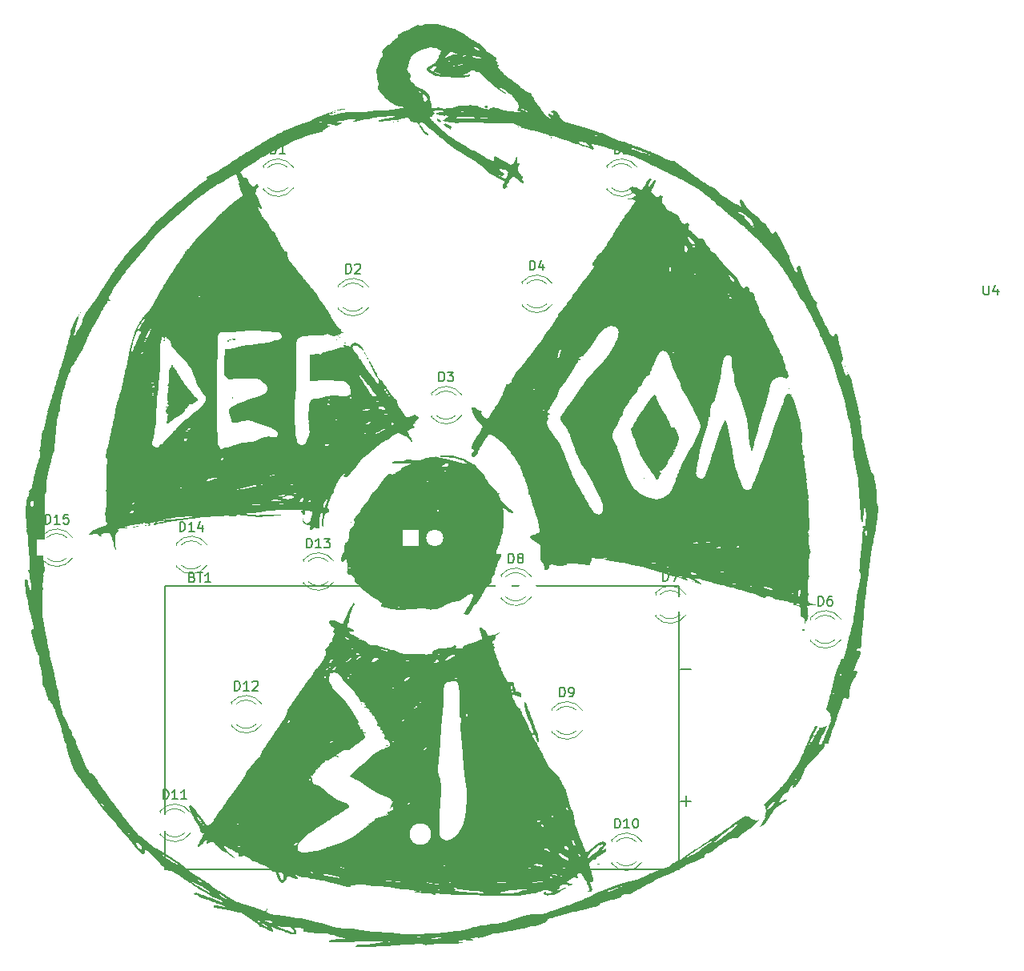
<source format=gto>
%TF.GenerationSoftware,KiCad,Pcbnew,6.0.8*%
%TF.CreationDate,2022-10-09T16:34:15-07:00*%
%TF.ProjectId,dcpunks31,64637075-6e6b-4733-9331-2e6b69636164,rev?*%
%TF.SameCoordinates,Original*%
%TF.FileFunction,Legend,Top*%
%TF.FilePolarity,Positive*%
%FSLAX46Y46*%
G04 Gerber Fmt 4.6, Leading zero omitted, Abs format (unit mm)*
G04 Created by KiCad (PCBNEW 6.0.8) date 2022-10-09 16:34:15*
%MOMM*%
%LPD*%
G01*
G04 APERTURE LIST*
%ADD10C,0.150000*%
%ADD11C,0.300000*%
%ADD12C,0.120000*%
%ADD13C,0.127000*%
%ADD14R,1.800000X1.800000*%
%ADD15C,1.800000*%
%ADD16C,2.290000*%
%ADD17C,1.524000*%
%ADD18R,2.000000X2.000000*%
%ADD19C,2.000000*%
%ADD20C,1.700000*%
G04 APERTURE END LIST*
D10*
X113910714Y-99692380D02*
X113910714Y-98692380D01*
X114148809Y-98692380D01*
X114291666Y-98740000D01*
X114386904Y-98835238D01*
X114434523Y-98930476D01*
X114482142Y-99120952D01*
X114482142Y-99263809D01*
X114434523Y-99454285D01*
X114386904Y-99549523D01*
X114291666Y-99644761D01*
X114148809Y-99692380D01*
X113910714Y-99692380D01*
X115434523Y-99692380D02*
X114863095Y-99692380D01*
X115148809Y-99692380D02*
X115148809Y-98692380D01*
X115053571Y-98835238D01*
X114958333Y-98930476D01*
X114863095Y-98978095D01*
X116291666Y-99025714D02*
X116291666Y-99692380D01*
X116053571Y-98644761D02*
X115815476Y-99359047D01*
X116434523Y-99359047D01*
X119700714Y-116532380D02*
X119700714Y-115532380D01*
X119938809Y-115532380D01*
X120081666Y-115580000D01*
X120176904Y-115675238D01*
X120224523Y-115770476D01*
X120272142Y-115960952D01*
X120272142Y-116103809D01*
X120224523Y-116294285D01*
X120176904Y-116389523D01*
X120081666Y-116484761D01*
X119938809Y-116532380D01*
X119700714Y-116532380D01*
X121224523Y-116532380D02*
X120653095Y-116532380D01*
X120938809Y-116532380D02*
X120938809Y-115532380D01*
X120843571Y-115675238D01*
X120748333Y-115770476D01*
X120653095Y-115818095D01*
X121605476Y-115627619D02*
X121653095Y-115580000D01*
X121748333Y-115532380D01*
X121986428Y-115532380D01*
X122081666Y-115580000D01*
X122129285Y-115627619D01*
X122176904Y-115722857D01*
X122176904Y-115818095D01*
X122129285Y-115960952D01*
X121557857Y-116532380D01*
X122176904Y-116532380D01*
X138375714Y-97912380D02*
X138375714Y-96912380D01*
X138613809Y-96912380D01*
X138756666Y-96960000D01*
X138851904Y-97055238D01*
X138899523Y-97150476D01*
X138947142Y-97340952D01*
X138947142Y-97483809D01*
X138899523Y-97674285D01*
X138851904Y-97769523D01*
X138756666Y-97864761D01*
X138613809Y-97912380D01*
X138375714Y-97912380D01*
X139899523Y-97912380D02*
X139328095Y-97912380D01*
X139613809Y-97912380D02*
X139613809Y-96912380D01*
X139518571Y-97055238D01*
X139423333Y-97150476D01*
X139328095Y-97198095D01*
X140756666Y-96912380D02*
X140566190Y-96912380D01*
X140470952Y-96960000D01*
X140423333Y-97007619D01*
X140328095Y-97150476D01*
X140280476Y-97340952D01*
X140280476Y-97721904D01*
X140328095Y-97817142D01*
X140375714Y-97864761D01*
X140470952Y-97912380D01*
X140661428Y-97912380D01*
X140756666Y-97864761D01*
X140804285Y-97817142D01*
X140851904Y-97721904D01*
X140851904Y-97483809D01*
X140804285Y-97388571D01*
X140756666Y-97340952D01*
X140661428Y-97293333D01*
X140470952Y-97293333D01*
X140375714Y-97340952D01*
X140328095Y-97388571D01*
X140280476Y-97483809D01*
D11*
X141427428Y-94098000D02*
X141282285Y-94025428D01*
X141064571Y-94025428D01*
X140846857Y-94098000D01*
X140701714Y-94243142D01*
X140629142Y-94388285D01*
X140556571Y-94678571D01*
X140556571Y-94896285D01*
X140629142Y-95186571D01*
X140701714Y-95331714D01*
X140846857Y-95476857D01*
X141064571Y-95549428D01*
X141209714Y-95549428D01*
X141427428Y-95476857D01*
X141500000Y-95404285D01*
X141500000Y-94896285D01*
X141209714Y-94896285D01*
X142370857Y-94025428D02*
X142370857Y-94388285D01*
X142008000Y-94243142D02*
X142370857Y-94388285D01*
X142733714Y-94243142D01*
X142153142Y-94678571D02*
X142370857Y-94388285D01*
X142588571Y-94678571D01*
X143532000Y-94025428D02*
X143532000Y-94388285D01*
X143169142Y-94243142D02*
X143532000Y-94388285D01*
X143894857Y-94243142D01*
X143314285Y-94678571D02*
X143532000Y-94388285D01*
X143749714Y-94678571D01*
X144693142Y-94025428D02*
X144693142Y-94388285D01*
X144330285Y-94243142D02*
X144693142Y-94388285D01*
X145056000Y-94243142D01*
X144475428Y-94678571D02*
X144693142Y-94388285D01*
X144910857Y-94678571D01*
D10*
X141326904Y-83842380D02*
X141326904Y-82842380D01*
X141565000Y-82842380D01*
X141707857Y-82890000D01*
X141803095Y-82985238D01*
X141850714Y-83080476D01*
X141898333Y-83270952D01*
X141898333Y-83413809D01*
X141850714Y-83604285D01*
X141803095Y-83699523D01*
X141707857Y-83794761D01*
X141565000Y-83842380D01*
X141326904Y-83842380D01*
X142231666Y-82842380D02*
X142850714Y-82842380D01*
X142517380Y-83223333D01*
X142660238Y-83223333D01*
X142755476Y-83270952D01*
X142803095Y-83318571D01*
X142850714Y-83413809D01*
X142850714Y-83651904D01*
X142803095Y-83747142D01*
X142755476Y-83794761D01*
X142660238Y-83842380D01*
X142374523Y-83842380D01*
X142279285Y-83794761D01*
X142231666Y-83747142D01*
X115219285Y-104553571D02*
X115362142Y-104601190D01*
X115409761Y-104648809D01*
X115457380Y-104744047D01*
X115457380Y-104886904D01*
X115409761Y-104982142D01*
X115362142Y-105029761D01*
X115266904Y-105077380D01*
X114885952Y-105077380D01*
X114885952Y-104077380D01*
X115219285Y-104077380D01*
X115314523Y-104125000D01*
X115362142Y-104172619D01*
X115409761Y-104267857D01*
X115409761Y-104363095D01*
X115362142Y-104458333D01*
X115314523Y-104505952D01*
X115219285Y-104553571D01*
X114885952Y-104553571D01*
X115743095Y-104077380D02*
X116314523Y-104077380D01*
X116028809Y-105077380D02*
X116028809Y-104077380D01*
X117171666Y-105077380D02*
X116600238Y-105077380D01*
X116885952Y-105077380D02*
X116885952Y-104077380D01*
X116790714Y-104220238D01*
X116695476Y-104315476D01*
X116600238Y-104363095D01*
X166906666Y-114250000D02*
X167973333Y-114250000D01*
X166906666Y-128220000D02*
X167973333Y-128220000D01*
X167440000Y-128753333D02*
X167440000Y-127686666D01*
X154086904Y-117192380D02*
X154086904Y-116192380D01*
X154325000Y-116192380D01*
X154467857Y-116240000D01*
X154563095Y-116335238D01*
X154610714Y-116430476D01*
X154658333Y-116620952D01*
X154658333Y-116763809D01*
X154610714Y-116954285D01*
X154563095Y-117049523D01*
X154467857Y-117144761D01*
X154325000Y-117192380D01*
X154086904Y-117192380D01*
X155134523Y-117192380D02*
X155325000Y-117192380D01*
X155420238Y-117144761D01*
X155467857Y-117097142D01*
X155563095Y-116954285D01*
X155610714Y-116763809D01*
X155610714Y-116382857D01*
X155563095Y-116287619D01*
X155515476Y-116240000D01*
X155420238Y-116192380D01*
X155229761Y-116192380D01*
X155134523Y-116240000D01*
X155086904Y-116287619D01*
X155039285Y-116382857D01*
X155039285Y-116620952D01*
X155086904Y-116716190D01*
X155134523Y-116763809D01*
X155229761Y-116811428D01*
X155420238Y-116811428D01*
X155515476Y-116763809D01*
X155563095Y-116716190D01*
X155610714Y-116620952D01*
X112160714Y-128022380D02*
X112160714Y-127022380D01*
X112398809Y-127022380D01*
X112541666Y-127070000D01*
X112636904Y-127165238D01*
X112684523Y-127260476D01*
X112732142Y-127450952D01*
X112732142Y-127593809D01*
X112684523Y-127784285D01*
X112636904Y-127879523D01*
X112541666Y-127974761D01*
X112398809Y-128022380D01*
X112160714Y-128022380D01*
X113684523Y-128022380D02*
X113113095Y-128022380D01*
X113398809Y-128022380D02*
X113398809Y-127022380D01*
X113303571Y-127165238D01*
X113208333Y-127260476D01*
X113113095Y-127308095D01*
X114636904Y-128022380D02*
X114065476Y-128022380D01*
X114351190Y-128022380D02*
X114351190Y-127022380D01*
X114255952Y-127165238D01*
X114160714Y-127260476D01*
X114065476Y-127308095D01*
X99690714Y-98922380D02*
X99690714Y-97922380D01*
X99928809Y-97922380D01*
X100071666Y-97970000D01*
X100166904Y-98065238D01*
X100214523Y-98160476D01*
X100262142Y-98350952D01*
X100262142Y-98493809D01*
X100214523Y-98684285D01*
X100166904Y-98779523D01*
X100071666Y-98874761D01*
X99928809Y-98922380D01*
X99690714Y-98922380D01*
X101214523Y-98922380D02*
X100643095Y-98922380D01*
X100928809Y-98922380D02*
X100928809Y-97922380D01*
X100833571Y-98065238D01*
X100738333Y-98160476D01*
X100643095Y-98208095D01*
X102119285Y-97922380D02*
X101643095Y-97922380D01*
X101595476Y-98398571D01*
X101643095Y-98350952D01*
X101738333Y-98303333D01*
X101976428Y-98303333D01*
X102071666Y-98350952D01*
X102119285Y-98398571D01*
X102166904Y-98493809D01*
X102166904Y-98731904D01*
X102119285Y-98827142D01*
X102071666Y-98874761D01*
X101976428Y-98922380D01*
X101738333Y-98922380D01*
X101643095Y-98874761D01*
X101595476Y-98827142D01*
X127325714Y-101442380D02*
X127325714Y-100442380D01*
X127563809Y-100442380D01*
X127706666Y-100490000D01*
X127801904Y-100585238D01*
X127849523Y-100680476D01*
X127897142Y-100870952D01*
X127897142Y-101013809D01*
X127849523Y-101204285D01*
X127801904Y-101299523D01*
X127706666Y-101394761D01*
X127563809Y-101442380D01*
X127325714Y-101442380D01*
X128849523Y-101442380D02*
X128278095Y-101442380D01*
X128563809Y-101442380D02*
X128563809Y-100442380D01*
X128468571Y-100585238D01*
X128373333Y-100680476D01*
X128278095Y-100728095D01*
X129182857Y-100442380D02*
X129801904Y-100442380D01*
X129468571Y-100823333D01*
X129611428Y-100823333D01*
X129706666Y-100870952D01*
X129754285Y-100918571D01*
X129801904Y-101013809D01*
X129801904Y-101251904D01*
X129754285Y-101347142D01*
X129706666Y-101394761D01*
X129611428Y-101442380D01*
X129325714Y-101442380D01*
X129230476Y-101394761D01*
X129182857Y-101347142D01*
X165026904Y-104942380D02*
X165026904Y-103942380D01*
X165265000Y-103942380D01*
X165407857Y-103990000D01*
X165503095Y-104085238D01*
X165550714Y-104180476D01*
X165598333Y-104370952D01*
X165598333Y-104513809D01*
X165550714Y-104704285D01*
X165503095Y-104799523D01*
X165407857Y-104894761D01*
X165265000Y-104942380D01*
X165026904Y-104942380D01*
X165931666Y-103942380D02*
X166598333Y-103942380D01*
X166169761Y-104942380D01*
X159886904Y-59782380D02*
X159886904Y-58782380D01*
X160125000Y-58782380D01*
X160267857Y-58830000D01*
X160363095Y-58925238D01*
X160410714Y-59020476D01*
X160458333Y-59210952D01*
X160458333Y-59353809D01*
X160410714Y-59544285D01*
X160363095Y-59639523D01*
X160267857Y-59734761D01*
X160125000Y-59782380D01*
X159886904Y-59782380D01*
X161363095Y-58782380D02*
X160886904Y-58782380D01*
X160839285Y-59258571D01*
X160886904Y-59210952D01*
X160982142Y-59163333D01*
X161220238Y-59163333D01*
X161315476Y-59210952D01*
X161363095Y-59258571D01*
X161410714Y-59353809D01*
X161410714Y-59591904D01*
X161363095Y-59687142D01*
X161315476Y-59734761D01*
X161220238Y-59782380D01*
X160982142Y-59782380D01*
X160886904Y-59734761D01*
X160839285Y-59687142D01*
X148686904Y-103052380D02*
X148686904Y-102052380D01*
X148925000Y-102052380D01*
X149067857Y-102100000D01*
X149163095Y-102195238D01*
X149210714Y-102290476D01*
X149258333Y-102480952D01*
X149258333Y-102623809D01*
X149210714Y-102814285D01*
X149163095Y-102909523D01*
X149067857Y-103004761D01*
X148925000Y-103052380D01*
X148686904Y-103052380D01*
X149829761Y-102480952D02*
X149734523Y-102433333D01*
X149686904Y-102385714D01*
X149639285Y-102290476D01*
X149639285Y-102242857D01*
X149686904Y-102147619D01*
X149734523Y-102100000D01*
X149829761Y-102052380D01*
X150020238Y-102052380D01*
X150115476Y-102100000D01*
X150163095Y-102147619D01*
X150210714Y-102242857D01*
X150210714Y-102290476D01*
X150163095Y-102385714D01*
X150115476Y-102433333D01*
X150020238Y-102480952D01*
X149829761Y-102480952D01*
X149734523Y-102528571D01*
X149686904Y-102576190D01*
X149639285Y-102671428D01*
X149639285Y-102861904D01*
X149686904Y-102957142D01*
X149734523Y-103004761D01*
X149829761Y-103052380D01*
X150020238Y-103052380D01*
X150115476Y-103004761D01*
X150163095Y-102957142D01*
X150210714Y-102861904D01*
X150210714Y-102671428D01*
X150163095Y-102576190D01*
X150115476Y-102528571D01*
X150020238Y-102480952D01*
X131486904Y-72422380D02*
X131486904Y-71422380D01*
X131725000Y-71422380D01*
X131867857Y-71470000D01*
X131963095Y-71565238D01*
X132010714Y-71660476D01*
X132058333Y-71850952D01*
X132058333Y-71993809D01*
X132010714Y-72184285D01*
X131963095Y-72279523D01*
X131867857Y-72374761D01*
X131725000Y-72422380D01*
X131486904Y-72422380D01*
X132439285Y-71517619D02*
X132486904Y-71470000D01*
X132582142Y-71422380D01*
X132820238Y-71422380D01*
X132915476Y-71470000D01*
X132963095Y-71517619D01*
X133010714Y-71612857D01*
X133010714Y-71708095D01*
X132963095Y-71850952D01*
X132391666Y-72422380D01*
X133010714Y-72422380D01*
X150916904Y-72072380D02*
X150916904Y-71072380D01*
X151155000Y-71072380D01*
X151297857Y-71120000D01*
X151393095Y-71215238D01*
X151440714Y-71310476D01*
X151488333Y-71500952D01*
X151488333Y-71643809D01*
X151440714Y-71834285D01*
X151393095Y-71929523D01*
X151297857Y-72024761D01*
X151155000Y-72072380D01*
X150916904Y-72072380D01*
X152345476Y-71405714D02*
X152345476Y-72072380D01*
X152107380Y-71024761D02*
X151869285Y-71739047D01*
X152488333Y-71739047D01*
X159915714Y-131082380D02*
X159915714Y-130082380D01*
X160153809Y-130082380D01*
X160296666Y-130130000D01*
X160391904Y-130225238D01*
X160439523Y-130320476D01*
X160487142Y-130510952D01*
X160487142Y-130653809D01*
X160439523Y-130844285D01*
X160391904Y-130939523D01*
X160296666Y-131034761D01*
X160153809Y-131082380D01*
X159915714Y-131082380D01*
X161439523Y-131082380D02*
X160868095Y-131082380D01*
X161153809Y-131082380D02*
X161153809Y-130082380D01*
X161058571Y-130225238D01*
X160963333Y-130320476D01*
X160868095Y-130368095D01*
X162058571Y-130082380D02*
X162153809Y-130082380D01*
X162249047Y-130130000D01*
X162296666Y-130177619D01*
X162344285Y-130272857D01*
X162391904Y-130463333D01*
X162391904Y-130701428D01*
X162344285Y-130891904D01*
X162296666Y-130987142D01*
X162249047Y-131034761D01*
X162153809Y-131082380D01*
X162058571Y-131082380D01*
X161963333Y-131034761D01*
X161915714Y-130987142D01*
X161868095Y-130891904D01*
X161820476Y-130701428D01*
X161820476Y-130463333D01*
X161868095Y-130272857D01*
X161915714Y-130177619D01*
X161963333Y-130130000D01*
X162058571Y-130082380D01*
X181426904Y-107562380D02*
X181426904Y-106562380D01*
X181665000Y-106562380D01*
X181807857Y-106610000D01*
X181903095Y-106705238D01*
X181950714Y-106800476D01*
X181998333Y-106990952D01*
X181998333Y-107133809D01*
X181950714Y-107324285D01*
X181903095Y-107419523D01*
X181807857Y-107514761D01*
X181665000Y-107562380D01*
X181426904Y-107562380D01*
X182855476Y-106562380D02*
X182665000Y-106562380D01*
X182569761Y-106610000D01*
X182522142Y-106657619D01*
X182426904Y-106800476D01*
X182379285Y-106990952D01*
X182379285Y-107371904D01*
X182426904Y-107467142D01*
X182474523Y-107514761D01*
X182569761Y-107562380D01*
X182760238Y-107562380D01*
X182855476Y-107514761D01*
X182903095Y-107467142D01*
X182950714Y-107371904D01*
X182950714Y-107133809D01*
X182903095Y-107038571D01*
X182855476Y-106990952D01*
X182760238Y-106943333D01*
X182569761Y-106943333D01*
X182474523Y-106990952D01*
X182426904Y-107038571D01*
X182379285Y-107133809D01*
X123536904Y-59782380D02*
X123536904Y-58782380D01*
X123775000Y-58782380D01*
X123917857Y-58830000D01*
X124013095Y-58925238D01*
X124060714Y-59020476D01*
X124108333Y-59210952D01*
X124108333Y-59353809D01*
X124060714Y-59544285D01*
X124013095Y-59639523D01*
X123917857Y-59734761D01*
X123775000Y-59782380D01*
X123536904Y-59782380D01*
X125060714Y-59782380D02*
X124489285Y-59782380D01*
X124775000Y-59782380D02*
X124775000Y-58782380D01*
X124679761Y-58925238D01*
X124584523Y-59020476D01*
X124489285Y-59068095D01*
X198911235Y-73692352D02*
X198911235Y-74501876D01*
X198958854Y-74597114D01*
X199006473Y-74644733D01*
X199101711Y-74692352D01*
X199292187Y-74692352D01*
X199387425Y-74644733D01*
X199435044Y-74597114D01*
X199482663Y-74501876D01*
X199482663Y-73692352D01*
X200387425Y-74025686D02*
X200387425Y-74692352D01*
X200149330Y-73644733D02*
X199911235Y-74359019D01*
X200530282Y-74359019D01*
D12*
X113565000Y-100964000D02*
X113565000Y-101120000D01*
X113565000Y-103280000D02*
X113565000Y-103436000D01*
X114084039Y-103280000D02*
G75*
G03*
X116166130Y-103279837I1040961J1080000D01*
G01*
X116797335Y-101121392D02*
G75*
G03*
X113565000Y-100964484I-1672335J-1078608D01*
G01*
X113565000Y-103435516D02*
G75*
G03*
X116797335Y-103278608I1560000J1235516D01*
G01*
X116166130Y-101120163D02*
G75*
G03*
X114084039Y-101120000I-1041130J-1079837D01*
G01*
X119355000Y-120120000D02*
X119355000Y-120276000D01*
X119355000Y-117804000D02*
X119355000Y-117960000D01*
X122587335Y-117961392D02*
G75*
G03*
X119355000Y-117804484I-1672335J-1078608D01*
G01*
X121956130Y-117960163D02*
G75*
G03*
X119874039Y-117960000I-1041130J-1079837D01*
G01*
X119874039Y-120120000D02*
G75*
G03*
X121956130Y-120119837I1040961J1080000D01*
G01*
X119355000Y-120275516D02*
G75*
G03*
X122587335Y-120118608I1560000J1235516D01*
G01*
X138030000Y-101500000D02*
X138030000Y-101656000D01*
X138030000Y-99184000D02*
X138030000Y-99340000D01*
X141262335Y-99341392D02*
G75*
G03*
X138030000Y-99184484I-1672335J-1078608D01*
G01*
X140631130Y-99340163D02*
G75*
G03*
X138549039Y-99340000I-1041130J-1079837D01*
G01*
X138549039Y-101500000D02*
G75*
G03*
X140631130Y-101499837I1040961J1080000D01*
G01*
X138030000Y-101655516D02*
G75*
G03*
X141262335Y-101498608I1560000J1235516D01*
G01*
G36*
X131509333Y-122863500D02*
G01*
X131488167Y-122884667D01*
X131467000Y-122863500D01*
X131488167Y-122842334D01*
X131509333Y-122863500D01*
G37*
G36*
X135152843Y-143097491D02*
G01*
X134912463Y-143093370D01*
X134614734Y-143091137D01*
X134268752Y-143090723D01*
X133883616Y-143092057D01*
X133468421Y-143095071D01*
X133032266Y-143099694D01*
X132584247Y-143105857D01*
X132133462Y-143113489D01*
X131689008Y-143122522D01*
X131259981Y-143132885D01*
X130855479Y-143144508D01*
X130765436Y-143147400D01*
X130427873Y-143156938D01*
X130166088Y-143160229D01*
X129971371Y-143156538D01*
X129835013Y-143145132D01*
X129748305Y-143125276D01*
X129702538Y-143096237D01*
X129689002Y-143057279D01*
X129689000Y-143056670D01*
X129703204Y-142995307D01*
X129751921Y-142947206D01*
X129844310Y-142910253D01*
X129989528Y-142882336D01*
X130196734Y-142861344D01*
X130475086Y-142845164D01*
X130634704Y-142838560D01*
X130912503Y-142825789D01*
X131027014Y-142818012D01*
X140376277Y-142818012D01*
X140378167Y-142829851D01*
X140576081Y-142840655D01*
X140818831Y-142827640D01*
X141070992Y-142793941D01*
X141267167Y-142751135D01*
X141431677Y-142701585D01*
X141535365Y-142659854D01*
X141571969Y-142629666D01*
X141535231Y-142614743D01*
X141497883Y-142613894D01*
X141392888Y-142621866D01*
X141246561Y-142640882D01*
X141074538Y-142667926D01*
X140892456Y-142699982D01*
X140715952Y-142734035D01*
X140560663Y-142767068D01*
X140442226Y-142796066D01*
X140376277Y-142818012D01*
X131027014Y-142818012D01*
X131131056Y-142810946D01*
X131283190Y-142794714D01*
X131361734Y-142777775D01*
X131371000Y-142768502D01*
X131326755Y-142743120D01*
X131216275Y-142704406D01*
X131055951Y-142657515D01*
X130862169Y-142607603D01*
X130851124Y-142604934D01*
X130583516Y-142538548D01*
X138975188Y-142538548D01*
X138986756Y-142582242D01*
X138989373Y-142584929D01*
X139046295Y-142603953D01*
X139145826Y-142611498D01*
X139256291Y-142608447D01*
X139346018Y-142595686D01*
X139383331Y-142574097D01*
X139383333Y-142573930D01*
X139345433Y-142548387D01*
X139249360Y-142527088D01*
X139189160Y-142520416D01*
X139043298Y-142517731D01*
X138975188Y-142538548D01*
X130583516Y-142538548D01*
X130468493Y-142510014D01*
X130155113Y-142425800D01*
X129896850Y-142348335D01*
X129719893Y-142288375D01*
X129601398Y-142261284D01*
X129430895Y-142241088D01*
X129240977Y-142231374D01*
X129198659Y-142231000D01*
X128997333Y-142227616D01*
X128757463Y-142218297D01*
X128496307Y-142204295D01*
X128231125Y-142186859D01*
X127979175Y-142167242D01*
X127757717Y-142146693D01*
X127584008Y-142126464D01*
X127475309Y-142107806D01*
X127466500Y-142105459D01*
X127335291Y-142072918D01*
X127187506Y-142043234D01*
X127176348Y-142041321D01*
X127071602Y-142018000D01*
X127029599Y-141981080D01*
X127028919Y-141907746D01*
X127031764Y-141887332D01*
X127027624Y-141777553D01*
X126976290Y-141721193D01*
X126909163Y-141703014D01*
X126787009Y-141684571D01*
X126630404Y-141667413D01*
X126459926Y-141653092D01*
X126296153Y-141643159D01*
X126159660Y-141639164D01*
X126071026Y-141642658D01*
X126048333Y-141651257D01*
X126070100Y-141698869D01*
X126124959Y-141788822D01*
X126154167Y-141832861D01*
X126234540Y-141973010D01*
X126254608Y-142082272D01*
X126217013Y-142186382D01*
X126194099Y-142221581D01*
X126116027Y-142290525D01*
X125995097Y-142315022D01*
X125962155Y-142315667D01*
X125834485Y-142301575D01*
X125656608Y-142264284D01*
X125457229Y-142211268D01*
X125265057Y-142150003D01*
X125138167Y-142101098D01*
X124842072Y-141976121D01*
X124556867Y-141860562D01*
X124292684Y-141758078D01*
X124059656Y-141672326D01*
X123867916Y-141606965D01*
X123727597Y-141565651D01*
X123648832Y-141552043D01*
X123635333Y-141558638D01*
X123659531Y-141620941D01*
X123717951Y-141708831D01*
X123720000Y-141711449D01*
X123780770Y-141819288D01*
X123804667Y-141919209D01*
X123792813Y-141986639D01*
X123740987Y-142014570D01*
X123653488Y-142019334D01*
X123552369Y-142002687D01*
X123412515Y-141949658D01*
X123223308Y-141855611D01*
X123023068Y-141744167D01*
X122838355Y-141640894D01*
X122793357Y-141617167D01*
X123296667Y-141617167D01*
X123317833Y-141638334D01*
X123339000Y-141617167D01*
X123317833Y-141596000D01*
X123296667Y-141617167D01*
X122793357Y-141617167D01*
X122676020Y-141555297D01*
X122552087Y-141495463D01*
X122482580Y-141469478D01*
X122477850Y-141469000D01*
X122404126Y-141502291D01*
X122370612Y-141542731D01*
X122323882Y-141588439D01*
X122296027Y-141583139D01*
X122288859Y-141525577D01*
X122311487Y-141471704D01*
X122335737Y-141401763D01*
X122311610Y-141331472D01*
X122230741Y-141250839D01*
X122084762Y-141149875D01*
X122083286Y-141148969D01*
X122598231Y-141148969D01*
X122611446Y-141200584D01*
X122688411Y-141278741D01*
X122823535Y-141377004D01*
X122921370Y-141437732D01*
X123079764Y-141528985D01*
X123179526Y-141578681D01*
X123233121Y-141591234D01*
X123253016Y-141571059D01*
X123254333Y-141555643D01*
X123223073Y-141505075D01*
X123190961Y-141477210D01*
X124283464Y-141477210D01*
X124314149Y-141507889D01*
X124337943Y-141525826D01*
X124427345Y-141576944D01*
X124575783Y-141646124D01*
X124761964Y-141724671D01*
X124964598Y-141803888D01*
X125162392Y-141875080D01*
X125307500Y-141921805D01*
X125459157Y-141970755D01*
X125598806Y-142021937D01*
X125646167Y-142041706D01*
X125798196Y-142093271D01*
X125906631Y-142096055D01*
X125960054Y-142050633D01*
X125963667Y-142025685D01*
X125934850Y-141929741D01*
X125862534Y-141809774D01*
X125767917Y-141692968D01*
X125672197Y-141606502D01*
X125614806Y-141578357D01*
X125534302Y-141568125D01*
X125391282Y-141555644D01*
X125207802Y-141542678D01*
X125053500Y-141533509D01*
X124843542Y-141520693D01*
X124646970Y-141506289D01*
X124490185Y-141492354D01*
X124418500Y-141484016D01*
X124314618Y-141471136D01*
X124283464Y-141477210D01*
X123190961Y-141477210D01*
X123147821Y-141439776D01*
X123147047Y-141439226D01*
X123043534Y-141363933D01*
X122919219Y-141271054D01*
X122887226Y-141246750D01*
X122776578Y-141175296D01*
X122679997Y-141134219D01*
X122654356Y-141130334D01*
X122598231Y-141148969D01*
X122083286Y-141148969D01*
X121996692Y-141095801D01*
X121731886Y-140930982D01*
X121603862Y-140847219D01*
X122126336Y-140847219D01*
X122139832Y-140883446D01*
X122201358Y-140940443D01*
X122284492Y-140998671D01*
X122362808Y-141038591D01*
X122394707Y-141045667D01*
X122433854Y-141023453D01*
X122428647Y-141003032D01*
X122376646Y-140955952D01*
X122289476Y-140902929D01*
X122198637Y-140860201D01*
X122135628Y-140844002D01*
X122126336Y-140847219D01*
X121603862Y-140847219D01*
X121597941Y-140843345D01*
X122934544Y-140843345D01*
X122959340Y-140869843D01*
X123039134Y-140922279D01*
X123153017Y-140989082D01*
X123280083Y-141058681D01*
X123399425Y-141119502D01*
X123490136Y-141159976D01*
X123524645Y-141169960D01*
X123576366Y-141143605D01*
X123651773Y-141075829D01*
X123658624Y-141068542D01*
X123718765Y-140996391D01*
X123721434Y-140960801D01*
X123684645Y-140944262D01*
X123585134Y-140921761D01*
X123444984Y-140897205D01*
X123287418Y-140873718D01*
X123135662Y-140854427D01*
X123012940Y-140842454D01*
X122942476Y-140840925D01*
X122934544Y-140843345D01*
X121597941Y-140843345D01*
X121551308Y-140812834D01*
X122026667Y-140812834D01*
X122047833Y-140834000D01*
X122069000Y-140812834D01*
X122047833Y-140791667D01*
X122026667Y-140812834D01*
X121551308Y-140812834D01*
X121432486Y-140735092D01*
X121130384Y-140529483D01*
X120857469Y-140335505D01*
X120820167Y-140308101D01*
X120600159Y-140162048D01*
X120381539Y-140056573D01*
X120134582Y-139979751D01*
X119867667Y-139925950D01*
X119680386Y-139892534D01*
X119496942Y-139856751D01*
X119359667Y-139826942D01*
X119260303Y-139804242D01*
X119144242Y-139780130D01*
X118996463Y-139751762D01*
X118801947Y-139716295D01*
X118545675Y-139670886D01*
X118407167Y-139646618D01*
X118245446Y-139618338D01*
X118051262Y-139584364D01*
X117920333Y-139561448D01*
X117719584Y-139520672D01*
X117590643Y-139478561D01*
X117520792Y-139428924D01*
X117497311Y-139365569D01*
X117497000Y-139355373D01*
X117508200Y-139298313D01*
X117549722Y-139264673D01*
X117633452Y-139253570D01*
X117771273Y-139264120D01*
X117975070Y-139295440D01*
X118072327Y-139312612D01*
X118347339Y-139359275D01*
X118540306Y-139385232D01*
X118651293Y-139390425D01*
X118680367Y-139374796D01*
X118627592Y-139338286D01*
X118493035Y-139280836D01*
X118276762Y-139202389D01*
X118218334Y-139182344D01*
X118011852Y-139111729D01*
X117857551Y-139057627D01*
X117727329Y-139009664D01*
X117593080Y-138957467D01*
X117426703Y-138890665D01*
X117412333Y-138884852D01*
X117275520Y-138831554D01*
X117096415Y-138764490D01*
X116912679Y-138697753D01*
X116904333Y-138694780D01*
X116740977Y-138633938D01*
X116541472Y-138555521D01*
X116321276Y-138466081D01*
X116095849Y-138372169D01*
X115880648Y-138280334D01*
X115691133Y-138197129D01*
X115542761Y-138129103D01*
X115450993Y-138082808D01*
X115432728Y-138071168D01*
X115406080Y-138012780D01*
X115443031Y-137954303D01*
X115525281Y-137917123D01*
X115568075Y-137913000D01*
X115648987Y-137926459D01*
X115784949Y-137962363D01*
X115951519Y-138014009D01*
X116017975Y-138036441D01*
X116138209Y-138078313D01*
X116261119Y-138121931D01*
X116397735Y-138171377D01*
X116559091Y-138230734D01*
X116756218Y-138304083D01*
X117000149Y-138395507D01*
X117301915Y-138509089D01*
X117645167Y-138638574D01*
X117892538Y-138730027D01*
X118120799Y-138810837D01*
X118317669Y-138877000D01*
X118470868Y-138924510D01*
X118568118Y-138949362D01*
X118597667Y-138949245D01*
X118562769Y-138908914D01*
X118471652Y-138844416D01*
X118344676Y-138767692D01*
X118202205Y-138690680D01*
X118064600Y-138625320D01*
X118002129Y-138600050D01*
X117722842Y-138488734D01*
X117456303Y-138368294D01*
X117220986Y-138247985D01*
X117035366Y-138137062D01*
X116976350Y-138093379D01*
X118071168Y-138093379D01*
X118082060Y-138126619D01*
X118151192Y-138195884D01*
X118188468Y-138229235D01*
X118326371Y-138336369D01*
X118474678Y-138428232D01*
X118617375Y-138498053D01*
X118738442Y-138539061D01*
X118821865Y-138544484D01*
X118851667Y-138509618D01*
X118816868Y-138468402D01*
X118725674Y-138401675D01*
X118597891Y-138320834D01*
X118453323Y-138237275D01*
X118311776Y-138162395D01*
X118193053Y-138107589D01*
X118116961Y-138084255D01*
X118112171Y-138084096D01*
X118071168Y-138093379D01*
X116976350Y-138093379D01*
X116946095Y-138070985D01*
X116822576Y-137983121D01*
X116656849Y-137887468D01*
X116495759Y-137809713D01*
X116312686Y-137721802D01*
X116125846Y-137617320D01*
X115994167Y-137531656D01*
X115871057Y-137444745D01*
X115768560Y-137376660D01*
X115719000Y-137347532D01*
X115619125Y-137291920D01*
X115465159Y-137196928D01*
X115271885Y-137072419D01*
X115054084Y-136928256D01*
X114826540Y-136774301D01*
X114759178Y-136727714D01*
X115139351Y-136727714D01*
X115140950Y-136758840D01*
X115145741Y-136767155D01*
X115195513Y-136809826D01*
X115307493Y-136885787D01*
X115469660Y-136988119D01*
X115669996Y-137109907D01*
X115896479Y-137244233D01*
X116137090Y-137384181D01*
X116379808Y-137522832D01*
X116612612Y-137653271D01*
X116823483Y-137768580D01*
X117000400Y-137861843D01*
X117131343Y-137926142D01*
X117204292Y-137954561D01*
X117210554Y-137955334D01*
X117200433Y-137933357D01*
X117133637Y-137874940D01*
X117023438Y-137791349D01*
X116984788Y-137763676D01*
X116588844Y-137495303D01*
X116198187Y-137252382D01*
X115973000Y-137123672D01*
X115679198Y-136964534D01*
X115453388Y-136847289D01*
X115291114Y-136770018D01*
X115187921Y-136730800D01*
X115139351Y-136727714D01*
X114759178Y-136727714D01*
X114667294Y-136664167D01*
X114999333Y-136664167D01*
X115020500Y-136685334D01*
X115041667Y-136664167D01*
X115020500Y-136643000D01*
X114999333Y-136664167D01*
X114667294Y-136664167D01*
X114604035Y-136620417D01*
X114492405Y-136541134D01*
X115781939Y-136541134D01*
X115809572Y-136586616D01*
X115869199Y-136634043D01*
X115977149Y-136702104D01*
X116107453Y-136776370D01*
X116234137Y-136842412D01*
X116331231Y-136885800D01*
X116364583Y-136894964D01*
X116395510Y-136864846D01*
X116396333Y-136855527D01*
X116361798Y-136813634D01*
X116274095Y-136754192D01*
X116216417Y-136722709D01*
X116083285Y-136649191D01*
X115965820Y-136574707D01*
X115936274Y-136553092D01*
X115850746Y-136504964D01*
X115792987Y-136502648D01*
X115781939Y-136541134D01*
X114492405Y-136541134D01*
X114401352Y-136476466D01*
X114279667Y-136387252D01*
X114112374Y-136265454D01*
X113944797Y-136148508D01*
X113810069Y-136059248D01*
X114969980Y-136059248D01*
X115000338Y-136094822D01*
X115022992Y-136112487D01*
X115095180Y-136164625D01*
X115115632Y-136165213D01*
X115099571Y-136114518D01*
X115099309Y-136113834D01*
X115041484Y-136057500D01*
X115007879Y-136050334D01*
X114969980Y-136059248D01*
X113810069Y-136059248D01*
X113805920Y-136056499D01*
X113771667Y-136035235D01*
X113626527Y-135946482D01*
X113543715Y-135895111D01*
X114717111Y-135895111D01*
X114722922Y-135920278D01*
X114745333Y-135923334D01*
X114780178Y-135907844D01*
X114773555Y-135895111D01*
X114723316Y-135890045D01*
X114717111Y-135895111D01*
X113543715Y-135895111D01*
X113455966Y-135840678D01*
X113348333Y-135773143D01*
X113204849Y-135690500D01*
X114406667Y-135690500D01*
X114427833Y-135711667D01*
X114449000Y-135690500D01*
X114427833Y-135669334D01*
X114406667Y-135690500D01*
X113204849Y-135690500D01*
X113201050Y-135688312D01*
X113090062Y-135648512D01*
X112986794Y-135644368D01*
X112964067Y-135647060D01*
X112870915Y-135650311D01*
X112781532Y-135626337D01*
X112680477Y-135566100D01*
X112552308Y-135460558D01*
X112435917Y-135351834D01*
X113179000Y-135351834D01*
X113200167Y-135373000D01*
X113221333Y-135351834D01*
X113200167Y-135330667D01*
X113179000Y-135351834D01*
X112435917Y-135351834D01*
X112395833Y-135314390D01*
X112253061Y-135190859D01*
X112089719Y-135068434D01*
X112025417Y-135025850D01*
X111914681Y-134946054D01*
X111841647Y-134873238D01*
X111824333Y-134836793D01*
X111795883Y-134787143D01*
X111717013Y-134688992D01*
X111597447Y-134553433D01*
X111446907Y-134391559D01*
X111308755Y-134248577D01*
X111139006Y-134075277D01*
X110989948Y-133922208D01*
X110875023Y-133803273D01*
X111985484Y-133803273D01*
X112072445Y-133925397D01*
X112196952Y-134068438D01*
X112373269Y-134216797D01*
X112609585Y-134376260D01*
X112914089Y-134552609D01*
X113103726Y-134653754D01*
X113341543Y-134776878D01*
X113513438Y-134863365D01*
X113627971Y-134916836D01*
X113693702Y-134940911D01*
X113719193Y-134939211D01*
X113713004Y-134915358D01*
X113709897Y-134910133D01*
X113665094Y-134871022D01*
X113561752Y-134795544D01*
X113413028Y-134692370D01*
X113232078Y-134570169D01*
X113032057Y-134437613D01*
X112826121Y-134303371D01*
X112627427Y-134176112D01*
X112449131Y-134064509D01*
X112304389Y-133977230D01*
X112232992Y-133936818D01*
X111985484Y-133803273D01*
X110875023Y-133803273D01*
X110871739Y-133799874D01*
X110794537Y-133718780D01*
X110769005Y-133690489D01*
X110716205Y-133636601D01*
X110622850Y-133555848D01*
X110510217Y-133464965D01*
X110399584Y-133380684D01*
X110312228Y-133319740D01*
X110270793Y-133298667D01*
X110248005Y-133336767D01*
X110232429Y-133434194D01*
X110228638Y-133510692D01*
X110206520Y-133698600D01*
X110146747Y-133811153D01*
X110048975Y-133848997D01*
X110047860Y-133849000D01*
X109985758Y-133819191D01*
X109880173Y-133737744D01*
X109743503Y-133616626D01*
X109588144Y-133467806D01*
X109426495Y-133303253D01*
X109270952Y-133134934D01*
X109133913Y-132974818D01*
X109105070Y-132938834D01*
X108907932Y-132689606D01*
X109309526Y-132689606D01*
X109316187Y-132777730D01*
X109379009Y-132909179D01*
X109490566Y-133071377D01*
X109637910Y-133245750D01*
X109763624Y-133368721D01*
X109850097Y-133419005D01*
X109900656Y-133397103D01*
X109918628Y-133303517D01*
X109918755Y-133288084D01*
X109908069Y-133140978D01*
X109867864Y-133026257D01*
X109783748Y-132916941D01*
X109659029Y-132801250D01*
X109513449Y-132685449D01*
X109412666Y-132631437D01*
X109347058Y-132636141D01*
X109309526Y-132689606D01*
X108907932Y-132689606D01*
X108872454Y-132644753D01*
X108683667Y-132408007D01*
X108530690Y-132218992D01*
X108405501Y-132068107D01*
X108300082Y-131945753D01*
X108206412Y-131842327D01*
X108116473Y-131748228D01*
X108078362Y-131709660D01*
X107975042Y-131605679D01*
X107936689Y-131566061D01*
X108353000Y-131566061D01*
X108386437Y-131612011D01*
X108468680Y-131677633D01*
X108572623Y-131745104D01*
X108671161Y-131796598D01*
X108730796Y-131814509D01*
X108756845Y-131797885D01*
X108717247Y-131738855D01*
X108701122Y-131721231D01*
X108620331Y-131654306D01*
X108521465Y-131596328D01*
X108428664Y-131558057D01*
X108366065Y-131550252D01*
X108353000Y-131566061D01*
X107936689Y-131566061D01*
X107894892Y-131522886D01*
X107825310Y-131446317D01*
X107753692Y-131361009D01*
X107667437Y-131251997D01*
X107553943Y-131104318D01*
X107415662Y-130922787D01*
X107293667Y-130764612D01*
X107179105Y-130621759D01*
X107059321Y-130479657D01*
X106921664Y-130323736D01*
X106753479Y-130139426D01*
X106542115Y-129912156D01*
X106485199Y-129851354D01*
X106247954Y-129594581D01*
X106053920Y-129377169D01*
X105907155Y-129203940D01*
X105811722Y-129079719D01*
X105771679Y-129009326D01*
X105770667Y-129002626D01*
X105742230Y-128941442D01*
X105673494Y-128861828D01*
X105670370Y-128858868D01*
X105594025Y-128774369D01*
X105494804Y-128647859D01*
X105405786Y-128523405D01*
X105332604Y-128419668D01*
X105567946Y-128419668D01*
X105601581Y-128476837D01*
X105683268Y-128577192D01*
X105760083Y-128665636D01*
X105887728Y-128804756D01*
X105970899Y-128878940D01*
X106014651Y-128891920D01*
X106024667Y-128861046D01*
X105996487Y-128811407D01*
X105927392Y-128735446D01*
X105914811Y-128723463D01*
X105818609Y-128615721D01*
X105744390Y-128504417D01*
X105683283Y-128422198D01*
X105621413Y-128388000D01*
X105576509Y-128393963D01*
X105567946Y-128419668D01*
X105332604Y-128419668D01*
X105319128Y-128400565D01*
X105248881Y-128308982D01*
X105216629Y-128275111D01*
X105488444Y-128275111D01*
X105494255Y-128300278D01*
X105516667Y-128303334D01*
X105551512Y-128287844D01*
X105544889Y-128275111D01*
X105494649Y-128270045D01*
X105488444Y-128275111D01*
X105216629Y-128275111D01*
X105210042Y-128268193D01*
X105209750Y-128268056D01*
X105180432Y-128219310D01*
X105178000Y-128196076D01*
X105167960Y-128173835D01*
X105389667Y-128173835D01*
X105420397Y-128216944D01*
X105432000Y-128218667D01*
X105473233Y-128204223D01*
X105474333Y-128199999D01*
X105444669Y-128163856D01*
X105432000Y-128155167D01*
X105392990Y-128158523D01*
X105389667Y-128173835D01*
X105167960Y-128173835D01*
X105145721Y-128124573D01*
X105121362Y-128104354D01*
X105072545Y-128057847D01*
X104986801Y-127959937D01*
X104878038Y-127826925D01*
X104803491Y-127731834D01*
X104650657Y-127533630D01*
X104477952Y-127309553D01*
X104317092Y-127100757D01*
X104281469Y-127054500D01*
X104178346Y-126924455D01*
X105281830Y-126924455D01*
X105318373Y-127004052D01*
X105373576Y-127079306D01*
X105427490Y-127117468D01*
X105432976Y-127118000D01*
X105473381Y-127098966D01*
X105474333Y-127093810D01*
X105448082Y-127047552D01*
X105414613Y-127009899D01*
X105354463Y-126933175D01*
X105335742Y-126896506D01*
X105300239Y-126865384D01*
X105283894Y-126873262D01*
X105281830Y-126924455D01*
X104178346Y-126924455D01*
X104162344Y-126904275D01*
X104054090Y-126775720D01*
X103971980Y-126686593D01*
X103941551Y-126659380D01*
X103906519Y-126631999D01*
X103869897Y-126595323D01*
X103823988Y-126538787D01*
X103761094Y-126451824D01*
X103673515Y-126323868D01*
X103553556Y-126144352D01*
X103425241Y-125950680D01*
X103290071Y-125751814D01*
X103140506Y-125540370D01*
X103001065Y-125350739D01*
X102948991Y-125282756D01*
X102840202Y-125131721D01*
X102761359Y-124999331D01*
X102724120Y-124905725D01*
X102722667Y-124891808D01*
X102700962Y-124800742D01*
X102645090Y-124673307D01*
X102593489Y-124580998D01*
X102511942Y-124421571D01*
X102448148Y-124249356D01*
X102428103Y-124167612D01*
X102391084Y-124016770D01*
X102332293Y-123834535D01*
X102279474Y-123697213D01*
X102201512Y-123479980D01*
X102122270Y-123194055D01*
X102040419Y-122834120D01*
X101957041Y-122407994D01*
X101905065Y-122220891D01*
X101830307Y-122070171D01*
X101807751Y-122040077D01*
X101750823Y-121950603D01*
X101698993Y-121817643D01*
X101647401Y-121626567D01*
X101603851Y-121426058D01*
X101560762Y-121228249D01*
X101518319Y-121058321D01*
X101481589Y-120935134D01*
X101456905Y-120878941D01*
X101427105Y-120807307D01*
X101399998Y-120682473D01*
X101386154Y-120576137D01*
X101362473Y-120417683D01*
X101326846Y-120276022D01*
X101301926Y-120212689D01*
X101258179Y-120111939D01*
X101240225Y-120039852D01*
X101224273Y-119978358D01*
X101182208Y-119859933D01*
X101121620Y-119705319D01*
X101088463Y-119625000D01*
X101005010Y-119421878D01*
X100919919Y-119207864D01*
X100849011Y-119022885D01*
X100836867Y-118990000D01*
X100700554Y-118623946D01*
X100585100Y-118330293D01*
X100486409Y-118100535D01*
X100400382Y-117926168D01*
X100322920Y-117798688D01*
X100249927Y-117709590D01*
X100198243Y-117664730D01*
X100071697Y-117564614D01*
X100002491Y-117485858D01*
X99974844Y-117407136D01*
X99971648Y-117358535D01*
X99952451Y-117267621D01*
X99905288Y-117145505D01*
X99886333Y-117106167D01*
X99833247Y-116983006D01*
X99803617Y-116877340D01*
X99801406Y-116853799D01*
X99781873Y-116754726D01*
X99737906Y-116646245D01*
X99691122Y-116512013D01*
X99674667Y-116389622D01*
X99648477Y-116266126D01*
X99557499Y-116167657D01*
X99553301Y-116164526D01*
X99500577Y-116121902D01*
X99464712Y-116075123D01*
X99441172Y-116006839D01*
X99425423Y-115899701D01*
X99412930Y-115736358D01*
X99404625Y-115595648D01*
X99373506Y-115159934D01*
X99332654Y-114791662D01*
X99279595Y-114473921D01*
X99211854Y-114189798D01*
X99185845Y-114100500D01*
X99118634Y-113833112D01*
X99090450Y-113581165D01*
X99088855Y-113422071D01*
X99083220Y-113186577D01*
X99054429Y-113010361D01*
X99020672Y-112914071D01*
X98961729Y-112780633D01*
X98909030Y-112661354D01*
X98899593Y-112640000D01*
X98838710Y-112527873D01*
X98789184Y-112457508D01*
X98745649Y-112372869D01*
X98688437Y-112207082D01*
X98617348Y-111959481D01*
X98532185Y-111629403D01*
X98489430Y-111454667D01*
X98449752Y-111313462D01*
X98398817Y-111159372D01*
X98390711Y-111137167D01*
X98351373Y-111011952D01*
X98306925Y-110841323D01*
X98263129Y-110651486D01*
X98225749Y-110468651D01*
X98200545Y-110319025D01*
X98193000Y-110237912D01*
X98226820Y-110166366D01*
X98309747Y-110092133D01*
X98324872Y-110082690D01*
X98396800Y-110036346D01*
X98433594Y-109989113D01*
X98443077Y-109915464D01*
X98433073Y-109789872D01*
X98428237Y-109745479D01*
X98398386Y-109555412D01*
X98352066Y-109343531D01*
X98317532Y-109217124D01*
X98274734Y-109063428D01*
X98245003Y-108930640D01*
X98235333Y-108855602D01*
X98221557Y-108732184D01*
X98186060Y-108574127D01*
X98137588Y-108410824D01*
X98084890Y-108271665D01*
X98036712Y-108186044D01*
X98035749Y-108184962D01*
X97991935Y-108096770D01*
X97964201Y-107941747D01*
X97959585Y-107875786D01*
X99368109Y-107875786D01*
X99370050Y-108040776D01*
X99370215Y-108046834D01*
X99372359Y-108136398D01*
X99375280Y-108273230D01*
X99377104Y-108364334D01*
X99387809Y-108531211D01*
X99409862Y-108691579D01*
X99423562Y-108754465D01*
X99456661Y-108895762D01*
X99498694Y-109100295D01*
X99545989Y-109347577D01*
X99594876Y-109617122D01*
X99641684Y-109888442D01*
X99682741Y-110141051D01*
X99714376Y-110354462D01*
X99725344Y-110438667D01*
X99753172Y-110632547D01*
X99787207Y-110819174D01*
X99820913Y-110963463D01*
X99826899Y-110983703D01*
X99857215Y-111101940D01*
X99866727Y-111186081D01*
X99862862Y-111204396D01*
X99862307Y-111259106D01*
X99879684Y-111374604D01*
X99911530Y-111529756D01*
X99927130Y-111596479D01*
X99966501Y-111767239D01*
X99996435Y-111912106D01*
X100012109Y-112007150D01*
X100013333Y-112024152D01*
X100033283Y-112116409D01*
X100064513Y-112187700D01*
X100094635Y-112280261D01*
X100118299Y-112421308D01*
X100127555Y-112531349D01*
X100146449Y-112721218D01*
X100181713Y-112930625D01*
X100206545Y-113039349D01*
X100244321Y-113185262D01*
X100274320Y-113303639D01*
X100287901Y-113359667D01*
X100319299Y-113489331D01*
X100362415Y-113654231D01*
X100410599Y-113830468D01*
X100457197Y-113994141D01*
X100495559Y-114121351D01*
X100517656Y-114185167D01*
X100562936Y-114314956D01*
X100608591Y-114487062D01*
X100649624Y-114676247D01*
X100681037Y-114857270D01*
X100697833Y-115004891D01*
X100696406Y-115087891D01*
X100711182Y-115168192D01*
X100728522Y-115195771D01*
X100758573Y-115269543D01*
X100778465Y-115386421D01*
X100780557Y-115414881D01*
X100791731Y-115532535D01*
X100808075Y-115613805D01*
X100812204Y-115623756D01*
X100824939Y-115649855D01*
X100836062Y-115685987D01*
X100849380Y-115750579D01*
X100868694Y-115862061D01*
X100897480Y-116036838D01*
X100934322Y-116199658D01*
X100985135Y-116350747D01*
X101016917Y-116417838D01*
X101074752Y-116573629D01*
X101088320Y-116776067D01*
X101087901Y-116788667D01*
X101088703Y-116925585D01*
X101100043Y-117028681D01*
X101112257Y-117063834D01*
X101139632Y-117130310D01*
X101166461Y-117242662D01*
X101172145Y-117275500D01*
X101202027Y-117454775D01*
X101240518Y-117672640D01*
X101283642Y-117907979D01*
X101327422Y-118139678D01*
X101367883Y-118346620D01*
X101401047Y-118507691D01*
X101419276Y-118587834D01*
X101462406Y-118727180D01*
X101533352Y-118921603D01*
X101623320Y-119149835D01*
X101723520Y-119390609D01*
X101825157Y-119622658D01*
X101919440Y-119824716D01*
X101979345Y-119942500D01*
X102055202Y-120093805D01*
X102116443Y-120234626D01*
X102146634Y-120323500D01*
X102187013Y-120429912D01*
X102258311Y-120568315D01*
X102315267Y-120662167D01*
X102404518Y-120820025D01*
X102480159Y-120989699D01*
X102508612Y-121074112D01*
X102552696Y-121202086D01*
X102601344Y-121297851D01*
X102622110Y-121322713D01*
X102672667Y-121389872D01*
X102680333Y-121420884D01*
X102707632Y-121492989D01*
X102728824Y-121519225D01*
X102771077Y-121585456D01*
X102824451Y-121699888D01*
X102852600Y-121771108D01*
X102903986Y-121910173D01*
X102971508Y-122093216D01*
X103042076Y-122284754D01*
X103054660Y-122318940D01*
X103132686Y-122518334D01*
X103231443Y-122753055D01*
X103333757Y-122982720D01*
X103369761Y-123059774D01*
X103452372Y-123237762D01*
X103522985Y-123397451D01*
X103572084Y-123516917D01*
X103587783Y-123562000D01*
X103627386Y-123679834D01*
X103673616Y-123794834D01*
X103728938Y-123922146D01*
X103773579Y-124027667D01*
X103888580Y-124300777D01*
X103981464Y-124509641D01*
X104059518Y-124669408D01*
X104130030Y-124795228D01*
X104180741Y-124874071D01*
X104258742Y-124997916D01*
X104316198Y-125105879D01*
X104333193Y-125149237D01*
X104376298Y-125211191D01*
X104476200Y-125248290D01*
X104540329Y-125258984D01*
X104648832Y-125282673D01*
X104737047Y-125329807D01*
X104818937Y-125414349D01*
X104908463Y-125550259D01*
X105004496Y-125723153D01*
X105188695Y-126060278D01*
X105340554Y-126321379D01*
X105461147Y-126508228D01*
X105548742Y-126619647D01*
X105647353Y-126738369D01*
X105739970Y-126871093D01*
X105745940Y-126880815D01*
X105885471Y-127101427D01*
X106053588Y-127352132D01*
X106235058Y-127611488D01*
X106414647Y-127858052D01*
X106577122Y-128070380D01*
X106681364Y-128197500D01*
X106830989Y-128375745D01*
X106999778Y-128583485D01*
X107156515Y-128782168D01*
X107189602Y-128825177D01*
X107317636Y-128992917D01*
X107417716Y-129124828D01*
X107507827Y-129244936D01*
X107605959Y-129377265D01*
X107730098Y-129545842D01*
X107780587Y-129614543D01*
X107877673Y-129744430D01*
X108008437Y-129916315D01*
X108154153Y-130105699D01*
X108268333Y-130252609D01*
X108539162Y-130598639D01*
X108765060Y-130885178D01*
X108952838Y-131119751D01*
X109109308Y-131309883D01*
X109241283Y-131463099D01*
X109355574Y-131586924D01*
X109458992Y-131688882D01*
X109558351Y-131776498D01*
X109660461Y-131857296D01*
X109772136Y-131938803D01*
X109834667Y-131982858D01*
X109981830Y-132093068D01*
X110155716Y-132233828D01*
X110321886Y-132377138D01*
X110342667Y-132395895D01*
X110482645Y-132521125D01*
X110612303Y-132633661D01*
X110709086Y-132714027D01*
X110728287Y-132728914D01*
X110818062Y-132796595D01*
X110947284Y-132894355D01*
X111087992Y-133001039D01*
X111088120Y-133001137D01*
X111264354Y-133122622D01*
X111469090Y-133246117D01*
X111625018Y-133328414D01*
X111789429Y-133412758D01*
X111943237Y-133500840D01*
X112052347Y-133573028D01*
X112145799Y-133639592D01*
X112210064Y-133676819D01*
X112220236Y-133679667D01*
X112268824Y-133703415D01*
X112387329Y-133774598D01*
X112575602Y-133893118D01*
X112833493Y-134058883D01*
X113160852Y-134271796D01*
X113348333Y-134394461D01*
X113616837Y-134576624D01*
X113909180Y-134785530D01*
X114207593Y-135007613D01*
X114494310Y-135229308D01*
X114751565Y-135437050D01*
X114961590Y-135617273D01*
X115020500Y-135671196D01*
X115169519Y-135796883D01*
X115373533Y-135945342D01*
X115637879Y-136120105D01*
X115967898Y-136324705D01*
X116359740Y-136557310D01*
X116521172Y-136654737D01*
X116657767Y-136742968D01*
X116750706Y-136809549D01*
X116777673Y-136833910D01*
X116837626Y-136886840D01*
X116865061Y-136897000D01*
X116929303Y-136922954D01*
X117041548Y-136993280D01*
X117186013Y-137096672D01*
X117346916Y-137221826D01*
X117508474Y-137357437D01*
X117511133Y-137359766D01*
X117656021Y-137478768D01*
X117801811Y-137585559D01*
X117917763Y-137657671D01*
X117921054Y-137659368D01*
X117996308Y-137700270D01*
X118099385Y-137760950D01*
X118237144Y-137845749D01*
X118416443Y-137959010D01*
X118644139Y-138105072D01*
X118927090Y-138288278D01*
X119272154Y-138512970D01*
X119360668Y-138570740D01*
X119574870Y-138701053D01*
X119784203Y-138811560D01*
X119962536Y-138888879D01*
X120016834Y-138906802D01*
X120147964Y-138946348D01*
X120337655Y-139005895D01*
X120564198Y-139078520D01*
X120805883Y-139157301D01*
X120904833Y-139189947D01*
X121139653Y-139267264D01*
X121361674Y-139339549D01*
X121551407Y-139400513D01*
X121689361Y-139443869D01*
X121730333Y-139456247D01*
X121885819Y-139506612D01*
X122063547Y-139570682D01*
X122143083Y-139601620D01*
X122421132Y-139711892D01*
X122631545Y-139790342D01*
X122784404Y-139838739D01*
X122889793Y-139858849D01*
X122957793Y-139852441D01*
X122998487Y-139821284D01*
X123021958Y-139767144D01*
X123024847Y-139756237D01*
X123066713Y-139659950D01*
X123126625Y-139590693D01*
X123183267Y-139570217D01*
X123198652Y-139578875D01*
X123194620Y-139626191D01*
X123155296Y-139683491D01*
X123086596Y-139799397D01*
X123099860Y-139905167D01*
X123195490Y-140001023D01*
X123373888Y-140087187D01*
X123635457Y-140163881D01*
X123980599Y-140231329D01*
X124206833Y-140264649D01*
X124843258Y-140351201D01*
X125404791Y-140430876D01*
X125900781Y-140505270D01*
X126340578Y-140575981D01*
X126733533Y-140644604D01*
X127088994Y-140712735D01*
X127416311Y-140781970D01*
X127724834Y-140853906D01*
X127868667Y-140889780D01*
X128102946Y-140948085D01*
X128371775Y-141012975D01*
X128627005Y-141072875D01*
X128694167Y-141088242D01*
X128896872Y-141137826D01*
X129150199Y-141205102D01*
X129424167Y-141281843D01*
X129688796Y-141359824D01*
X129731333Y-141372808D01*
X129956829Y-141442031D01*
X130163007Y-141505296D01*
X130331850Y-141557077D01*
X130445342Y-141591847D01*
X130472167Y-141600048D01*
X130550638Y-141614063D01*
X130699502Y-141631683D01*
X130904628Y-141651583D01*
X131151885Y-141672436D01*
X131427144Y-141692916D01*
X131551667Y-141701348D01*
X131938719Y-141727779D01*
X132260609Y-141752599D01*
X132536756Y-141778029D01*
X132786578Y-141806290D01*
X133029492Y-141839600D01*
X133284917Y-141880182D01*
X133572271Y-141930254D01*
X133604833Y-141936107D01*
X133778221Y-141966780D01*
X133934027Y-141992432D01*
X134083312Y-142013961D01*
X134237140Y-142032265D01*
X134406573Y-142048242D01*
X134602672Y-142062790D01*
X134836500Y-142076808D01*
X135119119Y-142091192D01*
X135461592Y-142106842D01*
X135874980Y-142124654D01*
X135984711Y-142129298D01*
X136196541Y-142140826D01*
X136384855Y-142155814D01*
X136529416Y-142172339D01*
X136609988Y-142188478D01*
X136610812Y-142188785D01*
X136691661Y-142206382D01*
X136835407Y-142225427D01*
X137020369Y-142243412D01*
X137188714Y-142255679D01*
X137389629Y-142270815D01*
X137565520Y-142289020D01*
X137695400Y-142307822D01*
X137753500Y-142322229D01*
X137826518Y-142334296D01*
X137968104Y-142341685D01*
X138162311Y-142344794D01*
X138393191Y-142344021D01*
X138644798Y-142339762D01*
X138901185Y-142332415D01*
X139146405Y-142322378D01*
X139364511Y-142310049D01*
X139539557Y-142295825D01*
X139655595Y-142280103D01*
X139679667Y-142274211D01*
X139771990Y-142258554D01*
X139932693Y-142245081D01*
X140145497Y-142234649D01*
X140394125Y-142228115D01*
X140589833Y-142226297D01*
X140984399Y-142220590D01*
X141318622Y-142204255D01*
X141616341Y-142175692D01*
X141854006Y-142141350D01*
X142094097Y-142104678D01*
X142383229Y-142065329D01*
X142686084Y-142027871D01*
X142967346Y-141996872D01*
X142984214Y-141995172D01*
X143388376Y-141942224D01*
X143836353Y-141862379D01*
X144294411Y-141762730D01*
X144728820Y-141650366D01*
X144971333Y-141577473D01*
X145185103Y-141519232D01*
X145466241Y-141458182D01*
X145797627Y-141397001D01*
X146162139Y-141338364D01*
X146542657Y-141284950D01*
X146922061Y-141239435D01*
X147283229Y-141204498D01*
X147426667Y-141193531D01*
X147579132Y-141179841D01*
X147726323Y-141158410D01*
X147884096Y-141125297D01*
X148068308Y-141076557D01*
X148294817Y-141008248D01*
X148579478Y-140916425D01*
X148696667Y-140877709D01*
X149118330Y-140738809D01*
X149471937Y-140624732D01*
X149769228Y-140531996D01*
X150021942Y-140457119D01*
X150241818Y-140396617D01*
X150440595Y-140347009D01*
X150622833Y-140306324D01*
X150812634Y-140265771D01*
X150997615Y-140225435D01*
X151140721Y-140193404D01*
X151152000Y-140190808D01*
X151269506Y-140174054D01*
X151447196Y-140161286D01*
X151660628Y-140153788D01*
X151877651Y-140152749D01*
X152104977Y-140154043D01*
X152272773Y-140149483D01*
X152406151Y-140135290D01*
X152530222Y-140107685D01*
X152670098Y-140062890D01*
X152808985Y-140012606D01*
X153003954Y-139941232D01*
X153192408Y-139873152D01*
X153344857Y-139818985D01*
X153395667Y-139801359D01*
X153791580Y-139665331D01*
X154149089Y-139541179D01*
X154457562Y-139432641D01*
X154706366Y-139343458D01*
X154877333Y-139280235D01*
X155048582Y-139215880D01*
X155260879Y-139137057D01*
X155475644Y-139058069D01*
X155533500Y-139036948D01*
X155763403Y-138951040D01*
X156025002Y-138849788D01*
X156299834Y-138740689D01*
X156569436Y-138631239D01*
X156815342Y-138528936D01*
X157019090Y-138441275D01*
X157162215Y-138375753D01*
X157163333Y-138375208D01*
X157304641Y-138299043D01*
X157418999Y-138230500D01*
X159872667Y-138230500D01*
X159893833Y-138251667D01*
X159915000Y-138230500D01*
X159893833Y-138209334D01*
X159872667Y-138230500D01*
X157418999Y-138230500D01*
X157471902Y-138198791D01*
X157589419Y-138122531D01*
X157740672Y-138030536D01*
X157893088Y-137954571D01*
X157991964Y-137917857D01*
X158103794Y-137881490D01*
X158266511Y-137820880D01*
X158312128Y-137802653D01*
X159080448Y-137802653D01*
X159081818Y-137824903D01*
X159159022Y-137822045D01*
X159309935Y-137792474D01*
X159415498Y-137766355D01*
X159585063Y-137715545D01*
X159758775Y-137652377D01*
X159924211Y-137583102D01*
X160068948Y-137513970D01*
X160180566Y-137451230D01*
X160246640Y-137401132D01*
X160254749Y-137369927D01*
X160217848Y-137362667D01*
X160162976Y-137377026D01*
X160045953Y-137416072D01*
X159883522Y-137473758D01*
X159692422Y-137544037D01*
X159489396Y-137620861D01*
X159313696Y-137689263D01*
X159157033Y-137756904D01*
X159080448Y-137802653D01*
X158312128Y-137802653D01*
X158453610Y-137746121D01*
X158557721Y-137702450D01*
X158727965Y-137631122D01*
X158869600Y-137574459D01*
X158964390Y-137539603D01*
X158992903Y-137532000D01*
X159046028Y-137515881D01*
X159155795Y-137472950D01*
X159301727Y-137411352D01*
X159355726Y-137387700D01*
X159558022Y-137305150D01*
X159666659Y-137265415D01*
X160534098Y-137265415D01*
X160592333Y-137271316D01*
X160652431Y-137264663D01*
X160645250Y-137249964D01*
X160558579Y-137244372D01*
X160539417Y-137249964D01*
X160534098Y-137265415D01*
X159666659Y-137265415D01*
X159796413Y-137217956D01*
X160025040Y-137142739D01*
X160063167Y-137131299D01*
X160237782Y-137078292D01*
X160386080Y-137030294D01*
X160485882Y-136994616D01*
X160510210Y-136983928D01*
X160579863Y-136958733D01*
X160715882Y-136919060D01*
X160902031Y-136869019D01*
X161122077Y-136812722D01*
X161359783Y-136754278D01*
X161598914Y-136697797D01*
X161823236Y-136647390D01*
X161925833Y-136625528D01*
X162120743Y-136577338D01*
X162314787Y-136516902D01*
X162468017Y-136456750D01*
X162476167Y-136452882D01*
X162647398Y-136374351D01*
X162831914Y-136295661D01*
X162899500Y-136268651D01*
X163031905Y-136212789D01*
X163210170Y-136131552D01*
X163404963Y-136038480D01*
X163499958Y-135991453D01*
X163664453Y-135910108D01*
X163799926Y-135845380D01*
X163889200Y-135805343D01*
X163915031Y-135796334D01*
X163965653Y-135780346D01*
X164066349Y-135739457D01*
X164140072Y-135707199D01*
X164285273Y-135642410D01*
X164421008Y-135582365D01*
X164465833Y-135562726D01*
X164613731Y-135502168D01*
X164815574Y-135424652D01*
X165044940Y-135339858D01*
X165275407Y-135257466D01*
X165480551Y-135187154D01*
X165572923Y-135157167D01*
X165717225Y-135106803D01*
X165793496Y-135064696D01*
X165816464Y-135021230D01*
X165813694Y-135000012D01*
X165819658Y-134958574D01*
X165866641Y-134911789D01*
X165965896Y-134852086D01*
X166128671Y-134771896D01*
X166205803Y-134736181D01*
X166401124Y-134640765D01*
X166615109Y-134526394D01*
X166834917Y-134401087D01*
X167047705Y-134272868D01*
X167150827Y-134207063D01*
X167492667Y-134207063D01*
X167494785Y-134220246D01*
X167508640Y-134223258D01*
X167545475Y-134211124D01*
X167616537Y-134178873D01*
X167733072Y-134121530D01*
X167906325Y-134034123D01*
X168059264Y-133956505D01*
X168307862Y-133825053D01*
X168535422Y-133691825D01*
X168760054Y-133544580D01*
X168999865Y-133371074D01*
X169272964Y-133159065D01*
X169452931Y-133014298D01*
X169600402Y-132899798D01*
X169696579Y-132829028D01*
X170056508Y-132829028D01*
X170061168Y-132831478D01*
X170113813Y-132805834D01*
X170200258Y-132744208D01*
X170223167Y-132725855D01*
X170294529Y-132660761D01*
X170318848Y-132624331D01*
X170313944Y-132621544D01*
X170260868Y-132646440D01*
X170174823Y-132708404D01*
X170151946Y-132727167D01*
X170081098Y-132792941D01*
X170056508Y-132829028D01*
X169696579Y-132829028D01*
X169781312Y-132766679D01*
X169958141Y-132642506D01*
X169969167Y-132635017D01*
X170106179Y-132542161D01*
X170110101Y-132539500D01*
X170413667Y-132539500D01*
X170439012Y-132575321D01*
X170520226Y-132562941D01*
X170612758Y-132526084D01*
X170715760Y-132468522D01*
X170870092Y-132367714D01*
X171061619Y-132234106D01*
X171276205Y-132078143D01*
X171499716Y-131910273D01*
X171718018Y-131740940D01*
X171916974Y-131580591D01*
X172080621Y-131441294D01*
X172362964Y-131190335D01*
X172586196Y-130989782D01*
X172755409Y-130834845D01*
X172875694Y-130720737D01*
X172952143Y-130642667D01*
X172989847Y-130595848D01*
X172996000Y-130580332D01*
X172964663Y-130576472D01*
X172883852Y-130610145D01*
X172773361Y-130670202D01*
X172652988Y-130745496D01*
X172542529Y-130824876D01*
X172501501Y-130858812D01*
X172413197Y-130929566D01*
X172283648Y-131025586D01*
X172151821Y-131118500D01*
X171987758Y-131235266D01*
X171794497Y-131379572D01*
X171582232Y-131543081D01*
X171361161Y-131717459D01*
X171141479Y-131894369D01*
X170933382Y-132065476D01*
X170747068Y-132222444D01*
X170592731Y-132356937D01*
X170480569Y-132460619D01*
X170420778Y-132525155D01*
X170413667Y-132539500D01*
X170110101Y-132539500D01*
X170214187Y-132468889D01*
X170275744Y-132427039D01*
X170283139Y-132421969D01*
X170277142Y-132387181D01*
X170269153Y-132378043D01*
X170236412Y-132372162D01*
X170170583Y-132393531D01*
X170065338Y-132445743D01*
X169914349Y-132532393D01*
X169711287Y-132657075D01*
X169449825Y-132823382D01*
X169198734Y-132985963D01*
X168972359Y-133132748D01*
X168752037Y-133274572D01*
X168555072Y-133400373D01*
X168398766Y-133499085D01*
X168319138Y-133548378D01*
X168192268Y-133630213D01*
X168095268Y-133701443D01*
X168052164Y-133743031D01*
X168001013Y-133793448D01*
X167903190Y-133867085D01*
X167831333Y-133914993D01*
X167679900Y-134019077D01*
X167564673Y-134113353D01*
X167500724Y-134184824D01*
X167492667Y-134207063D01*
X167150827Y-134207063D01*
X167240629Y-134149758D01*
X167400847Y-134039778D01*
X167515516Y-133950950D01*
X167571794Y-133891296D01*
X167575350Y-133880750D01*
X167609698Y-133849497D01*
X167616655Y-133849000D01*
X167664398Y-133826770D01*
X167768583Y-133765718D01*
X167915417Y-133674302D01*
X168091106Y-133560982D01*
X168156405Y-133518012D01*
X168382263Y-133369014D01*
X168625561Y-133209144D01*
X168856808Y-133057748D01*
X169043802Y-132935929D01*
X169333423Y-132745754D01*
X169645397Y-132537090D01*
X169952058Y-132328650D01*
X170225742Y-132139146D01*
X170319360Y-132073139D01*
X170464168Y-131977251D01*
X170615189Y-131887414D01*
X170665873Y-131860249D01*
X170752764Y-131809320D01*
X170894262Y-131718980D01*
X171076055Y-131598998D01*
X171283832Y-131459143D01*
X171503281Y-131309186D01*
X171720092Y-131158895D01*
X171919953Y-131018042D01*
X172088552Y-130896394D01*
X172197725Y-130814518D01*
X172302494Y-130737859D01*
X172468229Y-130622207D01*
X172684748Y-130474461D01*
X172941868Y-130301521D01*
X173229408Y-130110289D01*
X173497671Y-129933566D01*
X173656667Y-129836919D01*
X173764099Y-129792361D01*
X173832214Y-129796339D01*
X173863833Y-129827334D01*
X173932193Y-129868550D01*
X174032536Y-129850006D01*
X174143043Y-129777320D01*
X174173136Y-129747708D01*
X174261916Y-129668096D01*
X174397973Y-129563389D01*
X174556281Y-129452541D01*
X174606378Y-129419625D01*
X174911625Y-129215818D01*
X175001236Y-129150000D01*
X175935948Y-129150000D01*
X175978809Y-129132166D01*
X176076097Y-129085322D01*
X176207087Y-129019458D01*
X176212240Y-129016823D01*
X176408290Y-128898604D01*
X176559014Y-128759475D01*
X176687664Y-128575008D01*
X176758831Y-128442603D01*
X176819340Y-128317897D01*
X176843370Y-128250542D01*
X176834423Y-128223259D01*
X176804222Y-128218667D01*
X176750194Y-128247894D01*
X176654351Y-128326049D01*
X176531195Y-128438839D01*
X176395231Y-128571970D01*
X176260961Y-128711151D01*
X176142889Y-128842090D01*
X176055516Y-128950493D01*
X176041729Y-128970084D01*
X175976031Y-129071211D01*
X175939005Y-129136480D01*
X175935948Y-129150000D01*
X175001236Y-129150000D01*
X175170990Y-129025318D01*
X175414658Y-128824250D01*
X175672811Y-128588741D01*
X175750110Y-128515000D01*
X175904923Y-128366669D01*
X176046141Y-128232165D01*
X176157735Y-128126706D01*
X176221858Y-128067149D01*
X176305306Y-127986675D01*
X176431851Y-127858612D01*
X176587382Y-127697785D01*
X176757790Y-127519023D01*
X176928966Y-127337152D01*
X177086798Y-127167001D01*
X177217178Y-127023396D01*
X177245929Y-126991000D01*
X177361500Y-126865811D01*
X177468692Y-126759737D01*
X177544649Y-126695371D01*
X177545688Y-126694667D01*
X177614200Y-126634676D01*
X177713615Y-126530797D01*
X177830288Y-126399392D01*
X177950572Y-126256820D01*
X178060821Y-126119442D01*
X178089677Y-126080834D01*
X178922667Y-126080834D01*
X178943833Y-126102000D01*
X178965000Y-126080834D01*
X178943833Y-126059667D01*
X178922667Y-126080834D01*
X178089677Y-126080834D01*
X178147389Y-126003620D01*
X178196630Y-125925714D01*
X178202099Y-125909300D01*
X179013874Y-125909300D01*
X179023056Y-125965168D01*
X179056207Y-125965784D01*
X179112407Y-125912353D01*
X179127793Y-125871367D01*
X179118611Y-125815499D01*
X179085459Y-125814883D01*
X179029260Y-125868314D01*
X179013874Y-125909300D01*
X178202099Y-125909300D01*
X178203000Y-125906596D01*
X178232406Y-125841059D01*
X178264334Y-125807464D01*
X178317289Y-125734783D01*
X178368064Y-125621995D01*
X178375065Y-125601197D01*
X178434121Y-125478428D01*
X178528768Y-125340903D01*
X178584032Y-125276500D01*
X178703438Y-125136905D01*
X178818768Y-124982013D01*
X178857501Y-124923022D01*
X178943154Y-124791508D01*
X179054667Y-124629405D01*
X179158700Y-124484448D01*
X179249880Y-124352599D01*
X179316520Y-124241004D01*
X179345643Y-124171639D01*
X179346000Y-124167270D01*
X179370716Y-124091647D01*
X179430197Y-123997483D01*
X179430667Y-123996885D01*
X179490540Y-123899996D01*
X179515333Y-123818758D01*
X179536547Y-123733295D01*
X179553499Y-123708050D01*
X179606171Y-123632696D01*
X179675855Y-123507716D01*
X179751116Y-123357171D01*
X179820517Y-123205119D01*
X179872624Y-123075620D01*
X179896001Y-122992734D01*
X179896333Y-122986757D01*
X179917318Y-122875718D01*
X179972440Y-122724939D01*
X180049951Y-122565835D01*
X180061161Y-122546000D01*
X180108738Y-122452241D01*
X180161686Y-122332649D01*
X180207344Y-122217865D01*
X180208189Y-122215256D01*
X180446667Y-122215256D01*
X180465390Y-122252316D01*
X180518872Y-122217731D01*
X180554562Y-122174239D01*
X181507673Y-122174239D01*
X181533793Y-122236731D01*
X181579083Y-122248258D01*
X181664590Y-122221254D01*
X181749766Y-122166297D01*
X181816129Y-122082538D01*
X181886620Y-121950371D01*
X181930647Y-121840774D01*
X181982042Y-121703640D01*
X182029279Y-121598106D01*
X182056298Y-121554435D01*
X182094244Y-121477295D01*
X182097797Y-121447450D01*
X182116065Y-121379875D01*
X182164254Y-121261076D01*
X182232641Y-121114641D01*
X182245964Y-121087927D01*
X182316565Y-120941657D01*
X182368868Y-120821676D01*
X182393299Y-120750227D01*
X182394000Y-120743962D01*
X182410659Y-120684465D01*
X182455019Y-120569714D01*
X182518657Y-120421028D01*
X182542848Y-120367278D01*
X182639617Y-120136834D01*
X182709821Y-119932265D01*
X182749907Y-119767027D01*
X182756325Y-119654575D01*
X182741036Y-119616436D01*
X182703993Y-119603370D01*
X182657824Y-119641440D01*
X182593929Y-119740517D01*
X182530739Y-119857834D01*
X182465727Y-119987801D01*
X182393807Y-120138573D01*
X182324490Y-120289235D01*
X182267285Y-120418874D01*
X182231702Y-120506578D01*
X182224667Y-120530930D01*
X182206966Y-120581739D01*
X182158257Y-120694312D01*
X182085131Y-120854552D01*
X181994180Y-121048362D01*
X181891994Y-121261644D01*
X181785164Y-121480304D01*
X181712599Y-121626128D01*
X181596261Y-121872734D01*
X181528224Y-122054172D01*
X181507673Y-122174239D01*
X180554562Y-122174239D01*
X180603080Y-122115116D01*
X180673430Y-122012033D01*
X180751725Y-121886895D01*
X180807237Y-121789565D01*
X180827667Y-121742049D01*
X180856360Y-121690795D01*
X180888445Y-121659259D01*
X180942128Y-121582058D01*
X180975957Y-121487104D01*
X181017276Y-121382654D01*
X181092737Y-121252261D01*
X181141439Y-121183112D01*
X181235369Y-121043101D01*
X181353509Y-120841206D01*
X181487178Y-120593557D01*
X181627693Y-120316286D01*
X181766370Y-120025523D01*
X181777239Y-120001915D01*
X181846262Y-119826515D01*
X181881545Y-119683717D01*
X181885162Y-119582796D01*
X181859187Y-119533027D01*
X181805693Y-119543686D01*
X181726754Y-119624047D01*
X181700743Y-119659768D01*
X181634360Y-119761313D01*
X181594657Y-119833158D01*
X181589667Y-119848890D01*
X181569352Y-119898274D01*
X181517002Y-119995117D01*
X181467399Y-120079448D01*
X181392164Y-120213419D01*
X181333698Y-120335057D01*
X181314226Y-120387000D01*
X181269660Y-120494607D01*
X181230554Y-120556334D01*
X181191995Y-120622835D01*
X181133787Y-120746607D01*
X181066022Y-120905649D01*
X181036355Y-120979667D01*
X180962137Y-121154364D01*
X180886242Y-121309775D01*
X180821433Y-121420482D01*
X180802549Y-121445334D01*
X180726131Y-121554445D01*
X180678613Y-121657000D01*
X180642075Y-121756231D01*
X180583778Y-121892298D01*
X180546857Y-121971840D01*
X180491145Y-122093909D01*
X180454769Y-122184835D01*
X180446667Y-122215256D01*
X180208189Y-122215256D01*
X180233052Y-122138526D01*
X180235000Y-122125297D01*
X180254527Y-122072531D01*
X180305884Y-121968503D01*
X180378233Y-121835082D01*
X180383167Y-121826333D01*
X180458265Y-121676848D01*
X180511574Y-121539003D01*
X180531333Y-121444515D01*
X180558425Y-121330155D01*
X180624314Y-121213440D01*
X180630983Y-121205165D01*
X180696297Y-121111428D01*
X180775504Y-120976367D01*
X180856888Y-120823010D01*
X180928729Y-120674382D01*
X180979310Y-120553512D01*
X180997000Y-120485904D01*
X181024400Y-120415273D01*
X181053602Y-120378779D01*
X181098935Y-120314130D01*
X181165574Y-120196594D01*
X181239871Y-120050398D01*
X181247179Y-120035173D01*
X181339608Y-119859466D01*
X181446875Y-119696721D01*
X181585823Y-119523847D01*
X181760816Y-119331006D01*
X181823455Y-119242349D01*
X181881101Y-119128828D01*
X181944628Y-119012155D01*
X182016868Y-118922999D01*
X182078245Y-118853459D01*
X182097667Y-118810057D01*
X182120310Y-118751452D01*
X182175664Y-118660887D01*
X182184050Y-118648922D01*
X182270714Y-118491938D01*
X182360686Y-118258773D01*
X182454935Y-117946584D01*
X182544863Y-117593000D01*
X182591029Y-117405222D01*
X182833934Y-117405222D01*
X182841320Y-117428230D01*
X182883707Y-117448285D01*
X182930681Y-117392374D01*
X182963595Y-117307250D01*
X182970732Y-117232328D01*
X182948675Y-117212000D01*
X182893179Y-117247182D01*
X182848124Y-117325302D01*
X182833934Y-117405222D01*
X182591029Y-117405222D01*
X182595745Y-117386038D01*
X182647203Y-117188198D01*
X182691837Y-117027425D01*
X182713038Y-116958000D01*
X182728172Y-116906054D01*
X182986667Y-116906054D01*
X182994967Y-116945492D01*
X183029182Y-116917145D01*
X183048820Y-116892008D01*
X183098208Y-116807078D01*
X183112320Y-116756917D01*
X183089715Y-116707754D01*
X183075862Y-116704000D01*
X183029027Y-116740898D01*
X182995072Y-116829877D01*
X182986667Y-116906054D01*
X182728172Y-116906054D01*
X182750598Y-116829082D01*
X182772706Y-116725702D01*
X182775209Y-116698278D01*
X182786584Y-116618684D01*
X182815739Y-116494287D01*
X182835520Y-116423111D01*
X182868063Y-116303710D01*
X182913727Y-116124657D01*
X182966800Y-115908848D01*
X183021573Y-115679178D01*
X183029415Y-115645667D01*
X183120802Y-115262550D01*
X183623167Y-115262550D01*
X183624667Y-115412834D01*
X183685167Y-115307000D01*
X183732030Y-115186072D01*
X183747166Y-115089934D01*
X183771230Y-114985540D01*
X183812167Y-114926000D01*
X183864977Y-114852481D01*
X183874514Y-114776116D01*
X183842318Y-114726558D01*
X183801583Y-114722393D01*
X183743422Y-114768128D01*
X183723267Y-114875780D01*
X183706317Y-114987117D01*
X183671304Y-115062603D01*
X183670350Y-115063584D01*
X183637809Y-115136387D01*
X183623221Y-115249240D01*
X183623167Y-115262550D01*
X183120802Y-115262550D01*
X183124197Y-115248317D01*
X183208136Y-114919319D01*
X183286202Y-114643847D01*
X183359809Y-114418000D01*
X183833333Y-114418000D01*
X183865548Y-114459103D01*
X183875667Y-114460334D01*
X183916770Y-114428119D01*
X183918000Y-114418000D01*
X183885785Y-114376897D01*
X183875667Y-114375667D01*
X183834563Y-114407881D01*
X183833333Y-114418000D01*
X183359809Y-114418000D01*
X183363368Y-114407079D01*
X183444606Y-114194188D01*
X183534889Y-113990350D01*
X183639189Y-113780742D01*
X183682552Y-113698334D01*
X183733619Y-113576144D01*
X183767345Y-113459306D01*
X183834114Y-113304283D01*
X183964464Y-113193785D01*
X184055661Y-113151994D01*
X184137162Y-113104923D01*
X184168637Y-113027417D01*
X184172000Y-112959571D01*
X184195194Y-112817994D01*
X184251199Y-112681193D01*
X184253217Y-112677829D01*
X184301736Y-112576384D01*
X184316075Y-112499521D01*
X184314084Y-112491248D01*
X184316382Y-112420977D01*
X184347318Y-112311968D01*
X184359960Y-112279716D01*
X184408168Y-112129042D01*
X184441206Y-111963132D01*
X184444236Y-111936892D01*
X184466423Y-111783156D01*
X184498234Y-111638182D01*
X184505185Y-111614201D01*
X184534638Y-111510305D01*
X184576334Y-111352073D01*
X184622950Y-111167545D01*
X184640803Y-111094834D01*
X184686348Y-110917058D01*
X184729684Y-110764068D01*
X184763958Y-110659443D01*
X184774566Y-110634489D01*
X184814972Y-110522895D01*
X184826455Y-110465155D01*
X184844231Y-110380958D01*
X184880657Y-110245033D01*
X184928012Y-110086108D01*
X184930290Y-110078834D01*
X185002068Y-109824231D01*
X185066941Y-109546388D01*
X185120464Y-109269188D01*
X185158189Y-109016520D01*
X185175672Y-108812270D01*
X185176206Y-108757609D01*
X185182783Y-108610110D01*
X185204377Y-108483804D01*
X185219737Y-108440109D01*
X185256826Y-108338618D01*
X185293870Y-108194754D01*
X185326722Y-108032316D01*
X185351231Y-107875102D01*
X185363249Y-107746908D01*
X185358628Y-107671532D01*
X185354976Y-107664414D01*
X185344161Y-107595763D01*
X185359106Y-107558580D01*
X185385502Y-107476394D01*
X185398701Y-107356390D01*
X185399018Y-107338358D01*
X185409217Y-107189683D01*
X185433505Y-107026851D01*
X185439096Y-106999691D01*
X185459745Y-106898516D01*
X185492118Y-106731913D01*
X185532813Y-106517760D01*
X185578423Y-106273933D01*
X185614546Y-106078334D01*
X185665428Y-105804089D01*
X185717773Y-105526945D01*
X185767016Y-105270750D01*
X185808589Y-105059350D01*
X185828381Y-104961851D01*
X185860185Y-104791043D01*
X185879662Y-104650788D01*
X185884175Y-104562206D01*
X185880478Y-104544589D01*
X185876538Y-104481249D01*
X185898186Y-104374192D01*
X185909312Y-104337680D01*
X185940036Y-104226746D01*
X185933139Y-104155726D01*
X185882391Y-104085898D01*
X185865939Y-104068145D01*
X185821223Y-104015437D01*
X185794451Y-103960262D01*
X185783045Y-103882860D01*
X185784430Y-103763467D01*
X185796028Y-103582324D01*
X185798384Y-103550037D01*
X185814716Y-103323248D01*
X185831503Y-103083216D01*
X185845807Y-102872160D01*
X185849312Y-102818667D01*
X185864849Y-102635330D01*
X185885753Y-102460886D01*
X185907300Y-102334112D01*
X185926589Y-102221331D01*
X185928589Y-102145903D01*
X185925391Y-102135764D01*
X185921674Y-102081005D01*
X185930409Y-101967228D01*
X185949705Y-101818855D01*
X185950143Y-101815985D01*
X185975844Y-101638186D01*
X185998176Y-101467005D01*
X186010381Y-101358167D01*
X186022820Y-101238583D01*
X186042086Y-101065550D01*
X186064745Y-100869663D01*
X186073531Y-100795591D01*
X186094951Y-100581165D01*
X186098642Y-100434672D01*
X186097197Y-100425064D01*
X186405644Y-100425064D01*
X186406673Y-100511708D01*
X186442704Y-100532667D01*
X186493700Y-100498654D01*
X186500333Y-100469167D01*
X186502247Y-100392419D01*
X186503508Y-100374975D01*
X186490517Y-100330237D01*
X186452617Y-100340609D01*
X186415201Y-100393093D01*
X186405644Y-100425064D01*
X186097197Y-100425064D01*
X186084593Y-100341256D01*
X186073246Y-100313986D01*
X186047828Y-100207390D01*
X186072645Y-100123153D01*
X186101038Y-100018393D01*
X186117595Y-99875200D01*
X186119333Y-99816192D01*
X186121724Y-99788175D01*
X186379745Y-99788175D01*
X186379923Y-99806323D01*
X186395226Y-99970642D01*
X186430038Y-100087131D01*
X186477131Y-100146771D01*
X186529276Y-100140546D01*
X186579245Y-100059437D01*
X186580388Y-100056417D01*
X186608713Y-99921096D01*
X186602157Y-99785380D01*
X186567195Y-99670247D01*
X186510303Y-99596674D01*
X186437956Y-99585638D01*
X186435362Y-99586589D01*
X186393423Y-99647682D01*
X186379745Y-99788175D01*
X186121724Y-99788175D01*
X186131446Y-99674234D01*
X186163563Y-99579581D01*
X186176911Y-99563915D01*
X186209025Y-99499971D01*
X186213533Y-99410770D01*
X186193339Y-99333530D01*
X186190009Y-99330935D01*
X186345552Y-99330935D01*
X186352167Y-99347334D01*
X186390208Y-99387719D01*
X186396998Y-99389667D01*
X186415181Y-99356914D01*
X186415667Y-99347334D01*
X186383123Y-99306627D01*
X186370835Y-99305000D01*
X186345552Y-99330935D01*
X186190009Y-99330935D01*
X186156731Y-99305000D01*
X186126332Y-99269501D01*
X186119333Y-99220334D01*
X186139580Y-99158076D01*
X186214603Y-99136427D01*
X186244844Y-99135667D01*
X186354362Y-99108075D01*
X186425596Y-99040439D01*
X186441722Y-98955467D01*
X186416549Y-98903896D01*
X186392862Y-98842868D01*
X186413611Y-98819437D01*
X186439529Y-98764316D01*
X186455520Y-98654992D01*
X186458000Y-98585591D01*
X186467007Y-98436189D01*
X186489676Y-98303423D01*
X186501256Y-98265406D01*
X186523381Y-98114886D01*
X186502605Y-97913400D01*
X186472544Y-97731231D01*
X186444131Y-97541125D01*
X186433638Y-97463500D01*
X186411031Y-97312081D01*
X186387741Y-97227662D01*
X186357404Y-97192768D01*
X186333439Y-97188334D01*
X186300263Y-97209884D01*
X186273923Y-97280076D01*
X186253214Y-97407225D01*
X186236933Y-97599642D01*
X186223877Y-97865640D01*
X186220053Y-97971500D01*
X186208750Y-98231606D01*
X186194246Y-98417718D01*
X186175214Y-98540492D01*
X186150327Y-98610579D01*
X186138528Y-98626155D01*
X186072708Y-98664374D01*
X186019656Y-98630427D01*
X185977964Y-98521063D01*
X185946221Y-98333029D01*
X185928274Y-98140834D01*
X185913818Y-97945085D01*
X185900582Y-97768037D01*
X185890495Y-97635426D01*
X185886970Y-97590500D01*
X185880979Y-97500375D01*
X185872057Y-97346582D01*
X185861372Y-97150020D01*
X185850090Y-96931590D01*
X185849165Y-96913167D01*
X185834914Y-96681726D01*
X185816506Y-96458681D01*
X185796321Y-96269460D01*
X185776788Y-96139736D01*
X185755740Y-95987230D01*
X185752321Y-95848757D01*
X185758650Y-95795201D01*
X185762075Y-95718331D01*
X185756868Y-95572292D01*
X185744400Y-95371989D01*
X185726040Y-95132327D01*
X185703159Y-94868213D01*
X185677125Y-94594550D01*
X185649309Y-94326245D01*
X185621081Y-94078202D01*
X185593809Y-93865327D01*
X185568865Y-93702524D01*
X185563779Y-93674667D01*
X185525427Y-93500146D01*
X185478902Y-93323964D01*
X185457696Y-93254960D01*
X185424746Y-93131724D01*
X185413274Y-93037620D01*
X185416591Y-93014290D01*
X185418236Y-92945462D01*
X185400303Y-92826451D01*
X185379733Y-92735496D01*
X185341219Y-92570162D01*
X185299775Y-92370009D01*
X185270764Y-92214167D01*
X185240520Y-92060775D01*
X185209938Y-91939191D01*
X185185449Y-91874843D01*
X185184679Y-91873810D01*
X185164961Y-91808304D01*
X185153759Y-91691244D01*
X185152693Y-91619810D01*
X185148147Y-91475002D01*
X185133723Y-91283888D01*
X185112349Y-91083857D01*
X185108163Y-91051111D01*
X185085815Y-90832625D01*
X185069201Y-90577759D01*
X185061304Y-90334753D01*
X185061033Y-90289111D01*
X185053773Y-90059014D01*
X185034492Y-89810684D01*
X185006992Y-89590114D01*
X184999727Y-89547167D01*
X184931739Y-89163820D01*
X184879626Y-88852466D01*
X184843981Y-88616786D01*
X184826031Y-88467667D01*
X184803030Y-88309277D01*
X184764751Y-88132240D01*
X184720035Y-87973307D01*
X184685694Y-87884153D01*
X184592193Y-87677299D01*
X184534583Y-87501465D01*
X184501427Y-87317472D01*
X184491089Y-87217622D01*
X184468052Y-87022462D01*
X184434965Y-86820884D01*
X184406560Y-86688456D01*
X184335709Y-86406986D01*
X184282809Y-86194198D01*
X184244717Y-86036776D01*
X184218289Y-85921407D01*
X184200380Y-85834774D01*
X184187847Y-85763564D01*
X184187153Y-85759210D01*
X184157848Y-85631777D01*
X184119472Y-85528540D01*
X184117868Y-85525500D01*
X184084877Y-85442772D01*
X184042025Y-85306778D01*
X183998511Y-85146745D01*
X183997948Y-85144500D01*
X183944663Y-84953167D01*
X183874636Y-84729710D01*
X183802488Y-84520650D01*
X183798381Y-84509500D01*
X183720199Y-84298339D01*
X183630577Y-84056508D01*
X183547562Y-83832705D01*
X183539506Y-83811000D01*
X183444505Y-83547773D01*
X183377983Y-83344260D01*
X183334619Y-83182548D01*
X183309092Y-83044725D01*
X183306832Y-83027834D01*
X183285161Y-82926261D01*
X183243002Y-82775490D01*
X183188924Y-82605848D01*
X183181239Y-82583334D01*
X183128946Y-82420882D01*
X183090195Y-82280378D01*
X183072132Y-82188194D01*
X183071628Y-82178675D01*
X183046201Y-82075414D01*
X183009180Y-82009341D01*
X182959573Y-81921195D01*
X182945680Y-81867288D01*
X182927750Y-81802276D01*
X182881519Y-81684581D01*
X182816238Y-81537400D01*
X182802179Y-81507455D01*
X182729336Y-81348698D01*
X182668446Y-81206881D01*
X182631351Y-81109722D01*
X182628849Y-81101667D01*
X182596653Y-81011371D01*
X182541021Y-80872565D01*
X182473458Y-80713860D01*
X182467151Y-80699500D01*
X182419325Y-80591362D01*
X182371344Y-80484094D01*
X182317491Y-80365221D01*
X182252050Y-80222264D01*
X182169302Y-80042747D01*
X182063531Y-79814192D01*
X181929020Y-79524124D01*
X181894701Y-79450162D01*
X181817763Y-79299668D01*
X181739691Y-79171514D01*
X181678220Y-79094351D01*
X181611131Y-78993431D01*
X181589667Y-78899040D01*
X181572716Y-78799256D01*
X181528740Y-78657722D01*
X181480041Y-78535184D01*
X181416217Y-78395915D01*
X181325394Y-78205314D01*
X181213495Y-77975148D01*
X181086442Y-77717184D01*
X180950161Y-77443189D01*
X180810573Y-77164930D01*
X180673602Y-76894175D01*
X180545171Y-76642690D01*
X180431204Y-76422243D01*
X180337623Y-76244601D01*
X180270353Y-76121531D01*
X180238784Y-76069314D01*
X180179900Y-75977113D01*
X180150950Y-75913131D01*
X180150333Y-75907871D01*
X180125498Y-75839782D01*
X180056832Y-75718381D01*
X179953095Y-75556712D01*
X179823043Y-75367815D01*
X179675437Y-75164733D01*
X179519034Y-74960509D01*
X179486833Y-74919877D01*
X179403240Y-74798748D01*
X179305115Y-74632588D01*
X179211554Y-74454066D01*
X179197619Y-74425138D01*
X179116184Y-74259720D01*
X179038221Y-74111783D01*
X178977774Y-74007723D01*
X178966819Y-73991337D01*
X178912314Y-73905254D01*
X178832673Y-73768743D01*
X178742086Y-73606357D01*
X178708924Y-73545167D01*
X178625737Y-73393208D01*
X178556211Y-73271464D01*
X178510807Y-73198022D01*
X178500776Y-73185334D01*
X178469876Y-73142866D01*
X178404796Y-73042587D01*
X178314930Y-72899278D01*
X178209675Y-72727721D01*
X178204784Y-72719667D01*
X177998955Y-72383271D01*
X177828878Y-72111711D01*
X177688654Y-71896108D01*
X177572386Y-71727583D01*
X177474174Y-71597259D01*
X177402619Y-71512271D01*
X177296301Y-71387144D01*
X177200043Y-71263824D01*
X177166068Y-71215938D01*
X177097871Y-71129639D01*
X176987532Y-71006417D01*
X176854411Y-70867542D01*
X176795651Y-70808963D01*
X176671073Y-70679720D01*
X176573957Y-70565849D01*
X176517979Y-70484062D01*
X176509667Y-70459500D01*
X176482518Y-70408814D01*
X176407911Y-70307998D01*
X176296102Y-70168867D01*
X176157349Y-70003237D01*
X176001909Y-69822924D01*
X175840039Y-69639742D01*
X175681997Y-69465508D01*
X175538040Y-69312037D01*
X175418424Y-69191145D01*
X175366366Y-69142500D01*
X175247677Y-69030991D01*
X175134935Y-68916405D01*
X175115375Y-68895127D01*
X174989268Y-68761631D01*
X174830461Y-68602681D01*
X174656412Y-68434779D01*
X174484575Y-68274424D01*
X174332408Y-68138118D01*
X174217366Y-68042361D01*
X174197370Y-68027356D01*
X174090905Y-67941373D01*
X173978725Y-67841212D01*
X174877027Y-67841212D01*
X174918639Y-67847991D01*
X174973546Y-67840208D01*
X174974201Y-67825757D01*
X174917543Y-67815651D01*
X174893062Y-67822415D01*
X174877027Y-67841212D01*
X173978725Y-67841212D01*
X173951245Y-67816676D01*
X173803500Y-67675941D01*
X173758000Y-67630600D01*
X173615631Y-67492549D01*
X173475571Y-67366239D01*
X173361624Y-67272848D01*
X173332426Y-67251931D01*
X173116311Y-67095728D01*
X172870263Y-66899572D01*
X172621804Y-66685697D01*
X172543451Y-66614537D01*
X172423911Y-66513309D01*
X172319599Y-66440690D01*
X172252626Y-66412021D01*
X172251560Y-66412000D01*
X172194590Y-66383101D01*
X172094509Y-66304635D01*
X171965959Y-66188951D01*
X171838025Y-66063220D01*
X171741408Y-65967500D01*
X172983154Y-65967500D01*
X173169494Y-66065055D01*
X173368772Y-66172443D01*
X173501533Y-66252348D01*
X173578408Y-66312169D01*
X173610028Y-66359304D01*
X173612340Y-66373249D01*
X173656157Y-66542854D01*
X173765940Y-66666402D01*
X173803333Y-66688718D01*
X173888636Y-66748662D01*
X173927149Y-66807002D01*
X173927333Y-66810229D01*
X173958587Y-66869254D01*
X174037106Y-66949405D01*
X174075171Y-66980379D01*
X174173425Y-67073079D01*
X174238613Y-67167138D01*
X174247761Y-67191759D01*
X174303819Y-67284369D01*
X174375089Y-67337114D01*
X174451481Y-67386837D01*
X174477667Y-67428457D01*
X174509879Y-67476714D01*
X174581010Y-67511632D01*
X174652802Y-67520190D01*
X174685100Y-67499052D01*
X174669667Y-67446037D01*
X174653350Y-67437172D01*
X174611472Y-67386791D01*
X174604667Y-67346861D01*
X174588251Y-67265636D01*
X174572917Y-67241028D01*
X174537014Y-67186651D01*
X174535472Y-67181056D01*
X174502036Y-67066307D01*
X174459992Y-66984725D01*
X174430396Y-66962334D01*
X174393979Y-66930051D01*
X174393000Y-66920565D01*
X174364928Y-66846545D01*
X174292854Y-66737991D01*
X174194988Y-66617799D01*
X174089544Y-66508863D01*
X174018510Y-66449789D01*
X173900530Y-66356489D01*
X173796899Y-66260474D01*
X173785676Y-66248512D01*
X173668689Y-66151043D01*
X173512440Y-66060083D01*
X173344787Y-65988060D01*
X173193590Y-65947403D01*
X173105994Y-65945278D01*
X172983154Y-65967500D01*
X171741408Y-65967500D01*
X171679588Y-65906254D01*
X171509291Y-65745717D01*
X171339677Y-65592498D01*
X171183287Y-65457489D01*
X171052665Y-65351578D01*
X170960352Y-65285657D01*
X170923316Y-65269000D01*
X170881676Y-65241543D01*
X170794479Y-65167807D01*
X170676664Y-65060749D01*
X170603416Y-64991581D01*
X170471666Y-64867511D01*
X170359219Y-64765222D01*
X170282503Y-64699493D01*
X170262183Y-64684665D01*
X170210446Y-64645943D01*
X170107291Y-64561967D01*
X169965059Y-64443185D01*
X169796094Y-64300045D01*
X169612739Y-64142996D01*
X169427337Y-63982485D01*
X169274624Y-63848724D01*
X169180315Y-63766962D01*
X169094881Y-63698042D01*
X169004408Y-63633063D01*
X168894983Y-63563125D01*
X168752693Y-63479331D01*
X168563624Y-63372780D01*
X168318167Y-63236945D01*
X168139984Y-63135961D01*
X167940762Y-63019038D01*
X167803486Y-62935919D01*
X167672482Y-62858660D01*
X167507979Y-62766887D01*
X167398310Y-62707840D01*
X168609981Y-62707840D01*
X168614500Y-62729000D01*
X168675569Y-62767527D01*
X168704163Y-62771334D01*
X168746019Y-62750161D01*
X168741500Y-62729000D01*
X168680431Y-62690473D01*
X168651836Y-62686667D01*
X168609981Y-62707840D01*
X167398310Y-62707840D01*
X167326688Y-62669278D01*
X167145324Y-62574507D01*
X166980600Y-62491253D01*
X166849228Y-62428191D01*
X166767923Y-62393999D01*
X166752558Y-62390333D01*
X166704113Y-62370388D01*
X166604450Y-62318032D01*
X166474906Y-62244491D01*
X166471646Y-62242582D01*
X166324957Y-62162209D01*
X166190619Y-62098089D01*
X166104690Y-62066283D01*
X165979282Y-62019972D01*
X165884000Y-61968922D01*
X165774408Y-61899030D01*
X165693500Y-61848978D01*
X165604699Y-61799592D01*
X165479502Y-61734951D01*
X165340476Y-61666050D01*
X165210188Y-61603884D01*
X165111203Y-61559447D01*
X165066846Y-61543667D01*
X165018879Y-61523951D01*
X164922507Y-61473151D01*
X164838113Y-61425172D01*
X164691398Y-61344956D01*
X164546806Y-61274382D01*
X164487000Y-61248867D01*
X164370638Y-61196548D01*
X164282220Y-61145138D01*
X164275333Y-61139880D01*
X164195136Y-61094870D01*
X164075289Y-61046994D01*
X164042500Y-61036287D01*
X163926246Y-60991731D01*
X163765367Y-60919128D01*
X163589068Y-60831876D01*
X163534500Y-60803228D01*
X163335466Y-60697026D01*
X163120885Y-60582468D01*
X162932695Y-60481945D01*
X162909021Y-60469293D01*
X162764991Y-60395755D01*
X162646421Y-60341482D01*
X162575670Y-60316584D01*
X162570018Y-60316000D01*
X162504469Y-60297403D01*
X162395579Y-60250013D01*
X162327663Y-60215920D01*
X162217474Y-60165302D01*
X162043298Y-60093986D01*
X161906319Y-60040840D01*
X164122648Y-60040840D01*
X164127167Y-60062000D01*
X164188236Y-60100527D01*
X164216830Y-60104334D01*
X164258685Y-60083161D01*
X164254167Y-60062000D01*
X164193097Y-60023473D01*
X164164503Y-60019667D01*
X164122648Y-60040840D01*
X161906319Y-60040840D01*
X161821507Y-60007934D01*
X161568473Y-59913111D01*
X161300570Y-59815477D01*
X161034168Y-59720998D01*
X160785642Y-59635636D01*
X160571361Y-59565353D01*
X160407700Y-59516114D01*
X160401833Y-59514501D01*
X160322108Y-59491487D01*
X160176529Y-59448303D01*
X159980229Y-59389484D01*
X159748335Y-59319563D01*
X159495979Y-59243075D01*
X159491223Y-59241630D01*
X159368001Y-59204787D01*
X161650667Y-59204787D01*
X161689816Y-59250875D01*
X161796237Y-59301681D01*
X161953392Y-59349917D01*
X162010500Y-59363358D01*
X162114139Y-59394655D01*
X162261961Y-59449443D01*
X162415970Y-59513301D01*
X162586222Y-59580652D01*
X162754892Y-59635630D01*
X162873831Y-59664024D01*
X163015892Y-59697192D01*
X163187724Y-59751501D01*
X163293861Y-59791683D01*
X163467062Y-59858268D01*
X163575525Y-59887337D01*
X163629481Y-59880723D01*
X163640333Y-59853736D01*
X163603420Y-59820721D01*
X163508292Y-59776701D01*
X163418083Y-59744996D01*
X163258554Y-59688781D01*
X163106062Y-59625384D01*
X163047667Y-59597032D01*
X162926074Y-59544389D01*
X162761761Y-59487532D01*
X162624333Y-59447935D01*
X162448494Y-59397142D01*
X162276976Y-59338790D01*
X162174521Y-59297507D01*
X162032861Y-59243081D01*
X161888289Y-59203448D01*
X161762271Y-59182405D01*
X161676274Y-59183753D01*
X161650667Y-59204787D01*
X159368001Y-59204787D01*
X159225531Y-59162189D01*
X158967332Y-59087342D01*
X158735370Y-59022350D01*
X158548391Y-58972474D01*
X158432889Y-58944606D01*
X158244961Y-58901240D01*
X158026168Y-58846292D01*
X157842509Y-58796803D01*
X157688516Y-58758796D01*
X157566093Y-58738536D01*
X157497525Y-58739469D01*
X157492087Y-58742646D01*
X157495757Y-58792675D01*
X157543807Y-58881488D01*
X157585495Y-58938693D01*
X157662207Y-59055246D01*
X157707993Y-59163479D01*
X157713667Y-59199988D01*
X157682739Y-59277150D01*
X157592687Y-59298249D01*
X157447610Y-59263537D01*
X157251606Y-59173267D01*
X157248000Y-59171330D01*
X157113357Y-59104815D01*
X157000224Y-59059371D01*
X156943149Y-59046010D01*
X156837078Y-59032900D01*
X156691919Y-58999478D01*
X156537804Y-58954575D01*
X156404867Y-58907022D01*
X156323241Y-58865649D01*
X156320664Y-58863582D01*
X156273866Y-58834292D01*
X156192175Y-58798889D01*
X156065993Y-58754160D01*
X155885722Y-58696890D01*
X155641762Y-58623864D01*
X155364167Y-58543267D01*
X155287805Y-58520111D01*
X156147333Y-58520111D01*
X156179437Y-58618458D01*
X156255444Y-58706075D01*
X156344902Y-58749266D01*
X156354978Y-58749863D01*
X156427697Y-58765418D01*
X156549842Y-58805743D01*
X156676500Y-58854691D01*
X156825363Y-58906889D01*
X156973518Y-58944052D01*
X157099942Y-58962781D01*
X157183609Y-58959673D01*
X157205667Y-58940289D01*
X157179644Y-58899771D01*
X157112748Y-58818085D01*
X157052938Y-58750192D01*
X156948481Y-58649944D01*
X156833625Y-58578965D01*
X156686943Y-58528595D01*
X156487012Y-58490170D01*
X156369583Y-58473905D01*
X156239595Y-58460631D01*
X156172829Y-58466777D01*
X156149223Y-58496511D01*
X156147333Y-58520111D01*
X155287805Y-58520111D01*
X155199346Y-58493287D01*
X154985602Y-58424875D01*
X154753761Y-58348034D01*
X154584697Y-58290251D01*
X154384249Y-58222094D01*
X154202434Y-58162886D01*
X154060112Y-58119258D01*
X153981448Y-58098473D01*
X153870674Y-58066291D01*
X153728371Y-58012451D01*
X153663176Y-57984179D01*
X153642811Y-57977546D01*
X158240027Y-57977546D01*
X158281639Y-57984325D01*
X158336546Y-57976541D01*
X158337201Y-57962090D01*
X158280543Y-57951985D01*
X158256062Y-57958748D01*
X158240027Y-57977546D01*
X153642811Y-57977546D01*
X153461993Y-57918654D01*
X153303342Y-57915592D01*
X153200739Y-57922388D01*
X153145012Y-57912525D01*
X153141667Y-57906813D01*
X153105029Y-57866967D01*
X153011531Y-57815343D01*
X152933293Y-57782877D01*
X157650167Y-57782877D01*
X157777167Y-57841029D01*
X157900565Y-57883526D01*
X158007508Y-57901091D01*
X158079220Y-57898629D01*
X158072456Y-57875444D01*
X158028674Y-57840847D01*
X157929741Y-57798257D01*
X157803500Y-57780749D01*
X157798333Y-57780785D01*
X157650167Y-57782877D01*
X152933293Y-57782877D01*
X152885793Y-57763166D01*
X152752435Y-57721662D01*
X152718164Y-57713710D01*
X152584831Y-57679982D01*
X152417037Y-57630064D01*
X152243511Y-57573363D01*
X152092979Y-57519285D01*
X151994169Y-57477236D01*
X151991296Y-57475723D01*
X151915414Y-57448710D01*
X151772872Y-57409808D01*
X151580221Y-57362757D01*
X151354013Y-57311298D01*
X151110800Y-57259171D01*
X150867132Y-57210116D01*
X150639562Y-57167875D01*
X150594889Y-57160139D01*
X150419221Y-57125338D01*
X150261545Y-57085588D01*
X150134522Y-57045515D01*
X150050811Y-57009746D01*
X150023074Y-56982909D01*
X150063970Y-56969631D01*
X150072500Y-56969220D01*
X150110239Y-56966680D01*
X150118088Y-56958122D01*
X150084908Y-56936984D01*
X149999561Y-56896709D01*
X149914095Y-56858778D01*
X151547111Y-56858778D01*
X151552922Y-56883945D01*
X151575333Y-56887000D01*
X151610178Y-56871511D01*
X151603555Y-56858778D01*
X151553316Y-56853711D01*
X151547111Y-56858778D01*
X149914095Y-56858778D01*
X149850910Y-56830736D01*
X149797333Y-56807164D01*
X149692708Y-56757661D01*
X149628000Y-56723111D01*
X149537593Y-56671827D01*
X149451831Y-56630910D01*
X149359862Y-56599043D01*
X149250831Y-56574914D01*
X149113885Y-56557206D01*
X148938171Y-56544606D01*
X148712836Y-56535800D01*
X148427025Y-56529472D01*
X148069886Y-56524309D01*
X147977000Y-56523154D01*
X147625053Y-56518650D01*
X147209709Y-56513013D01*
X146752228Y-56506551D01*
X146273868Y-56499572D01*
X145795887Y-56492385D01*
X145339543Y-56485297D01*
X145093206Y-56481354D01*
X144643311Y-56474792D01*
X144271986Y-56471088D01*
X143973176Y-56470325D01*
X143740830Y-56472584D01*
X143568896Y-56477950D01*
X143451320Y-56486504D01*
X143382050Y-56498329D01*
X143364597Y-56504967D01*
X143268444Y-56532950D01*
X143136384Y-56523045D01*
X143073391Y-56510077D01*
X142942716Y-56486432D01*
X142758449Y-56460857D01*
X142551451Y-56437428D01*
X142452500Y-56428091D01*
X142250738Y-56404841D01*
X142061948Y-56373263D01*
X141914595Y-56338534D01*
X141864237Y-56321135D01*
X141762580Y-56275144D01*
X141727736Y-56240822D01*
X141748489Y-56196968D01*
X141779570Y-56161069D01*
X141874644Y-56083020D01*
X141997737Y-56014582D01*
X142008000Y-56010244D01*
X142151765Y-55950566D01*
X143108667Y-55950566D01*
X143147460Y-55979702D01*
X143249734Y-56007986D01*
X143394324Y-56032524D01*
X143560069Y-56050425D01*
X143725805Y-56058795D01*
X143870371Y-56054743D01*
X143870667Y-56054716D01*
X144003178Y-56045200D01*
X144195287Y-56034283D01*
X144421967Y-56023268D01*
X144658193Y-56013459D01*
X144674648Y-56012843D01*
X144885385Y-56003809D01*
X145063794Y-55993863D01*
X145193802Y-55984073D01*
X145259335Y-55975508D01*
X145263787Y-55973658D01*
X145272133Y-55948241D01*
X145260986Y-55942014D01*
X145433720Y-55942014D01*
X145436289Y-55960920D01*
X145492402Y-55974729D01*
X145609705Y-55984028D01*
X145795850Y-55989403D01*
X146058486Y-55991442D01*
X146077823Y-55991473D01*
X146343959Y-55989899D01*
X146532038Y-55984476D01*
X146640160Y-55975324D01*
X146666421Y-55962559D01*
X146651593Y-55955841D01*
X146547180Y-55936075D01*
X146390339Y-55920983D01*
X146200474Y-55910784D01*
X145996990Y-55905699D01*
X145799292Y-55905948D01*
X145626783Y-55911752D01*
X145498870Y-55923331D01*
X145434956Y-55940905D01*
X145433720Y-55942014D01*
X145260986Y-55942014D01*
X145235996Y-55928054D01*
X145148334Y-55912472D01*
X145002102Y-55900869D01*
X144790256Y-55892621D01*
X144505753Y-55887104D01*
X144258595Y-55884525D01*
X143910981Y-55882461D01*
X143639237Y-55882793D01*
X143434587Y-55886025D01*
X143288257Y-55892661D01*
X143191471Y-55903205D01*
X143135453Y-55918161D01*
X143111429Y-55938033D01*
X143108667Y-55950566D01*
X142151765Y-55950566D01*
X142186306Y-55936228D01*
X142299591Y-55886207D01*
X142361669Y-55853294D01*
X142386354Y-55830602D01*
X142389000Y-55820323D01*
X142352081Y-55787781D01*
X142262411Y-55755955D01*
X142151617Y-55732522D01*
X142051327Y-55725160D01*
X142015726Y-55729714D01*
X141914661Y-55736012D01*
X141758279Y-55723941D01*
X141572849Y-55697769D01*
X141384637Y-55661768D01*
X141219910Y-55620206D01*
X141118250Y-55583822D01*
X141018916Y-55534733D01*
X140987466Y-55502375D01*
X141013560Y-55471072D01*
X141034758Y-55457226D01*
X141164132Y-55402343D01*
X141350193Y-55356198D01*
X141448179Y-55341834D01*
X148104000Y-55341834D01*
X148125167Y-55363000D01*
X148146333Y-55341834D01*
X148125167Y-55320667D01*
X148104000Y-55341834D01*
X141448179Y-55341834D01*
X141565006Y-55324708D01*
X141706596Y-55314910D01*
X141829041Y-55304305D01*
X141907623Y-55285455D01*
X141913610Y-55280182D01*
X142451357Y-55280182D01*
X142465293Y-55312082D01*
X142513501Y-55320667D01*
X142583754Y-55313849D01*
X142600667Y-55304029D01*
X142573882Y-55278334D01*
X143659000Y-55278334D01*
X143696385Y-55305394D01*
X143789088Y-55319440D01*
X143817750Y-55320019D01*
X143914025Y-55314319D01*
X143933796Y-55296104D01*
X143913000Y-55278334D01*
X143827789Y-55245662D01*
X143735595Y-55238510D01*
X143670674Y-55256879D01*
X143659000Y-55278334D01*
X142573882Y-55278334D01*
X142567269Y-55271990D01*
X142500769Y-55261170D01*
X142451703Y-55279640D01*
X142451357Y-55280182D01*
X141913610Y-55280182D01*
X141923333Y-55271619D01*
X141922152Y-55255070D01*
X141909911Y-55243339D01*
X141873562Y-55235233D01*
X141800055Y-55229558D01*
X141676342Y-55225120D01*
X141489376Y-55220724D01*
X141330667Y-55217385D01*
X141125638Y-55216593D01*
X140942926Y-55222269D01*
X140804419Y-55233349D01*
X140738000Y-55246148D01*
X140632167Y-55285117D01*
X140748583Y-55346577D01*
X140841414Y-55408787D01*
X140853591Y-55465147D01*
X140785726Y-55531476D01*
X140756494Y-55551358D01*
X140674706Y-55632861D01*
X140661244Y-55736144D01*
X140657715Y-55815248D01*
X140612886Y-55844469D01*
X140512389Y-55828942D01*
X140452041Y-55810925D01*
X140368258Y-55805058D01*
X140328597Y-55853426D01*
X140335535Y-55927144D01*
X140410276Y-56024808D01*
X140454297Y-56067199D01*
X140562992Y-56175908D01*
X140654926Y-56283043D01*
X140679327Y-56316927D01*
X140767967Y-56413396D01*
X140883357Y-56495777D01*
X140886876Y-56497656D01*
X140981151Y-56565841D01*
X141101948Y-56678165D01*
X141224490Y-56811413D01*
X141234642Y-56823500D01*
X141453479Y-57076853D01*
X141639319Y-57270036D01*
X141804070Y-57414655D01*
X141937850Y-57508963D01*
X142076587Y-57602782D01*
X142231664Y-57717707D01*
X142304333Y-57775443D01*
X142438295Y-57876741D01*
X142609957Y-57994831D01*
X142783255Y-58104949D01*
X142791167Y-58109712D01*
X142977454Y-58226210D01*
X143177199Y-58358379D01*
X143341500Y-58473550D01*
X143493749Y-58584774D01*
X143643382Y-58693662D01*
X143751937Y-58772259D01*
X143898948Y-58861305D01*
X144061499Y-58936790D01*
X144090604Y-58947434D01*
X144226011Y-59006068D01*
X144340856Y-59075927D01*
X144365033Y-59095959D01*
X144439668Y-59148389D01*
X144565663Y-59220600D01*
X144721606Y-59302089D01*
X144886085Y-59382351D01*
X145037689Y-59450884D01*
X145155006Y-59497184D01*
X145211507Y-59511211D01*
X145270903Y-59535528D01*
X145370046Y-59597476D01*
X145444341Y-59651171D01*
X145589254Y-59752951D01*
X145761161Y-59861876D01*
X145860333Y-59919450D01*
X146017154Y-60008770D01*
X146205031Y-60119462D01*
X146383455Y-60227657D01*
X146384465Y-60228281D01*
X146623430Y-60364266D01*
X146837043Y-60463097D01*
X147009986Y-60518252D01*
X147087550Y-60527667D01*
X147123989Y-60519198D01*
X147148469Y-60484134D01*
X147163913Y-60407983D01*
X147173250Y-60276258D01*
X147179404Y-60074469D01*
X147179447Y-60072584D01*
X147200941Y-59998242D01*
X147234185Y-59977334D01*
X147290000Y-59998855D01*
X147399334Y-60056988D01*
X147544795Y-60142083D01*
X147663623Y-60215572D01*
X147838399Y-60323721D01*
X148003147Y-60421584D01*
X148134529Y-60495490D01*
X148188667Y-60523132D01*
X148312548Y-60590755D01*
X148457305Y-60682978D01*
X148521748Y-60728412D01*
X148713798Y-60841355D01*
X148898866Y-60898646D01*
X149056264Y-60894090D01*
X149065651Y-60891314D01*
X149132011Y-60840209D01*
X149207401Y-60740320D01*
X149238271Y-60686209D01*
X149403181Y-60375211D01*
X149542706Y-60133858D01*
X149663220Y-59953308D01*
X149771096Y-59824720D01*
X149872708Y-59739256D01*
X149951437Y-59696958D01*
X150075535Y-59664660D01*
X150193258Y-59664701D01*
X150278327Y-59693912D01*
X150305333Y-59739620D01*
X150287671Y-59795035D01*
X150239557Y-59909615D01*
X150168294Y-60066745D01*
X150081190Y-60249810D01*
X150079339Y-60253614D01*
X149925708Y-60573474D01*
X149808947Y-60826962D01*
X149725985Y-61022356D01*
X149673751Y-61167937D01*
X149649173Y-61271986D01*
X149649180Y-61342781D01*
X149662430Y-61377411D01*
X149701070Y-61481718D01*
X149712668Y-61574842D01*
X149743198Y-61685306D01*
X149842627Y-61795158D01*
X149860834Y-61810055D01*
X149951086Y-61894918D01*
X150003584Y-61969148D01*
X150009000Y-61989972D01*
X150029788Y-62045177D01*
X150046464Y-62051667D01*
X150093747Y-62083570D01*
X150155148Y-62160362D01*
X150155619Y-62161080D01*
X150201565Y-62243012D01*
X150196951Y-62297397D01*
X150158405Y-62346631D01*
X150120028Y-62399656D01*
X150120895Y-62452800D01*
X150165687Y-62534268D01*
X150197417Y-62581792D01*
X150278390Y-62717591D01*
X150300628Y-62806100D01*
X150265855Y-62859303D01*
X150239152Y-62872338D01*
X150156501Y-62874953D01*
X150045799Y-62825233D01*
X149899897Y-62718576D01*
X149711648Y-62550379D01*
X149655427Y-62496525D01*
X149515901Y-62368201D01*
X149385849Y-62260447D01*
X149285317Y-62189396D01*
X149253494Y-62173088D01*
X149171386Y-62153657D01*
X149105988Y-62181114D01*
X149035567Y-62253756D01*
X148941485Y-62373856D01*
X148859448Y-62495336D01*
X148856629Y-62500060D01*
X148744424Y-62684169D01*
X148635919Y-62847723D01*
X148578593Y-62929571D01*
X148517626Y-63031492D01*
X148509216Y-63105774D01*
X148528507Y-63154527D01*
X148548368Y-63249200D01*
X148495653Y-63336092D01*
X148364820Y-63423892D01*
X148352602Y-63430291D01*
X148225509Y-63483329D01*
X148158589Y-63479239D01*
X148146333Y-63445643D01*
X148119087Y-63381518D01*
X148081396Y-63335349D01*
X148042419Y-63270694D01*
X148045226Y-63183801D01*
X148093230Y-63059088D01*
X148175572Y-62905689D01*
X148235984Y-62795417D01*
X148255734Y-62732246D01*
X148237662Y-62690640D01*
X148202926Y-62659783D01*
X148126407Y-62610087D01*
X148000251Y-62539908D01*
X147851641Y-62464360D01*
X147850289Y-62463703D01*
X147688203Y-62380873D01*
X147487390Y-62272197D01*
X147281362Y-62155986D01*
X147196296Y-62106359D01*
X147102332Y-62051667D01*
X147659500Y-62051667D01*
X147720751Y-62090619D01*
X147746665Y-62094000D01*
X147801378Y-62070331D01*
X147807667Y-62051667D01*
X147772104Y-62017604D01*
X147720501Y-62009334D01*
X147661966Y-62025630D01*
X147659500Y-62051667D01*
X147102332Y-62051667D01*
X147036769Y-62013506D01*
X146904952Y-61939432D01*
X146817310Y-61893232D01*
X146790736Y-61882334D01*
X146749590Y-61855132D01*
X146664830Y-61783177D01*
X146553343Y-61680939D01*
X146531370Y-61660084D01*
X146380927Y-61519943D01*
X146233950Y-61387809D01*
X147737747Y-61387809D01*
X147753504Y-61425574D01*
X147818040Y-61498200D01*
X147913083Y-61588850D01*
X148020357Y-61680690D01*
X148121592Y-61756885D01*
X148172770Y-61788595D01*
X148239169Y-61832124D01*
X148248514Y-61881015D01*
X148210874Y-61964987D01*
X148108316Y-62078365D01*
X148016571Y-62115773D01*
X147885338Y-62144597D01*
X147980881Y-62246299D01*
X148078910Y-62319371D01*
X148208887Y-62346701D01*
X148258978Y-62348000D01*
X148376762Y-62341732D01*
X148443106Y-62308886D01*
X148491052Y-62228397D01*
X148507804Y-62189386D01*
X148545433Y-62067086D01*
X148555065Y-61964207D01*
X148552309Y-61947530D01*
X148561484Y-61852106D01*
X148597571Y-61790221D01*
X148644805Y-61693987D01*
X148612828Y-61603873D01*
X148507072Y-61523902D01*
X148332967Y-61458091D01*
X148095943Y-61410461D01*
X148081934Y-61408548D01*
X147926000Y-61390776D01*
X147805190Y-61382744D01*
X147741616Y-61385785D01*
X147737747Y-61387809D01*
X146233950Y-61387809D01*
X146219726Y-61375021D01*
X146096546Y-61268500D01*
X145961589Y-61154401D01*
X145830278Y-61041927D01*
X145762220Y-60982750D01*
X145671842Y-60910027D01*
X145606501Y-60869409D01*
X145595085Y-60866334D01*
X145548627Y-60839410D01*
X145460812Y-60768963D01*
X145355169Y-60674390D01*
X145196997Y-60550793D01*
X144961498Y-60402882D01*
X144651843Y-60232584D01*
X144499733Y-60154491D01*
X144131055Y-59964009D01*
X143819502Y-59791464D01*
X143543600Y-59623318D01*
X143281877Y-59446033D01*
X143012858Y-59246070D01*
X142826281Y-59099414D01*
X142651472Y-58961097D01*
X142486115Y-58832648D01*
X142349230Y-58728698D01*
X142262000Y-58665354D01*
X142143410Y-58577630D01*
X142040226Y-58491080D01*
X142025143Y-58476791D01*
X141921290Y-58380380D01*
X141785212Y-58261098D01*
X141639800Y-58138239D01*
X141507947Y-58031097D01*
X141412544Y-57958966D01*
X141403319Y-57952707D01*
X141312869Y-57883066D01*
X141262438Y-57833222D01*
X141210255Y-57785707D01*
X141105602Y-57701710D01*
X140964831Y-57594064D01*
X140839105Y-57500941D01*
X140387020Y-57150840D01*
X140005703Y-56811843D01*
X139838146Y-56643584D01*
X139729411Y-56538482D01*
X139641523Y-56484310D01*
X139543394Y-56465129D01*
X139487185Y-56463667D01*
X139367507Y-56479497D01*
X139288335Y-56518872D01*
X139264819Y-56569616D01*
X139301012Y-56613283D01*
X139351141Y-56665662D01*
X139425987Y-56766871D01*
X139510891Y-56893991D01*
X139591196Y-57024104D01*
X139652245Y-57134290D01*
X139679381Y-57201632D01*
X139679667Y-57205355D01*
X139712081Y-57255885D01*
X139798075Y-57337749D01*
X139920774Y-57435325D01*
X139954833Y-57460077D01*
X140097802Y-57563717D01*
X140181916Y-57633102D01*
X140217703Y-57682499D01*
X140215692Y-57726176D01*
X140187952Y-57776000D01*
X140154136Y-57807337D01*
X140100012Y-57803093D01*
X140004717Y-57759001D01*
X139945184Y-57726334D01*
X139782237Y-57609923D01*
X139665843Y-57457506D01*
X139637333Y-57404589D01*
X139552239Y-57254915D01*
X139456898Y-57112750D01*
X139415083Y-57059424D01*
X139341745Y-56956531D01*
X139301379Y-56867149D01*
X139298667Y-56847896D01*
X139289794Y-56795907D01*
X139255715Y-56731240D01*
X139185240Y-56636388D01*
X139088661Y-56519309D01*
X139023967Y-56484373D01*
X138908408Y-56453304D01*
X138844460Y-56442815D01*
X138637818Y-56413833D01*
X138496517Y-56384650D01*
X138401719Y-56345955D01*
X138334590Y-56288437D01*
X138276294Y-56202783D01*
X138244393Y-56146167D01*
X138174874Y-56031407D01*
X138116304Y-55954952D01*
X138088895Y-55935502D01*
X137981804Y-55946231D01*
X137814792Y-55972187D01*
X137610391Y-56009378D01*
X137391136Y-56053812D01*
X137266667Y-56081186D01*
X136858116Y-56164105D01*
X136426614Y-56234205D01*
X135998837Y-56288067D01*
X135601463Y-56322273D01*
X135298167Y-56333401D01*
X135060088Y-56328123D01*
X134902137Y-56310955D01*
X134825121Y-56284208D01*
X134829850Y-56250190D01*
X134917131Y-56211210D01*
X135087775Y-56169578D01*
X135231858Y-56144073D01*
X135428686Y-56109335D01*
X135653964Y-56064116D01*
X135892149Y-56012178D01*
X136127699Y-55957280D01*
X136345068Y-55903187D01*
X136464413Y-55871000D01*
X138494333Y-55871000D01*
X138526548Y-55912103D01*
X138536667Y-55913334D01*
X138577770Y-55881119D01*
X138579000Y-55871000D01*
X138546785Y-55829897D01*
X138536667Y-55828667D01*
X138495563Y-55860881D01*
X138494333Y-55871000D01*
X136464413Y-55871000D01*
X136528715Y-55853658D01*
X136663095Y-55812457D01*
X136732665Y-55783344D01*
X136736983Y-55779809D01*
X136741639Y-55752723D01*
X136674054Y-55753200D01*
X136631667Y-55759752D01*
X136543445Y-55769788D01*
X136386703Y-55782382D01*
X136177511Y-55796453D01*
X135931938Y-55810925D01*
X135666053Y-55824717D01*
X135658000Y-55825106D01*
X135261087Y-55848391D01*
X134928764Y-55877740D01*
X134641039Y-55915366D01*
X134377924Y-55963482D01*
X134345667Y-55970366D01*
X134095399Y-56022380D01*
X133820407Y-56075999D01*
X133562181Y-56123270D01*
X133435500Y-56144799D01*
X133246856Y-56177651D01*
X133082799Y-56210112D01*
X132965972Y-56237505D01*
X132927500Y-56249758D01*
X132743042Y-56322672D01*
X132605957Y-56360329D01*
X132489423Y-56368254D01*
X132400759Y-56358243D01*
X132277087Y-56329206D01*
X132237454Y-56295479D01*
X132281235Y-56253057D01*
X132377573Y-56209508D01*
X132464518Y-56165803D01*
X132497418Y-56129027D01*
X132493989Y-56121903D01*
X132431708Y-56107219D01*
X132304183Y-56104934D01*
X132129632Y-56113197D01*
X131926269Y-56130157D01*
X131712310Y-56153965D01*
X131505973Y-56182768D01*
X131325471Y-56214718D01*
X131189022Y-56247963D01*
X131160999Y-56257322D01*
X131012004Y-56302176D01*
X130883043Y-56323979D01*
X130820367Y-56321676D01*
X130706733Y-56315174D01*
X130597201Y-56332691D01*
X130472167Y-56368336D01*
X130589043Y-56415129D01*
X130704334Y-56438794D01*
X130853428Y-56441843D01*
X130906543Y-56437160D01*
X131107167Y-56412400D01*
X130963267Y-56512117D01*
X130842555Y-56601830D01*
X130734372Y-56691673D01*
X130721893Y-56703116D01*
X130666909Y-56748609D01*
X130609267Y-56771856D01*
X130525880Y-56775374D01*
X130393661Y-56761677D01*
X130300847Y-56748994D01*
X130125709Y-56717575D01*
X130005458Y-56681730D01*
X129955608Y-56647128D01*
X129896873Y-56600514D01*
X129788054Y-56596444D01*
X129651727Y-56633995D01*
X129591648Y-56661983D01*
X129456167Y-56733298D01*
X129595898Y-56762909D01*
X129694874Y-56786120D01*
X129746320Y-56810652D01*
X129745243Y-56845822D01*
X129686649Y-56900946D01*
X129565542Y-56985343D01*
X129428782Y-57074690D01*
X129312507Y-57143949D01*
X129212663Y-57193327D01*
X129192143Y-57200963D01*
X129111083Y-57256541D01*
X129053634Y-57332184D01*
X129005820Y-57394443D01*
X128927678Y-57444997D01*
X128804831Y-57489388D01*
X128622902Y-57533161D01*
X128440167Y-57568710D01*
X128292454Y-57602897D01*
X128081509Y-57661236D01*
X127823473Y-57738408D01*
X127534484Y-57829092D01*
X127230683Y-57927968D01*
X126928209Y-58029717D01*
X126643201Y-58129019D01*
X126391801Y-58220553D01*
X126190147Y-58299000D01*
X126079838Y-58346713D01*
X125931511Y-58415123D01*
X125814817Y-58466972D01*
X125749024Y-58493768D01*
X125741791Y-58495667D01*
X125699055Y-58515502D01*
X125599539Y-58569041D01*
X125459597Y-58647330D01*
X125345325Y-58712654D01*
X125168033Y-58811517D01*
X125000631Y-58899083D01*
X124867557Y-58962828D01*
X124816550Y-58983662D01*
X124637673Y-59055426D01*
X124479165Y-59133957D01*
X124360650Y-59208347D01*
X124301752Y-59267689D01*
X124300575Y-59270450D01*
X124249260Y-59315708D01*
X124144657Y-59363824D01*
X124081414Y-59384224D01*
X123967821Y-59427026D01*
X123803707Y-59502923D01*
X123611005Y-59601205D01*
X123411649Y-59711165D01*
X123410810Y-59711647D01*
X123178862Y-59842698D01*
X122922722Y-59983840D01*
X122677610Y-60115828D01*
X122520755Y-60197977D01*
X122325307Y-60303629D01*
X122135239Y-60415225D01*
X121977509Y-60516525D01*
X121906922Y-60567715D01*
X121791138Y-60653845D01*
X121626802Y-60769518D01*
X121436823Y-60898864D01*
X121264667Y-61012666D01*
X121010266Y-61178247D01*
X120816901Y-61304428D01*
X120674602Y-61397922D01*
X120573398Y-61465443D01*
X120503318Y-61513707D01*
X120454394Y-61549426D01*
X120416653Y-61579314D01*
X120390086Y-61601607D01*
X120297006Y-61680713D01*
X120490714Y-61972023D01*
X120595511Y-62122043D01*
X120673590Y-62211516D01*
X120739160Y-62254012D01*
X120795791Y-62263334D01*
X120905158Y-62284759D01*
X121010754Y-62337030D01*
X121081916Y-62402137D01*
X121095333Y-62439263D01*
X121116991Y-62506146D01*
X121174394Y-62619569D01*
X121256193Y-62761668D01*
X121351034Y-62914579D01*
X121447565Y-63060437D01*
X121534435Y-63181377D01*
X121600290Y-63259536D01*
X121629161Y-63279334D01*
X121684391Y-63254753D01*
X121791074Y-63188229D01*
X121934456Y-63090587D01*
X122099781Y-62972652D01*
X122272291Y-62845250D01*
X122437230Y-62719207D01*
X122579844Y-62605348D01*
X122685374Y-62514499D01*
X122724653Y-62475649D01*
X122826813Y-62390815D01*
X122965547Y-62308596D01*
X123107300Y-62246244D01*
X123218519Y-62221008D01*
X123219951Y-62221000D01*
X123285590Y-62239379D01*
X123285597Y-62287733D01*
X123228880Y-62355885D01*
X123124350Y-62433658D01*
X122980914Y-62510876D01*
X122956653Y-62521756D01*
X122905166Y-62560680D01*
X122806800Y-62648876D01*
X122673728Y-62774945D01*
X122518125Y-62927486D01*
X122442303Y-63003435D01*
X122265459Y-63184035D01*
X122141184Y-63317936D01*
X122060662Y-63416755D01*
X122015078Y-63492108D01*
X121995617Y-63555609D01*
X121992800Y-63595756D01*
X121978223Y-63722921D01*
X121945268Y-63823560D01*
X121927639Y-63879995D01*
X121936261Y-63953009D01*
X121976278Y-64060947D01*
X122052836Y-64222157D01*
X122062460Y-64241437D01*
X122141972Y-64405228D01*
X122208810Y-64551925D01*
X122251648Y-64656378D01*
X122258308Y-64676334D01*
X122290381Y-64761576D01*
X122349343Y-64898481D01*
X122424595Y-65062794D01*
X122457060Y-65131128D01*
X122528155Y-65289149D01*
X122578129Y-65420017D01*
X122599983Y-65504332D01*
X122598345Y-65522711D01*
X122532032Y-65561643D01*
X122439910Y-65553050D01*
X122369130Y-65506408D01*
X122303377Y-65454703D01*
X122225171Y-65423759D01*
X122166385Y-65423057D01*
X122153667Y-65442297D01*
X122185998Y-65479578D01*
X122196000Y-65480667D01*
X122229738Y-65516331D01*
X122238333Y-65570328D01*
X122265250Y-65656021D01*
X122332856Y-65764654D01*
X122365333Y-65804635D01*
X122443263Y-65912195D01*
X122488081Y-66010469D01*
X122492333Y-66038060D01*
X122512415Y-66125060D01*
X122561725Y-66233676D01*
X122623858Y-66335285D01*
X122682410Y-66401263D01*
X122706646Y-66412000D01*
X122744718Y-66447741D01*
X122769847Y-66512115D01*
X122812927Y-66594957D01*
X122898623Y-66706451D01*
X122982320Y-66796096D01*
X123080774Y-66898846D01*
X123148629Y-66981370D01*
X123169667Y-67020731D01*
X123195026Y-67083066D01*
X123228430Y-67128333D01*
X123262800Y-67173140D01*
X123308934Y-67245396D01*
X123373508Y-67356641D01*
X123463193Y-67518418D01*
X123584665Y-67742267D01*
X123601830Y-67774101D01*
X123689127Y-67883178D01*
X123800041Y-67961197D01*
X123803563Y-67962716D01*
X123900802Y-68022297D01*
X123956749Y-68090972D01*
X123957435Y-68092980D01*
X123985183Y-68161730D01*
X124040577Y-68286868D01*
X124114658Y-68448438D01*
X124172109Y-68571000D01*
X124356181Y-68956357D01*
X124511307Y-69271360D01*
X124642032Y-69523414D01*
X124752903Y-69719926D01*
X124848466Y-69868303D01*
X124933267Y-69975951D01*
X125011850Y-70050276D01*
X125088763Y-70098685D01*
X125117622Y-70111476D01*
X125254120Y-70178192D01*
X125311841Y-70236591D01*
X125288389Y-70284216D01*
X125287024Y-70285073D01*
X125253907Y-70351736D01*
X125261151Y-70471660D01*
X125302355Y-70627526D01*
X125371118Y-70802013D01*
X125461038Y-70977802D01*
X125565716Y-71137573D01*
X125631366Y-71216834D01*
X125830405Y-71446153D01*
X126040187Y-71709715D01*
X126229720Y-71968094D01*
X126281079Y-72043314D01*
X126396721Y-72200390D01*
X126523970Y-72348581D01*
X126635614Y-72456243D01*
X126637326Y-72457624D01*
X126763293Y-72586102D01*
X126880676Y-72750958D01*
X126922495Y-72827060D01*
X126990523Y-72949376D01*
X127052707Y-73033207D01*
X127089149Y-73058334D01*
X127147664Y-73089322D01*
X127224467Y-73165908D01*
X127241030Y-73186570D01*
X127317611Y-73284817D01*
X127424429Y-73420028D01*
X127538600Y-73563241D01*
X127540583Y-73565716D01*
X127637021Y-73690577D01*
X127708208Y-73791372D01*
X127740892Y-73849149D01*
X127741667Y-73853340D01*
X127770614Y-73895684D01*
X127849068Y-73982255D01*
X127964444Y-74099720D01*
X128080333Y-74212175D01*
X128228371Y-74360357D01*
X128340658Y-74487536D01*
X128406376Y-74580790D01*
X128419000Y-74616631D01*
X128447450Y-74710658D01*
X128477860Y-74747816D01*
X128527562Y-74813168D01*
X128590107Y-74926706D01*
X128626385Y-75005097D01*
X128688967Y-75130021D01*
X128751253Y-75222213D01*
X128781381Y-75250089D01*
X128847916Y-75310442D01*
X128942025Y-75424491D01*
X129049469Y-75572311D01*
X129156010Y-75733977D01*
X129247409Y-75889562D01*
X129272237Y-75937000D01*
X129360369Y-76091020D01*
X129468131Y-76251937D01*
X129507347Y-76303958D01*
X129585585Y-76408102D01*
X129636130Y-76485080D01*
X129646667Y-76509485D01*
X129668530Y-76558381D01*
X129724493Y-76651836D01*
X129769553Y-76720638D01*
X129847182Y-76845065D01*
X129905726Y-76955706D01*
X129921958Y-76995726D01*
X129956147Y-77076478D01*
X130018124Y-77182236D01*
X130115814Y-77325058D01*
X130257141Y-77517006D01*
X130313690Y-77591847D01*
X130402952Y-77714039D01*
X130467261Y-77810827D01*
X130493277Y-77862074D01*
X130493333Y-77863018D01*
X130524763Y-77939561D01*
X130605193Y-78042246D01*
X130713829Y-78149283D01*
X130829880Y-78238881D01*
X130879926Y-78268187D01*
X130982588Y-78327617D01*
X131017927Y-78372453D01*
X131000829Y-78414108D01*
X130973952Y-78493709D01*
X131029906Y-78564758D01*
X131113826Y-78606532D01*
X131187587Y-78651609D01*
X131179126Y-78695863D01*
X131090805Y-78734754D01*
X131041114Y-78746327D01*
X130908935Y-78793476D01*
X130801690Y-78857629D01*
X130660015Y-78924990D01*
X130529957Y-78942667D01*
X130413290Y-78954960D01*
X130376361Y-78991512D01*
X130376917Y-78995584D01*
X130351186Y-79034001D01*
X130266515Y-79045046D01*
X130143358Y-79030761D01*
X130002167Y-78993188D01*
X129887967Y-78946766D01*
X129673440Y-78859780D01*
X129503846Y-78826517D01*
X129386726Y-78847990D01*
X129353769Y-78875027D01*
X129309178Y-78907398D01*
X129229577Y-78928042D01*
X129099184Y-78939173D01*
X128902219Y-78943006D01*
X128868900Y-78943085D01*
X128604495Y-78947654D01*
X128292742Y-78959877D01*
X127957204Y-78978209D01*
X127621446Y-79001108D01*
X127309034Y-79027030D01*
X127043530Y-79054431D01*
X126916167Y-79070996D01*
X126690229Y-79117468D01*
X126528038Y-79188001D01*
X126409502Y-79294840D01*
X126323500Y-79432232D01*
X126302082Y-79477678D01*
X126284722Y-79527070D01*
X126271080Y-79589057D01*
X126260821Y-79672291D01*
X126253606Y-79785420D01*
X126249099Y-79937096D01*
X126246961Y-80135968D01*
X126246856Y-80390687D01*
X126248446Y-80709901D01*
X126251394Y-81102263D01*
X126252612Y-81249834D01*
X126254686Y-82105418D01*
X126245565Y-82919275D01*
X126224370Y-83714170D01*
X126190221Y-84512872D01*
X126142241Y-85338148D01*
X126079548Y-86212765D01*
X126043627Y-86660969D01*
X126021232Y-87070814D01*
X126026942Y-87454591D01*
X126046126Y-87719302D01*
X126065973Y-87956815D01*
X126087163Y-88246014D01*
X126107439Y-88553996D01*
X126124546Y-88847856D01*
X126127906Y-88912167D01*
X126149808Y-89246682D01*
X126177910Y-89518467D01*
X126211215Y-89719096D01*
X126233065Y-89801167D01*
X126285444Y-89968690D01*
X126333869Y-90140626D01*
X126348327Y-90197616D01*
X126426000Y-90393334D01*
X126545384Y-90523634D01*
X126699661Y-90581833D01*
X126742917Y-90584334D01*
X126929648Y-90558915D01*
X127079626Y-90474671D01*
X127212849Y-90319620D01*
X127231147Y-90291822D01*
X127443192Y-89909268D01*
X127572955Y-89551696D01*
X132991000Y-89551696D01*
X133025568Y-89566495D01*
X133054500Y-89568334D01*
X133110846Y-89546179D01*
X133118000Y-89527329D01*
X133086969Y-89504036D01*
X133054500Y-89510691D01*
X132998799Y-89540739D01*
X132991000Y-89551696D01*
X127572955Y-89551696D01*
X127576605Y-89541638D01*
X127590218Y-89455445D01*
X134402111Y-89455445D01*
X134407922Y-89480612D01*
X134430333Y-89483667D01*
X134465178Y-89468178D01*
X134458555Y-89455445D01*
X134408316Y-89450378D01*
X134402111Y-89455445D01*
X127590218Y-89455445D01*
X127602475Y-89377834D01*
X134515000Y-89377834D01*
X134521107Y-89418348D01*
X134547894Y-89434163D01*
X134608060Y-89422087D01*
X134714305Y-89378932D01*
X134879327Y-89301508D01*
X134944713Y-89269900D01*
X135188335Y-89147919D01*
X135393438Y-89037653D01*
X135547640Y-88946112D01*
X135638562Y-88880304D01*
X135646294Y-88872753D01*
X135647952Y-88851913D01*
X135581034Y-88867910D01*
X135451944Y-88918256D01*
X135267086Y-89000462D01*
X135042749Y-89107215D01*
X134867093Y-89190725D01*
X134716959Y-89258122D01*
X134610017Y-89301721D01*
X134566499Y-89314334D01*
X134520876Y-89348466D01*
X134515000Y-89377834D01*
X127602475Y-89377834D01*
X127612504Y-89314334D01*
X133456667Y-89314334D01*
X133487050Y-89355455D01*
X133496501Y-89356667D01*
X133553835Y-89325895D01*
X133562500Y-89314334D01*
X133552903Y-89278092D01*
X133522665Y-89272000D01*
X133464744Y-89294102D01*
X133456667Y-89314334D01*
X127612504Y-89314334D01*
X127633813Y-89179415D01*
X127617245Y-88813081D01*
X127614069Y-88791489D01*
X127576514Y-88542656D01*
X127568892Y-88488834D01*
X134007000Y-88488834D01*
X134028167Y-88510000D01*
X134049333Y-88488834D01*
X134028167Y-88467667D01*
X134007000Y-88488834D01*
X127568892Y-88488834D01*
X127551408Y-88365375D01*
X127547214Y-88328405D01*
X133626000Y-88328405D01*
X133659893Y-88365394D01*
X133744397Y-88371020D01*
X133853747Y-88350459D01*
X133962176Y-88308888D01*
X134043921Y-88251483D01*
X134051404Y-88242930D01*
X134081335Y-88185875D01*
X136299525Y-88185875D01*
X136315613Y-88243591D01*
X136339747Y-88333855D01*
X136340154Y-88372417D01*
X136361588Y-88417395D01*
X136431032Y-88417288D01*
X136504667Y-88383557D01*
X136545209Y-88331277D01*
X136523004Y-88270618D01*
X136449743Y-88183988D01*
X136375597Y-88139361D01*
X136319284Y-88139177D01*
X136299525Y-88185875D01*
X134081335Y-88185875D01*
X134098869Y-88152450D01*
X134077439Y-88097628D01*
X133998171Y-88086263D01*
X133880430Y-88122338D01*
X133736727Y-88193014D01*
X133657769Y-88250148D01*
X133627817Y-88306484D01*
X133626000Y-88328405D01*
X127547214Y-88328405D01*
X127538044Y-88247561D01*
X127535714Y-88177126D01*
X127543712Y-88141985D01*
X127561328Y-88130051D01*
X127575294Y-88129000D01*
X127609315Y-88116784D01*
X127602701Y-88107834D01*
X132398333Y-88107834D01*
X132419500Y-88129000D01*
X132440667Y-88107834D01*
X132419500Y-88086667D01*
X132398333Y-88107834D01*
X127602701Y-88107834D01*
X127580800Y-88078200D01*
X127568018Y-88044334D01*
X135065333Y-88044334D01*
X135097548Y-88085437D01*
X135107667Y-88086667D01*
X135148770Y-88054452D01*
X135150000Y-88044334D01*
X135117785Y-88003230D01*
X135107667Y-88002000D01*
X135066563Y-88034215D01*
X135065333Y-88044334D01*
X127568018Y-88044334D01*
X127553829Y-88006738D01*
X127549718Y-87973778D01*
X132878111Y-87973778D01*
X132883922Y-87998945D01*
X132906333Y-88002000D01*
X132941178Y-87986511D01*
X132934555Y-87973778D01*
X132884316Y-87968711D01*
X132878111Y-87973778D01*
X127549718Y-87973778D01*
X127537397Y-87875000D01*
X130387500Y-87875000D01*
X130400116Y-87908634D01*
X130446003Y-87917334D01*
X130528082Y-87898443D01*
X130556833Y-87875000D01*
X130544217Y-87841366D01*
X130498330Y-87832667D01*
X130416251Y-87851558D01*
X130387500Y-87875000D01*
X127537397Y-87875000D01*
X127536293Y-87866146D01*
X127527495Y-87671353D01*
X127526737Y-87437288D01*
X127530575Y-87286615D01*
X135534815Y-87286615D01*
X135562284Y-87332501D01*
X135626250Y-87366186D01*
X135755994Y-87396094D01*
X135838143Y-87364188D01*
X135861701Y-87313597D01*
X135855668Y-87265838D01*
X135800324Y-87244297D01*
X135703437Y-87240000D01*
X135583549Y-87253030D01*
X135534815Y-87286615D01*
X127530575Y-87286615D01*
X127533319Y-87178879D01*
X127546545Y-86911055D01*
X127546816Y-86907342D01*
X133220120Y-86907342D01*
X133243312Y-86925881D01*
X133329297Y-86933356D01*
X133457137Y-86931254D01*
X133605892Y-86921063D01*
X133754624Y-86904271D01*
X133882395Y-86882366D01*
X133968267Y-86856834D01*
X133974486Y-86853745D01*
X134036426Y-86800439D01*
X134049333Y-86767912D01*
X134011871Y-86749116D01*
X133916119Y-86743638D01*
X133787033Y-86749339D01*
X133649567Y-86764078D01*
X133528676Y-86785717D01*
X133449315Y-86812114D01*
X133437617Y-86820368D01*
X133362936Y-86854471D01*
X133323698Y-86859000D01*
X133244026Y-86883824D01*
X133220120Y-86907342D01*
X127546816Y-86907342D01*
X127565715Y-86648745D01*
X127572738Y-86579181D01*
X134945250Y-86579181D01*
X134954821Y-86669026D01*
X135030273Y-86732105D01*
X135179597Y-86775779D01*
X135386956Y-86806554D01*
X135527027Y-86806311D01*
X135593959Y-86775208D01*
X135596420Y-86702425D01*
X135550356Y-86617057D01*
X135476988Y-86554513D01*
X135456961Y-86546621D01*
X135372047Y-86531535D01*
X135241176Y-86518092D01*
X135171470Y-86513438D01*
X135041922Y-86511631D01*
X134974402Y-86528527D01*
X134947182Y-86570440D01*
X134945250Y-86579181D01*
X127572738Y-86579181D01*
X127590132Y-86406876D01*
X127610403Y-86262363D01*
X129551812Y-86262363D01*
X129606540Y-86325744D01*
X129697128Y-86351000D01*
X129759091Y-86328826D01*
X129766027Y-86256183D01*
X129724616Y-86178021D01*
X129650481Y-86143720D01*
X129577560Y-86164670D01*
X129558911Y-86186665D01*
X129551812Y-86262363D01*
X127610403Y-86262363D01*
X127619097Y-86200379D01*
X127635367Y-86122935D01*
X134995218Y-86122935D01*
X135001833Y-86139334D01*
X135039874Y-86179719D01*
X135046665Y-86181667D01*
X135064848Y-86148914D01*
X135065333Y-86139334D01*
X135032789Y-86098627D01*
X135020501Y-86097000D01*
X134995218Y-86122935D01*
X127635367Y-86122935D01*
X127651913Y-86044180D01*
X127679521Y-85967276D01*
X127713029Y-85911701D01*
X134637559Y-85911701D01*
X134660596Y-85954459D01*
X134757781Y-85994879D01*
X134811333Y-86006076D01*
X134857705Y-85986431D01*
X134908361Y-85952103D01*
X134947688Y-85915009D01*
X134929505Y-85894490D01*
X134841576Y-85881056D01*
X134813111Y-85878248D01*
X134688467Y-85881374D01*
X134637559Y-85911701D01*
X127713029Y-85911701D01*
X127750335Y-85849828D01*
X127780378Y-85821834D01*
X129604333Y-85821834D01*
X129612286Y-85875372D01*
X129654178Y-85878136D01*
X129706704Y-85859638D01*
X129768249Y-85814041D01*
X129753217Y-85772080D01*
X129689000Y-85758334D01*
X129620048Y-85784803D01*
X129604333Y-85821834D01*
X127780378Y-85821834D01*
X127830232Y-85775380D01*
X127942497Y-85730958D01*
X128110416Y-85703588D01*
X128162854Y-85697987D01*
X128363160Y-85668765D01*
X128583513Y-85623343D01*
X128715333Y-85588918D01*
X128821105Y-85560688D01*
X131897730Y-85560688D01*
X131904635Y-85617394D01*
X131969799Y-85625736D01*
X131981817Y-85624188D01*
X132058175Y-85590188D01*
X132080833Y-85546667D01*
X132051116Y-85494818D01*
X131986211Y-85485442D01*
X131922485Y-85515752D01*
X131897730Y-85560688D01*
X128821105Y-85560688D01*
X128888255Y-85542766D01*
X129105665Y-85491822D01*
X129348260Y-85439832D01*
X129596737Y-85390539D01*
X129831791Y-85347690D01*
X130034119Y-85315027D01*
X130184417Y-85296296D01*
X130239333Y-85293289D01*
X130369933Y-85306450D01*
X130529512Y-85339401D01*
X130599167Y-85358804D01*
X130804583Y-85400505D01*
X131054477Y-85419991D01*
X131311458Y-85416641D01*
X131538138Y-85389837D01*
X131601147Y-85375409D01*
X131748032Y-85313145D01*
X131882664Y-85221009D01*
X131901056Y-85203790D01*
X131977786Y-85115494D01*
X132009532Y-85031250D01*
X132009079Y-84911581D01*
X132006174Y-84879140D01*
X131978443Y-84732783D01*
X131925591Y-84553026D01*
X131869239Y-84403807D01*
X131802422Y-84249193D01*
X131741471Y-84123580D01*
X131677079Y-84023652D01*
X131599939Y-83946092D01*
X131500744Y-83887581D01*
X131370188Y-83844803D01*
X131198963Y-83814440D01*
X130977762Y-83793175D01*
X130697280Y-83777691D01*
X130348208Y-83764670D01*
X130048833Y-83754946D01*
X129638911Y-83742845D01*
X129302052Y-83735686D01*
X129026794Y-83733555D01*
X128801671Y-83736543D01*
X128615221Y-83744736D01*
X128455980Y-83758223D01*
X128376667Y-83767819D01*
X128178827Y-83792473D01*
X127992419Y-83812493D01*
X127847257Y-83824795D01*
X127805167Y-83826937D01*
X127635833Y-83832167D01*
X127626458Y-83112500D01*
X127626232Y-83057782D01*
X132827396Y-83057782D01*
X132858840Y-83087249D01*
X132893608Y-83145322D01*
X132885167Y-83176000D01*
X132878564Y-83237739D01*
X132892561Y-83254817D01*
X132936611Y-83305202D01*
X133002155Y-83401122D01*
X133033013Y-83451167D01*
X133127131Y-83596360D01*
X133231969Y-83741057D01*
X133253029Y-83767729D01*
X133326074Y-83872418D01*
X133368045Y-83960255D01*
X133372000Y-83982359D01*
X133398091Y-84050922D01*
X133464945Y-84153464D01*
X133520167Y-84222860D01*
X133603314Y-84328011D01*
X133657073Y-84411377D01*
X133668333Y-84442146D01*
X133699340Y-84486303D01*
X133712171Y-84488334D01*
X133754494Y-84523378D01*
X133811824Y-84612234D01*
X133840236Y-84668250D01*
X133953960Y-84895969D01*
X134048296Y-85052811D01*
X134120325Y-85133955D01*
X134123417Y-85136020D01*
X134171710Y-85195041D01*
X134176333Y-85217354D01*
X134214982Y-85316054D01*
X134321007Y-85385985D01*
X134479524Y-85418426D01*
X134521561Y-85419667D01*
X134640181Y-85416639D01*
X134714246Y-85408921D01*
X134726667Y-85403339D01*
X134706190Y-85348408D01*
X134657758Y-85257917D01*
X134600869Y-85166422D01*
X134567947Y-85122022D01*
X134425079Y-84949334D01*
X134306162Y-84796573D01*
X134225888Y-84683877D01*
X135534465Y-84683877D01*
X135581956Y-84750349D01*
X135615667Y-84774842D01*
X135682230Y-84838149D01*
X135700333Y-84884355D01*
X135724332Y-84985120D01*
X135782928Y-85099993D01*
X135856016Y-85196139D01*
X135917839Y-85239595D01*
X135983302Y-85274003D01*
X135996667Y-85299094D01*
X136020119Y-85368016D01*
X136074516Y-85454255D01*
X136135914Y-85524457D01*
X136174396Y-85546667D01*
X136197406Y-85517522D01*
X136190722Y-85493750D01*
X136155147Y-85407896D01*
X136139923Y-85366750D01*
X136100583Y-85304325D01*
X136076396Y-85292667D01*
X136046462Y-85257004D01*
X136039000Y-85204037D01*
X136002225Y-85119407D01*
X135950920Y-85092374D01*
X135884258Y-85046724D01*
X135882502Y-84994155D01*
X135867980Y-84921751D01*
X135825692Y-84898972D01*
X135760694Y-84841966D01*
X135735360Y-84757737D01*
X135702371Y-84660193D01*
X135626250Y-84622973D01*
X135549731Y-84634223D01*
X135534465Y-84683877D01*
X134225888Y-84683877D01*
X134220900Y-84676875D01*
X134179000Y-84603376D01*
X134176333Y-84591994D01*
X134147464Y-84533194D01*
X134125781Y-84509500D01*
X135531000Y-84509500D01*
X135552167Y-84530667D01*
X135573333Y-84509500D01*
X135552167Y-84488334D01*
X135531000Y-84509500D01*
X134125781Y-84509500D01*
X134081083Y-84460658D01*
X134010349Y-84389123D01*
X134818570Y-84389123D01*
X134819658Y-84434921D01*
X134839555Y-84460111D01*
X134897955Y-84487386D01*
X134936591Y-84462901D01*
X134938333Y-84450529D01*
X134904644Y-84404251D01*
X134874833Y-84388358D01*
X134818570Y-84389123D01*
X134010349Y-84389123D01*
X133999375Y-84378025D01*
X133895919Y-84261197D01*
X133837667Y-84190760D01*
X133717643Y-84044574D01*
X133587348Y-83890721D01*
X133538450Y-83834486D01*
X133429207Y-83704431D01*
X133326483Y-83572739D01*
X133290395Y-83522785D01*
X133193875Y-83394467D01*
X133084898Y-83264152D01*
X133071028Y-83248767D01*
X132995588Y-83159127D01*
X132952527Y-83094313D01*
X132948667Y-83081899D01*
X132913655Y-83054287D01*
X132874583Y-83049648D01*
X132827396Y-83057782D01*
X127626232Y-83057782D01*
X127625162Y-82798792D01*
X127628175Y-82443304D01*
X127634917Y-82085011D01*
X127637163Y-82011834D01*
X130620333Y-82011834D01*
X130641500Y-82033000D01*
X130662667Y-82011834D01*
X130641500Y-81990667D01*
X130620333Y-82011834D01*
X127637163Y-82011834D01*
X127644806Y-81762886D01*
X127647625Y-81694334D01*
X127678167Y-80995834D01*
X128080333Y-80965573D01*
X128263500Y-80950499D01*
X128419922Y-80935265D01*
X128526630Y-80922217D01*
X128554616Y-80917134D01*
X128645551Y-80925716D01*
X128702181Y-80954125D01*
X128791897Y-80981899D01*
X128877847Y-80956628D01*
X128925213Y-80890903D01*
X128927000Y-80872830D01*
X128960180Y-80839218D01*
X129061615Y-80792641D01*
X129234150Y-80732186D01*
X129480629Y-80656937D01*
X129803896Y-80565983D01*
X130206795Y-80458407D01*
X130259199Y-80444711D01*
X130440982Y-80394676D01*
X130593935Y-80347720D01*
X130698090Y-80310245D01*
X130730718Y-80293556D01*
X130801436Y-80273571D01*
X130915533Y-80275030D01*
X130948627Y-80279418D01*
X131102283Y-80286389D01*
X131212929Y-80257307D01*
X131266654Y-80198981D01*
X131255871Y-80129006D01*
X131217357Y-80030880D01*
X131242926Y-79982316D01*
X131340549Y-79971426D01*
X131360977Y-79972260D01*
X131458970Y-79983824D01*
X131507891Y-80002424D01*
X131509143Y-80005832D01*
X131545116Y-80034671D01*
X131636438Y-80078893D01*
X131699672Y-80104522D01*
X131890011Y-80177213D01*
X132006589Y-80040530D01*
X132087642Y-79941710D01*
X132146284Y-79863520D01*
X132155628Y-79849077D01*
X132230273Y-79795330D01*
X132356785Y-79766425D01*
X132505508Y-79764339D01*
X132646790Y-79791050D01*
X132699674Y-79812804D01*
X132847686Y-79899987D01*
X133012875Y-80013066D01*
X133155885Y-80124521D01*
X133193336Y-80157979D01*
X133237559Y-80225905D01*
X133290919Y-80340492D01*
X133339333Y-80466978D01*
X133368719Y-80570604D01*
X133372000Y-80598989D01*
X133351175Y-80636733D01*
X133307290Y-80618928D01*
X133268232Y-80557651D01*
X133266838Y-80553449D01*
X133221607Y-80483503D01*
X133130636Y-80385366D01*
X133034991Y-80298722D01*
X132862314Y-80175609D01*
X132688287Y-80104489D01*
X132591264Y-80082533D01*
X132445866Y-80062340D01*
X132325173Y-80057227D01*
X132274496Y-80063496D01*
X132197630Y-80125946D01*
X132167534Y-80226035D01*
X132194107Y-80325186D01*
X132204035Y-80338106D01*
X132257854Y-80417695D01*
X132320818Y-80533906D01*
X132335698Y-80564958D01*
X132418014Y-80694527D01*
X132532419Y-80821805D01*
X132570412Y-80854963D01*
X132672535Y-80955373D01*
X132743727Y-81058838D01*
X132757941Y-81095339D01*
X132797607Y-81190602D01*
X132866756Y-81308723D01*
X132946306Y-81421411D01*
X133017177Y-81500375D01*
X133043216Y-81518295D01*
X133082880Y-81563162D01*
X133134029Y-81653651D01*
X133140131Y-81666462D01*
X133210684Y-81801300D01*
X133286795Y-81927167D01*
X133359959Y-82043280D01*
X133419607Y-82147366D01*
X133420679Y-82149417D01*
X133470654Y-82221588D01*
X133505795Y-82244667D01*
X133538277Y-82278569D01*
X133541333Y-82301606D01*
X133570349Y-82370687D01*
X133626000Y-82435167D01*
X133689423Y-82508992D01*
X133710667Y-82560200D01*
X133738087Y-82615067D01*
X133808923Y-82706369D01*
X133880000Y-82784837D01*
X133972139Y-82888829D01*
X134033641Y-82973763D01*
X134049333Y-83011050D01*
X134076309Y-83066558D01*
X134150287Y-83170996D01*
X134260847Y-83311078D01*
X134397568Y-83473520D01*
X134525341Y-83617899D01*
X134581472Y-83692365D01*
X134599667Y-83736030D01*
X134623292Y-83793252D01*
X134680570Y-83885950D01*
X134751102Y-83984434D01*
X134814489Y-84059011D01*
X134832500Y-84074935D01*
X134916180Y-84106066D01*
X134971250Y-84072237D01*
X134980667Y-84028312D01*
X134960789Y-83917169D01*
X134907790Y-83755545D01*
X134831615Y-83565849D01*
X134742213Y-83370495D01*
X134649531Y-83191891D01*
X134563517Y-83052451D01*
X134526269Y-83004590D01*
X134455750Y-82893662D01*
X134421169Y-82780400D01*
X134386914Y-82667148D01*
X134336273Y-82595999D01*
X134277313Y-82524576D01*
X134261000Y-82480352D01*
X134242734Y-82423229D01*
X134193968Y-82311471D01*
X134123747Y-82165306D01*
X134091667Y-82101713D01*
X134015570Y-81948821D01*
X133957195Y-81823742D01*
X133925519Y-81746053D01*
X133922333Y-81732466D01*
X133943847Y-81692997D01*
X133996684Y-81707095D01*
X134063290Y-81759196D01*
X134126108Y-81833734D01*
X134167584Y-81915143D01*
X134174925Y-81956418D01*
X134196143Y-82031581D01*
X134214626Y-82051670D01*
X134258693Y-82102332D01*
X134323827Y-82202234D01*
X134396447Y-82327028D01*
X134462973Y-82452368D01*
X134509825Y-82553906D01*
X134523786Y-82605921D01*
X134545067Y-82661174D01*
X134608412Y-82749314D01*
X134643750Y-82790094D01*
X134725772Y-82901804D01*
X134751706Y-82989481D01*
X134749328Y-83001958D01*
X134749554Y-83071951D01*
X134787646Y-83180642D01*
X134868127Y-83338670D01*
X134960561Y-83498534D01*
X135053860Y-83604292D01*
X135170889Y-83678083D01*
X135175301Y-83679731D01*
X135303283Y-83755020D01*
X135373055Y-83878137D01*
X135385383Y-83926749D01*
X135416882Y-83983291D01*
X135489216Y-84082096D01*
X135586964Y-84202151D01*
X135590656Y-84206480D01*
X135686853Y-84323486D01*
X135756350Y-84416420D01*
X135784900Y-84466159D01*
X135785000Y-84467349D01*
X135808762Y-84525280D01*
X135869770Y-84627138D01*
X135952610Y-84750555D01*
X136041866Y-84873163D01*
X136122123Y-84972593D01*
X136161363Y-85013478D01*
X136227628Y-85097650D01*
X136250667Y-85167541D01*
X136281778Y-85237227D01*
X136360003Y-85325560D01*
X136398833Y-85359093D01*
X136488902Y-85442184D01*
X136541455Y-85512485D01*
X136547000Y-85531624D01*
X136580827Y-85590440D01*
X136642250Y-85634799D01*
X136781778Y-85742368D01*
X136867014Y-85883336D01*
X136884725Y-85980584D01*
X136900239Y-86065066D01*
X136932937Y-86097000D01*
X136962823Y-86130138D01*
X136959725Y-86175329D01*
X136969196Y-86263538D01*
X137017346Y-86355246D01*
X137073712Y-86442105D01*
X137096392Y-86502371D01*
X137125424Y-86560002D01*
X137194907Y-86639438D01*
X137203167Y-86647334D01*
X137275447Y-86730948D01*
X137308749Y-86800459D01*
X137309000Y-86804693D01*
X137336267Y-86863619D01*
X137407489Y-86960667D01*
X137499500Y-87066287D01*
X137597647Y-87180933D01*
X137666423Y-87279834D01*
X137690000Y-87337486D01*
X137725376Y-87412766D01*
X137813577Y-87497179D01*
X137927713Y-87571328D01*
X138040894Y-87615818D01*
X138083048Y-87621000D01*
X138178018Y-87601786D01*
X138314100Y-87551841D01*
X138437718Y-87494000D01*
X138605961Y-87412771D01*
X138722179Y-87375955D01*
X138805258Y-87381702D01*
X138874084Y-87428162D01*
X138894339Y-87449280D01*
X138994709Y-87518413D01*
X139080817Y-87544530D01*
X139168749Y-87575855D01*
X139204250Y-87658940D01*
X139206228Y-87673917D01*
X139203765Y-87757942D01*
X139180438Y-87790334D01*
X139130269Y-87816414D01*
X139038979Y-87884282D01*
X138942954Y-87964884D01*
X138836164Y-88062295D01*
X138785067Y-88124029D01*
X138780070Y-88168315D01*
X138811578Y-88213385D01*
X138811957Y-88213804D01*
X138849265Y-88264310D01*
X138830386Y-88292128D01*
X138742089Y-88313892D01*
X138730616Y-88316060D01*
X138604394Y-88352095D01*
X138559731Y-88402306D01*
X138593771Y-88474381D01*
X138650633Y-88531185D01*
X138725810Y-88602439D01*
X138742776Y-88645334D01*
X138706931Y-88687386D01*
X138684833Y-88705445D01*
X138606322Y-88755754D01*
X138476189Y-88826340D01*
X138320276Y-88903312D01*
X138293250Y-88915947D01*
X138150318Y-88984268D01*
X138042866Y-89039580D01*
X137989218Y-89072322D01*
X137986333Y-89076110D01*
X138005544Y-89119999D01*
X138054593Y-89212277D01*
X138091657Y-89278262D01*
X138154227Y-89407109D01*
X138192236Y-89522732D01*
X138197490Y-89562241D01*
X138229654Y-89661768D01*
X138293250Y-89737833D01*
X138384338Y-89832074D01*
X138460132Y-89947655D01*
X138508464Y-90060058D01*
X138517170Y-90144764D01*
X138505891Y-90166376D01*
X138426495Y-90195512D01*
X138330139Y-90144244D01*
X138219634Y-90014496D01*
X138169118Y-89936133D01*
X138086124Y-89809115D01*
X138009084Y-89731187D01*
X137906951Y-89678585D01*
X137776918Y-89635946D01*
X137610592Y-89572123D01*
X137460476Y-89490844D01*
X137388573Y-89436576D01*
X137258015Y-89346036D01*
X137139136Y-89314334D01*
X137012883Y-89336953D01*
X136843422Y-89396765D01*
X136656401Y-89481702D01*
X136477472Y-89579696D01*
X136332286Y-89678677D01*
X136293000Y-89712433D01*
X136143620Y-89837707D01*
X135989897Y-89942013D01*
X135853992Y-90011829D01*
X135766009Y-90034000D01*
X135693903Y-90057689D01*
X135576531Y-90119938D01*
X135433601Y-90207519D01*
X135284819Y-90307203D01*
X135149893Y-90405763D01*
X135048528Y-90489972D01*
X135000433Y-90546601D01*
X134999842Y-90548275D01*
X134955040Y-90606397D01*
X134859237Y-90690759D01*
X134735693Y-90781334D01*
X134611424Y-90866518D01*
X134517060Y-90934033D01*
X134472813Y-90969415D01*
X134472667Y-90969588D01*
X134427135Y-91005114D01*
X134334414Y-91067590D01*
X134269969Y-91108721D01*
X134154321Y-91194057D01*
X134067665Y-91281037D01*
X134044831Y-91316133D01*
X133979168Y-91393980D01*
X133871232Y-91469182D01*
X133842448Y-91483739D01*
X133732720Y-91552503D01*
X133586784Y-91667597D01*
X133423765Y-91811268D01*
X133262789Y-91965764D01*
X133122981Y-92113332D01*
X133023467Y-92236218D01*
X133009938Y-92256500D01*
X132942043Y-92351178D01*
X132884138Y-92412023D01*
X132879927Y-92414932D01*
X132832191Y-92464629D01*
X132756081Y-92563672D01*
X132674140Y-92681661D01*
X132562491Y-92833979D01*
X132420098Y-93006855D01*
X132278229Y-93162394D01*
X132127169Y-93322560D01*
X131958977Y-93509222D01*
X131809363Y-93682726D01*
X131805667Y-93687156D01*
X131664983Y-93848560D01*
X131559393Y-93947916D01*
X131475981Y-93992915D01*
X131401829Y-93991245D01*
X131342648Y-93962829D01*
X131273346Y-93899313D01*
X131262238Y-93817897D01*
X131307625Y-93696871D01*
X131319920Y-93672565D01*
X131357019Y-93588796D01*
X131362716Y-93548343D01*
X131360575Y-93547667D01*
X131313494Y-93577448D01*
X131227521Y-93655834D01*
X131117969Y-93766391D01*
X131000152Y-93892685D01*
X130889385Y-94018281D01*
X130800979Y-94126745D01*
X130750249Y-94201643D01*
X130749159Y-94203834D01*
X130690733Y-94312875D01*
X130638247Y-94394334D01*
X130600122Y-94460095D01*
X130539689Y-94582433D01*
X130467368Y-94739839D01*
X130433164Y-94817667D01*
X130359708Y-94985258D01*
X130295007Y-95129258D01*
X130249073Y-95227537D01*
X130237160Y-95251009D01*
X130204000Y-95354149D01*
X130197000Y-95421506D01*
X130172793Y-95529333D01*
X130127147Y-95618223D01*
X129975343Y-95874466D01*
X129836412Y-96194335D01*
X129755403Y-96426334D01*
X129694303Y-96613269D01*
X129635243Y-96791468D01*
X129588675Y-96929458D01*
X129579190Y-96956915D01*
X129531883Y-97116374D01*
X129526741Y-97216879D01*
X129565890Y-97274079D01*
X129625500Y-97297950D01*
X129692447Y-97325736D01*
X129723291Y-97381878D01*
X129731281Y-97492872D01*
X129731333Y-97509616D01*
X129730847Y-97604470D01*
X129717848Y-97662609D01*
X129675027Y-97698057D01*
X129585074Y-97724838D01*
X129430679Y-97756975D01*
X129424416Y-97758262D01*
X129348115Y-97789147D01*
X129287586Y-97855197D01*
X129236129Y-97969837D01*
X129187039Y-98146495D01*
X129153039Y-98301843D01*
X129114633Y-98517368D01*
X129100695Y-98692156D01*
X129109299Y-98865916D01*
X129121035Y-98961814D01*
X129139217Y-99135458D01*
X129134104Y-99228153D01*
X129105081Y-99240523D01*
X129051533Y-99173192D01*
X129001294Y-99083156D01*
X128965805Y-99005965D01*
X128945962Y-98928774D01*
X128940549Y-98830425D01*
X128948351Y-98689764D01*
X128967373Y-98493082D01*
X128989255Y-98293377D01*
X129011124Y-98110954D01*
X129029809Y-97971490D01*
X129038271Y-97918584D01*
X129049044Y-97824800D01*
X129022460Y-97787461D01*
X128950811Y-97781000D01*
X128853434Y-97811011D01*
X128784104Y-97904478D01*
X128741111Y-98066548D01*
X128722743Y-98302372D01*
X128722556Y-98467557D01*
X128721153Y-98816895D01*
X128702796Y-99087581D01*
X128667674Y-99278373D01*
X128615974Y-99388025D01*
X128579527Y-99413628D01*
X128471285Y-99406003D01*
X128373546Y-99351721D01*
X128234920Y-99276055D01*
X128126257Y-99278241D01*
X128043716Y-99358508D01*
X128036246Y-99371778D01*
X127942046Y-99496694D01*
X127845852Y-99545982D01*
X127762019Y-99527089D01*
X127704898Y-99447460D01*
X127688843Y-99314542D01*
X127707690Y-99201331D01*
X127719414Y-99103134D01*
X127682720Y-99044335D01*
X127585351Y-99016038D01*
X127443090Y-99009315D01*
X127255460Y-98979476D01*
X127090086Y-98900509D01*
X126965530Y-98786301D01*
X126900353Y-98650735D01*
X126895000Y-98599310D01*
X126908603Y-98495956D01*
X126947207Y-98471477D01*
X127007506Y-98524954D01*
X127084383Y-98651955D01*
X127183901Y-98783227D01*
X127306759Y-98833981D01*
X127455988Y-98804903D01*
X127547657Y-98756836D01*
X127671922Y-98641321D01*
X127730113Y-98499380D01*
X127720354Y-98373209D01*
X127729550Y-98288430D01*
X127763406Y-98257350D01*
X127808842Y-98195892D01*
X127853339Y-98079219D01*
X127890666Y-97935297D01*
X127914590Y-97792095D01*
X127918879Y-97677580D01*
X127904168Y-97625640D01*
X127844846Y-97597989D01*
X127725217Y-97570543D01*
X127569484Y-97548654D01*
X127545050Y-97546232D01*
X127373124Y-97533478D01*
X127263685Y-97536020D01*
X127195584Y-97555967D01*
X127157651Y-97584873D01*
X127113923Y-97649652D01*
X127139935Y-97704202D01*
X127140231Y-97704498D01*
X127188637Y-97795588D01*
X127166873Y-97879209D01*
X127096083Y-97923651D01*
X126970737Y-97947631D01*
X126908311Y-97931783D01*
X126895000Y-97890082D01*
X126869367Y-97820540D01*
X126805975Y-97724856D01*
X126788379Y-97703118D01*
X126681758Y-97576407D01*
X126811788Y-97547847D01*
X126904067Y-97510934D01*
X126920487Y-97468607D01*
X126867243Y-97436325D01*
X126764047Y-97428683D01*
X126664213Y-97433235D01*
X126564452Y-97435879D01*
X126450561Y-97436455D01*
X126308338Y-97434799D01*
X126123578Y-97430751D01*
X125882079Y-97424148D01*
X125582667Y-97415224D01*
X125264664Y-97409626D01*
X124932024Y-97410795D01*
X124613933Y-97418230D01*
X124339575Y-97431428D01*
X124249167Y-97438162D01*
X123657171Y-97491679D01*
X123149755Y-97544479D01*
X122726837Y-97596571D01*
X122388334Y-97647966D01*
X122153667Y-97694119D01*
X121790856Y-97753614D01*
X121384776Y-97778414D01*
X121338750Y-97778866D01*
X121125311Y-97784487D01*
X120974881Y-97798114D01*
X120892590Y-97818313D01*
X120883568Y-97843652D01*
X120952944Y-97872699D01*
X120978917Y-97879367D01*
X121128900Y-97911981D01*
X121286213Y-97938312D01*
X121458955Y-97958476D01*
X121655229Y-97972593D01*
X121883137Y-97980779D01*
X122150778Y-97983152D01*
X122466256Y-97979830D01*
X122837671Y-97970930D01*
X123273125Y-97956570D01*
X123780720Y-97936868D01*
X124079833Y-97924382D01*
X124333725Y-97916410D01*
X124519484Y-97916467D01*
X124634135Y-97923911D01*
X124674705Y-97938102D01*
X124638221Y-97958399D01*
X124521710Y-97984161D01*
X124428471Y-97999510D01*
X124053318Y-98049852D01*
X123650835Y-98091641D01*
X123236616Y-98124219D01*
X122826260Y-98146929D01*
X122435362Y-98159113D01*
X122079518Y-98160113D01*
X121774327Y-98149272D01*
X121535383Y-98125933D01*
X121513003Y-98122442D01*
X121383803Y-98103508D01*
X121193084Y-98078388D01*
X120963509Y-98049944D01*
X120717742Y-98021035D01*
X120636996Y-98011886D01*
X120392280Y-97984919D01*
X120217107Y-97967906D01*
X120096920Y-97961027D01*
X120017162Y-97964463D01*
X119963276Y-97978392D01*
X119920704Y-98002995D01*
X119896986Y-98021024D01*
X119844251Y-98056318D01*
X119783021Y-98077296D01*
X119694949Y-98085453D01*
X119561686Y-98082286D01*
X119364882Y-98069290D01*
X119333660Y-98066955D01*
X118978876Y-98053031D01*
X118646306Y-98063988D01*
X118513000Y-98077111D01*
X118336695Y-98094927D01*
X118102821Y-98112672D01*
X117838455Y-98128578D01*
X117570679Y-98140874D01*
X117497000Y-98143488D01*
X116849691Y-98175606D01*
X116265519Y-98227051D01*
X115782500Y-98292330D01*
X115629768Y-98313916D01*
X115424537Y-98338362D01*
X115198720Y-98362016D01*
X115062833Y-98374643D01*
X114843529Y-98396135D01*
X114628300Y-98421134D01*
X114447603Y-98445924D01*
X114364333Y-98459926D01*
X114120578Y-98503545D01*
X113817708Y-98553138D01*
X113480698Y-98604839D01*
X113134526Y-98654781D01*
X112898338Y-98686860D01*
X112713656Y-98713300D01*
X112559066Y-98739331D01*
X112454812Y-98761327D01*
X112423271Y-98771958D01*
X112362431Y-98789328D01*
X112239602Y-98811222D01*
X112077058Y-98833886D01*
X112005433Y-98842379D01*
X111815600Y-98870327D01*
X111639601Y-98907610D01*
X111508287Y-98947379D01*
X111483104Y-98958332D01*
X111345530Y-99003080D01*
X111221098Y-99004964D01*
X111134974Y-98965687D01*
X111114861Y-98933416D01*
X111132806Y-98888993D01*
X111164639Y-98881667D01*
X111223203Y-98859862D01*
X111231667Y-98839334D01*
X111266124Y-98802181D01*
X111297665Y-98797000D01*
X111342563Y-98778007D01*
X111340369Y-98763171D01*
X111401000Y-98763171D01*
X111437022Y-98785942D01*
X111521742Y-98795827D01*
X111620146Y-98792593D01*
X111697216Y-98776008D01*
X111714562Y-98765250D01*
X111769757Y-98743262D01*
X111883945Y-98716423D01*
X112028534Y-98691167D01*
X112182694Y-98664245D01*
X112271173Y-98635787D01*
X112312683Y-98597420D01*
X112323988Y-98558972D01*
X112308003Y-98475533D01*
X112272427Y-98444404D01*
X112206037Y-98442881D01*
X112178284Y-98479433D01*
X112209162Y-98524200D01*
X112232939Y-98562403D01*
X112183937Y-98595011D01*
X112074029Y-98617915D01*
X111915090Y-98627007D01*
X111912005Y-98627019D01*
X111751119Y-98637651D01*
X111598892Y-98664733D01*
X111477413Y-98702379D01*
X111408772Y-98744704D01*
X111401000Y-98763171D01*
X111340369Y-98763171D01*
X111339619Y-98758095D01*
X111283395Y-98735829D01*
X111173088Y-98731847D01*
X111036842Y-98744263D01*
X110902804Y-98771192D01*
X110840083Y-98791561D01*
X110744719Y-98850627D01*
X110733133Y-98919172D01*
X110797699Y-98989967D01*
X110842367Y-99030761D01*
X110819064Y-99055200D01*
X110758714Y-99072466D01*
X110644502Y-99087560D01*
X110568265Y-99082364D01*
X110523590Y-99064595D01*
X110549674Y-99039614D01*
X110596667Y-99017798D01*
X110658447Y-98983942D01*
X110640405Y-98969681D01*
X110629745Y-98969017D01*
X110577574Y-98941704D01*
X110580031Y-98906290D01*
X110575546Y-98874258D01*
X110523418Y-98853079D01*
X110410055Y-98839373D01*
X110282271Y-98832207D01*
X110112169Y-98828193D01*
X110011969Y-98835807D01*
X109967463Y-98856992D01*
X109961568Y-98876021D01*
X109929952Y-98916063D01*
X109878553Y-98912140D01*
X109800476Y-98908702D01*
X109663722Y-98918244D01*
X109492946Y-98938761D01*
X109423469Y-98949143D01*
X109206839Y-98980942D01*
X108976984Y-99010879D01*
X108778924Y-99033141D01*
X108755167Y-99035419D01*
X108422490Y-99101150D01*
X108226000Y-99181943D01*
X107993167Y-99300928D01*
X108226000Y-99308456D01*
X108340651Y-99312624D01*
X108388622Y-99317225D01*
X108365232Y-99324612D01*
X108265803Y-99337136D01*
X108141333Y-99351004D01*
X107946079Y-99372761D01*
X107747860Y-99395200D01*
X107600267Y-99412223D01*
X107376701Y-99438421D01*
X107404384Y-99585981D01*
X107415697Y-99688098D01*
X107391376Y-99737453D01*
X107344171Y-99756525D01*
X107228414Y-99828150D01*
X107153017Y-99964576D01*
X107124059Y-100153188D01*
X107124985Y-100211304D01*
X107132742Y-100392021D01*
X107134347Y-100519761D01*
X107128851Y-100626053D01*
X107115305Y-100742426D01*
X107107255Y-100800012D01*
X107100098Y-100995157D01*
X107123989Y-101209244D01*
X107131175Y-101244512D01*
X107174018Y-101466210D01*
X107187365Y-101608680D01*
X107171226Y-101672057D01*
X107160540Y-101675667D01*
X107120994Y-101651737D01*
X107076145Y-101575898D01*
X107023943Y-101442076D01*
X106962336Y-101244195D01*
X106889272Y-100976181D01*
X106802699Y-100631960D01*
X106788815Y-100575000D01*
X106742938Y-100413518D01*
X106683443Y-100240482D01*
X106620425Y-100082113D01*
X106563982Y-99964633D01*
X106539175Y-99926676D01*
X106465557Y-99891392D01*
X106333161Y-99872137D01*
X106166178Y-99868085D01*
X105988802Y-99878406D01*
X105825224Y-99902272D01*
X105699639Y-99938855D01*
X105665909Y-99956569D01*
X105592561Y-100015611D01*
X105585976Y-100064113D01*
X105605173Y-100092793D01*
X105631215Y-100165356D01*
X105590114Y-100215410D01*
X105499080Y-100227729D01*
X105460496Y-100220789D01*
X105359478Y-100154310D01*
X105311552Y-100067599D01*
X105267310Y-99940687D01*
X104936905Y-99967412D01*
X104761006Y-99987988D01*
X104603895Y-100017435D01*
X104496660Y-100049783D01*
X104488840Y-100053465D01*
X104394035Y-100087828D01*
X104330377Y-100087573D01*
X104330090Y-100087398D01*
X104290394Y-100025844D01*
X104324694Y-99941206D01*
X104426767Y-99837477D01*
X104590389Y-99718647D01*
X104809334Y-99588710D01*
X105077379Y-99451655D01*
X105388300Y-99311476D01*
X105735872Y-99172164D01*
X105787202Y-99152920D01*
X105955127Y-99086309D01*
X106092793Y-99023913D01*
X106180598Y-98975002D01*
X106200338Y-98957528D01*
X106233738Y-98842711D01*
X106184187Y-98739493D01*
X106127797Y-98693289D01*
X106064723Y-98643973D01*
X106036985Y-98586204D01*
X106036516Y-98491257D01*
X106036594Y-98490546D01*
X111927361Y-98490546D01*
X111968972Y-98497325D01*
X112023879Y-98489541D01*
X112024535Y-98475090D01*
X111967876Y-98464985D01*
X111943396Y-98471748D01*
X111927361Y-98490546D01*
X106036594Y-98490546D01*
X106044087Y-98421946D01*
X112392159Y-98421946D01*
X112417485Y-98440832D01*
X112510509Y-98452088D01*
X112654615Y-98455855D01*
X112833191Y-98452276D01*
X113029625Y-98441492D01*
X113227303Y-98423643D01*
X113306000Y-98414166D01*
X113484897Y-98392736D01*
X113713980Y-98368101D01*
X113959037Y-98343838D01*
X114117091Y-98329398D01*
X114354153Y-98304900D01*
X114586430Y-98274254D01*
X114801663Y-98239917D01*
X114987597Y-98204345D01*
X115131974Y-98169992D01*
X115222538Y-98139313D01*
X115247031Y-98114765D01*
X115232167Y-98106022D01*
X115133714Y-98093505D01*
X114970653Y-98093647D01*
X114761919Y-98105346D01*
X114526445Y-98127500D01*
X114283163Y-98159005D01*
X114258500Y-98162725D01*
X114073924Y-98186684D01*
X113846466Y-98210126D01*
X113617828Y-98228872D01*
X113560000Y-98232667D01*
X113380983Y-98246794D01*
X113232954Y-98264363D01*
X113137020Y-98282578D01*
X113114316Y-98291691D01*
X113053582Y-98311724D01*
X112932416Y-98333468D01*
X112774849Y-98352773D01*
X112742723Y-98355829D01*
X112584554Y-98374290D01*
X112461754Y-98396354D01*
X112396510Y-98417837D01*
X112392159Y-98421946D01*
X106044087Y-98421946D01*
X106046192Y-98402670D01*
X106047468Y-98370911D01*
X110226046Y-98370911D01*
X110231836Y-98373667D01*
X110270469Y-98343865D01*
X110279167Y-98331334D01*
X110289954Y-98291756D01*
X110284163Y-98289000D01*
X110245531Y-98318802D01*
X110236833Y-98331334D01*
X110226046Y-98370911D01*
X106047468Y-98370911D01*
X106053253Y-98226863D01*
X106042728Y-98091445D01*
X111076444Y-98091445D01*
X111082255Y-98116612D01*
X111104667Y-98119667D01*
X111139512Y-98104178D01*
X111132889Y-98091445D01*
X111082649Y-98086378D01*
X111076444Y-98091445D01*
X106042728Y-98091445D01*
X106039109Y-98044875D01*
X106028366Y-97985728D01*
X106005215Y-97835784D01*
X106018189Y-97726419D01*
X108589296Y-97726419D01*
X108620304Y-97767543D01*
X108727155Y-97780995D01*
X108730145Y-97781000D01*
X108846356Y-97768154D01*
X108926175Y-97736423D01*
X108934802Y-97728084D01*
X108973594Y-97647996D01*
X108997615Y-97558750D01*
X108995558Y-97467924D01*
X108944092Y-97444915D01*
X108842701Y-97489704D01*
X108756019Y-97550386D01*
X108634434Y-97654931D01*
X108589296Y-97726419D01*
X106018189Y-97726419D01*
X106019591Y-97714601D01*
X106050318Y-97628631D01*
X106083955Y-97503871D01*
X106112848Y-97312795D01*
X106135027Y-97087159D01*
X129083207Y-97087159D01*
X129087438Y-97174040D01*
X129135307Y-97191501D01*
X129205396Y-97155935D01*
X129240481Y-97102830D01*
X129290580Y-96991772D01*
X129345497Y-96845635D01*
X129351361Y-96828500D01*
X129404180Y-96678187D01*
X129449793Y-96558275D01*
X129479098Y-96492571D01*
X129480826Y-96489834D01*
X129508705Y-96422218D01*
X129538233Y-96313235D01*
X129541263Y-96299334D01*
X129574349Y-96192323D01*
X129614000Y-96125597D01*
X129619009Y-96121719D01*
X129640865Y-96074890D01*
X129630728Y-96058219D01*
X129580443Y-96059933D01*
X129507991Y-96129932D01*
X129420698Y-96257135D01*
X129325893Y-96430466D01*
X129230901Y-96638843D01*
X129205662Y-96700963D01*
X129122614Y-96929816D01*
X129083207Y-97087159D01*
X106135027Y-97087159D01*
X106136415Y-97073041D01*
X106143275Y-96967857D01*
X121074167Y-96967857D01*
X121412833Y-96951934D01*
X121621043Y-96941505D01*
X121867202Y-96928238D01*
X122104762Y-96914657D01*
X122150570Y-96911919D01*
X122332375Y-96897012D01*
X122486547Y-96877168D01*
X122590312Y-96855648D01*
X122616237Y-96845240D01*
X122608344Y-96829364D01*
X122558320Y-96824446D01*
X124322202Y-96824446D01*
X124359071Y-96829656D01*
X124463981Y-96826761D01*
X124630167Y-96817980D01*
X124803956Y-96804560D01*
X124946014Y-96786817D01*
X125034718Y-96767748D01*
X125051383Y-96759610D01*
X125042286Y-96738138D01*
X124969746Y-96727280D01*
X124854212Y-96726239D01*
X124716136Y-96734217D01*
X124575969Y-96750418D01*
X124454159Y-96774043D01*
X124418500Y-96784290D01*
X124344852Y-96809776D01*
X124322202Y-96824446D01*
X122558320Y-96824446D01*
X122531100Y-96821770D01*
X122399330Y-96821639D01*
X122227860Y-96828158D01*
X122031515Y-96840509D01*
X121825120Y-96857876D01*
X121623501Y-96879444D01*
X121441484Y-96904397D01*
X121391667Y-96912638D01*
X121074167Y-96967857D01*
X106143275Y-96967857D01*
X106154076Y-96802247D01*
X106154544Y-96790337D01*
X108904358Y-96790337D01*
X108917060Y-96827419D01*
X108982264Y-96810357D01*
X108987030Y-96807853D01*
X109076272Y-96734140D01*
X109114030Y-96682146D01*
X109149558Y-96579167D01*
X109153342Y-96544921D01*
X126598667Y-96544921D01*
X126611061Y-96616971D01*
X126658725Y-96621844D01*
X126672750Y-96616560D01*
X126779395Y-96577698D01*
X126820917Y-96564760D01*
X126873893Y-96520946D01*
X127521028Y-96520946D01*
X127529031Y-96577060D01*
X127535455Y-96584188D01*
X127613129Y-96612842D01*
X127696416Y-96570978D01*
X127742843Y-96508803D01*
X127779911Y-96401856D01*
X127759714Y-96347172D01*
X127695735Y-96350503D01*
X127601456Y-96417601D01*
X127580009Y-96439330D01*
X127521028Y-96520946D01*
X126873893Y-96520946D01*
X126883845Y-96512715D01*
X126895000Y-96471821D01*
X126919551Y-96382417D01*
X126957153Y-96318008D01*
X126999875Y-96232759D01*
X127019678Y-96138206D01*
X127013018Y-96065932D01*
X126987758Y-96045334D01*
X126906575Y-96080099D01*
X126809037Y-96168839D01*
X126713316Y-96288224D01*
X126637583Y-96414921D01*
X126600009Y-96525600D01*
X126598667Y-96544921D01*
X109153342Y-96544921D01*
X109155613Y-96524367D01*
X109142695Y-96490743D01*
X109100113Y-96516333D01*
X109028613Y-96594068D01*
X108942196Y-96709192D01*
X108904358Y-96790337D01*
X106154544Y-96790337D01*
X106165253Y-96518049D01*
X106166525Y-96431407D01*
X123638355Y-96431407D01*
X123677667Y-96470202D01*
X123760782Y-96494082D01*
X123878009Y-96493383D01*
X123889333Y-96491834D01*
X124009911Y-96480180D01*
X124176528Y-96471958D01*
X124331717Y-96469133D01*
X124493744Y-96463691D01*
X124576898Y-96449906D01*
X124586230Y-96430622D01*
X124526790Y-96408684D01*
X124403629Y-96386936D01*
X124221798Y-96368223D01*
X124142860Y-96362772D01*
X123910515Y-96355415D01*
X123746202Y-96365044D01*
X123654091Y-96390696D01*
X123638355Y-96431407D01*
X106166525Y-96431407D01*
X106169364Y-96238086D01*
X106168501Y-96175067D01*
X124693667Y-96175067D01*
X124732272Y-96197427D01*
X124833858Y-96223695D01*
X124977074Y-96250211D01*
X125140572Y-96273317D01*
X125303004Y-96289354D01*
X125387255Y-96293939D01*
X125544210Y-96284322D01*
X125703753Y-96253656D01*
X125714657Y-96250504D01*
X125840136Y-96198263D01*
X125939025Y-96132576D01*
X125950718Y-96120919D01*
X125990984Y-96057239D01*
X125972817Y-96007257D01*
X125887363Y-95962009D01*
X125752000Y-95919684D01*
X125635515Y-95907663D01*
X125476856Y-95917819D01*
X125294927Y-95945591D01*
X125108631Y-95986417D01*
X124936873Y-96035735D01*
X124798556Y-96088984D01*
X124712584Y-96141602D01*
X124693667Y-96175067D01*
X106168501Y-96175067D01*
X106166745Y-96046898D01*
X123952833Y-96046898D01*
X124333833Y-96023700D01*
X124536546Y-96006265D01*
X124735656Y-95980621D01*
X124895381Y-95951584D01*
X124926500Y-95943951D01*
X125138167Y-95887401D01*
X124968833Y-95859110D01*
X124778199Y-95852351D01*
X124530827Y-95887807D01*
X124219646Y-95966566D01*
X124164500Y-95982946D01*
X123952833Y-96046898D01*
X106166745Y-96046898D01*
X106166434Y-96024167D01*
X123804667Y-96024167D01*
X123825833Y-96045334D01*
X123847000Y-96024167D01*
X123825833Y-96003000D01*
X123804667Y-96024167D01*
X106166434Y-96024167D01*
X106165829Y-95979996D01*
X106154070Y-95761415D01*
X106139348Y-95645852D01*
X125982792Y-95645852D01*
X126007695Y-95687543D01*
X126085464Y-95733545D01*
X126176919Y-95733721D01*
X126242580Y-95690131D01*
X126249628Y-95674917D01*
X126228415Y-95636653D01*
X126129269Y-95622196D01*
X126110177Y-95622000D01*
X126011524Y-95626412D01*
X125982792Y-95645852D01*
X106139348Y-95645852D01*
X106133505Y-95599983D01*
X106118878Y-95543740D01*
X106089999Y-95420028D01*
X106110705Y-95324414D01*
X106117584Y-95310906D01*
X106127927Y-95266775D01*
X120001253Y-95266775D01*
X120037651Y-95275095D01*
X120134725Y-95272404D01*
X120281008Y-95259857D01*
X120322106Y-95255111D01*
X123268444Y-95255111D01*
X123274255Y-95280278D01*
X123296667Y-95283334D01*
X123331512Y-95267844D01*
X123324889Y-95255111D01*
X123691778Y-95255111D01*
X123697589Y-95280278D01*
X123720000Y-95283334D01*
X123754845Y-95267844D01*
X123748222Y-95255111D01*
X123697982Y-95250045D01*
X123691778Y-95255111D01*
X123324889Y-95255111D01*
X123274649Y-95250045D01*
X123268444Y-95255111D01*
X120322106Y-95255111D01*
X120465032Y-95238606D01*
X120675328Y-95209805D01*
X120900428Y-95174606D01*
X121101909Y-95139207D01*
X121436202Y-95071836D01*
X121699096Y-95007430D01*
X121887211Y-94947045D01*
X121997171Y-94891738D01*
X122026667Y-94849936D01*
X121988631Y-94829114D01*
X121886720Y-94826536D01*
X121739223Y-94840025D01*
X121564431Y-94867404D01*
X121380636Y-94906497D01*
X121245669Y-94942858D01*
X121087703Y-94986804D01*
X120881476Y-95039542D01*
X120661560Y-95092361D01*
X120566167Y-95114097D01*
X120375467Y-95158014D01*
X120205926Y-95199497D01*
X120081136Y-95232650D01*
X120037000Y-95246291D01*
X120001253Y-95266775D01*
X106127927Y-95266775D01*
X106135918Y-95232683D01*
X106144047Y-95145729D01*
X113832024Y-95145729D01*
X113880666Y-95155970D01*
X113963546Y-95145232D01*
X114057349Y-95115561D01*
X114110333Y-95088819D01*
X114173646Y-95048065D01*
X114174062Y-95033697D01*
X114102888Y-95039559D01*
X114050487Y-95046449D01*
X113932762Y-95071275D01*
X113850719Y-95104741D01*
X113840937Y-95112463D01*
X113832024Y-95145729D01*
X106144047Y-95145729D01*
X106150954Y-95071847D01*
X106160488Y-94874111D01*
X114717111Y-94874111D01*
X114722922Y-94899278D01*
X114745333Y-94902334D01*
X114780178Y-94886844D01*
X114773555Y-94874111D01*
X114723316Y-94869045D01*
X114717111Y-94874111D01*
X106160488Y-94874111D01*
X106162717Y-94827892D01*
X106163533Y-94796500D01*
X113841024Y-94796500D01*
X113847529Y-94851114D01*
X113878828Y-94860000D01*
X113933794Y-94826084D01*
X113940776Y-94797420D01*
X118492968Y-94797420D01*
X118494575Y-94822103D01*
X118553625Y-94858445D01*
X118615933Y-94821820D01*
X118620574Y-94814850D01*
X118631857Y-94759866D01*
X122477138Y-94759866D01*
X122496100Y-94778761D01*
X122584046Y-94798314D01*
X122619333Y-94790612D01*
X122712553Y-94760215D01*
X122718058Y-94758835D01*
X125649384Y-94758835D01*
X125675349Y-94788752D01*
X125675673Y-94788882D01*
X125730273Y-94811049D01*
X125737954Y-94814325D01*
X125777347Y-94804451D01*
X125812037Y-94791971D01*
X125865706Y-94745253D01*
X125876165Y-94686095D01*
X125839840Y-94650707D01*
X125826083Y-94649680D01*
X125751792Y-94674669D01*
X125696839Y-94708904D01*
X125649384Y-94758835D01*
X122718058Y-94758835D01*
X122778083Y-94743788D01*
X122850629Y-94711950D01*
X122873299Y-94672714D01*
X122835764Y-94649308D01*
X122820417Y-94648570D01*
X122747863Y-94659455D01*
X122633799Y-94686182D01*
X122601933Y-94694775D01*
X122501527Y-94729579D01*
X122477138Y-94759866D01*
X118631857Y-94759866D01*
X118632334Y-94757542D01*
X118580175Y-94746044D01*
X118540469Y-94757606D01*
X118492968Y-94797420D01*
X113940776Y-94797420D01*
X113941000Y-94796500D01*
X113920547Y-94740130D01*
X113903196Y-94733000D01*
X113856917Y-94766690D01*
X113841024Y-94796500D01*
X106163533Y-94796500D01*
X106171231Y-94500310D01*
X106173736Y-94310666D01*
X116758465Y-94310666D01*
X116762710Y-94362587D01*
X116817208Y-94383376D01*
X116863601Y-94377422D01*
X120203741Y-94377422D01*
X120262277Y-94384103D01*
X120291000Y-94384512D01*
X120368018Y-94380098D01*
X120377094Y-94369110D01*
X120365083Y-94365152D01*
X120257716Y-94358568D01*
X120216917Y-94365152D01*
X120203741Y-94377422D01*
X116863601Y-94377422D01*
X116877361Y-94375656D01*
X116967422Y-94350608D01*
X117104304Y-94313476D01*
X117211529Y-94284782D01*
X117396727Y-94227161D01*
X117592139Y-94153942D01*
X117677196Y-94117144D01*
X117899167Y-94014328D01*
X117581667Y-94040834D01*
X117412323Y-94058676D01*
X117265179Y-94080709D01*
X117170276Y-94102376D01*
X117166161Y-94103837D01*
X117043440Y-94133632D01*
X116967478Y-94140334D01*
X116880911Y-94168049D01*
X116803142Y-94233616D01*
X116758465Y-94310666D01*
X106173736Y-94310666D01*
X106176265Y-94119167D01*
X106179256Y-93829848D01*
X123442487Y-93829848D01*
X123495293Y-93837602D01*
X123618366Y-93828337D01*
X123656500Y-93824048D01*
X123799145Y-93801295D01*
X123908494Y-93772667D01*
X123952833Y-93750353D01*
X123947830Y-93726944D01*
X123867419Y-93721706D01*
X123745719Y-93730360D01*
X123603182Y-93751353D01*
X123493171Y-93780655D01*
X123449386Y-93804055D01*
X123442487Y-93829848D01*
X106179256Y-93829848D01*
X106179720Y-93784968D01*
X106181724Y-93633140D01*
X124693667Y-93633140D01*
X124727016Y-93654938D01*
X124805322Y-93649252D01*
X124895968Y-93622526D01*
X124966338Y-93581204D01*
X124968833Y-93578775D01*
X124973926Y-93553198D01*
X124905333Y-93562496D01*
X124803748Y-93583129D01*
X124746583Y-93589422D01*
X124697392Y-93617240D01*
X124693667Y-93633140D01*
X106181724Y-93633140D01*
X106184207Y-93444983D01*
X106189396Y-93118909D01*
X106194956Y-92826440D01*
X106200557Y-92587273D01*
X106203761Y-92478750D01*
X106210339Y-92256441D01*
X106211651Y-92105159D01*
X106207939Y-92041631D01*
X118259861Y-92041631D01*
X118277000Y-92110945D01*
X118287222Y-92122445D01*
X118315339Y-92145437D01*
X118351914Y-92142704D01*
X118428705Y-92110105D01*
X118447508Y-92101538D01*
X118537489Y-92046139D01*
X118543998Y-91998738D01*
X118485869Y-91963736D01*
X118385002Y-91951484D01*
X118302764Y-91982964D01*
X118259861Y-92041631D01*
X106207939Y-92041631D01*
X106206170Y-92011345D01*
X106192371Y-91961444D01*
X106168726Y-91941897D01*
X106143005Y-91939000D01*
X106067108Y-91913219D01*
X106037603Y-91831706D01*
X106053590Y-91688202D01*
X106088166Y-91558000D01*
X106124535Y-91416356D01*
X106128830Y-91388667D01*
X110639000Y-91388667D01*
X110653443Y-91429900D01*
X110657668Y-91431000D01*
X110693811Y-91401336D01*
X110702500Y-91388667D01*
X110699143Y-91349657D01*
X110683832Y-91346334D01*
X110640723Y-91377064D01*
X110639000Y-91388667D01*
X106128830Y-91388667D01*
X106142292Y-91301880D01*
X106139694Y-91249193D01*
X106144638Y-91175044D01*
X106187229Y-91072133D01*
X106197450Y-91054504D01*
X106251911Y-90946704D01*
X106278007Y-90859500D01*
X111147000Y-90859500D01*
X111168167Y-90880667D01*
X111189333Y-90859500D01*
X111168167Y-90838334D01*
X111147000Y-90859500D01*
X106278007Y-90859500D01*
X106278224Y-90858776D01*
X106278667Y-90850712D01*
X106292288Y-90774084D01*
X106327465Y-90649493D01*
X106362503Y-90544340D01*
X106392227Y-90442052D01*
X110998997Y-90442052D01*
X111002957Y-90485595D01*
X111072723Y-90645114D01*
X111202355Y-90766532D01*
X111369484Y-90831900D01*
X111442559Y-90838334D01*
X111542053Y-90831183D01*
X111610281Y-90797103D01*
X111674031Y-90717150D01*
X111719328Y-90642601D01*
X111792650Y-90530024D01*
X111841384Y-90488557D01*
X111869655Y-90504503D01*
X111904731Y-90522538D01*
X111964411Y-90485745D01*
X112060166Y-90386872D01*
X112065888Y-90380416D01*
X112147381Y-90291468D01*
X112275395Y-90155670D01*
X112401974Y-90023211D01*
X114366940Y-90023211D01*
X114415133Y-90110200D01*
X114489156Y-90156337D01*
X114557356Y-90129411D01*
X114630753Y-90027102D01*
X114677357Y-89910227D01*
X114658383Y-89845495D01*
X114577373Y-89837132D01*
X114493688Y-89863691D01*
X114392772Y-89934352D01*
X114366940Y-90023211D01*
X112401974Y-90023211D01*
X112437049Y-89986507D01*
X112619464Y-89797464D01*
X112793227Y-89618931D01*
X112982920Y-89423201D01*
X113162892Y-89234437D01*
X113308821Y-89078603D01*
X114581652Y-89078603D01*
X114581733Y-89126787D01*
X114646948Y-89138928D01*
X114720704Y-89119304D01*
X114779012Y-89070761D01*
X114787667Y-89042277D01*
X114822534Y-88991848D01*
X114907773Y-88936506D01*
X114920677Y-88930390D01*
X115020783Y-88869113D01*
X115041932Y-88816794D01*
X114983404Y-88780377D01*
X114937149Y-88771772D01*
X114851548Y-88779606D01*
X114830000Y-88823360D01*
X114804257Y-88868237D01*
X114759150Y-88861155D01*
X114708468Y-88856188D01*
X114712593Y-88897272D01*
X114700477Y-88968427D01*
X114656443Y-89010814D01*
X114581652Y-89078603D01*
X113308821Y-89078603D01*
X113320406Y-89066232D01*
X113442723Y-88932177D01*
X113512894Y-88851090D01*
X113621542Y-88721501D01*
X113729160Y-88599415D01*
X113777388Y-88547687D01*
X113868591Y-88447920D01*
X113941716Y-88358962D01*
X113946722Y-88352140D01*
X114006011Y-88290414D01*
X114113748Y-88195697D01*
X114250136Y-88085109D01*
X114300833Y-88045930D01*
X114484414Y-87902047D01*
X114686449Y-87737768D01*
X114864675Y-87587487D01*
X114872333Y-87580844D01*
X115146243Y-87349844D01*
X115437392Y-87116318D01*
X115716080Y-86903733D01*
X115870415Y-86792156D01*
X116062749Y-86640767D01*
X116237560Y-86464603D01*
X116368961Y-86299062D01*
X117852959Y-86299062D01*
X117854643Y-86888951D01*
X117858497Y-87457181D01*
X117864393Y-87997081D01*
X117872202Y-88501978D01*
X117881797Y-88965199D01*
X117893051Y-89380072D01*
X117905835Y-89739924D01*
X117920021Y-90038083D01*
X117935482Y-90267877D01*
X117952090Y-90422632D01*
X117959766Y-90465403D01*
X118013171Y-90608057D01*
X118094163Y-90735349D01*
X118107381Y-90750064D01*
X118179308Y-90837722D01*
X118215607Y-90906593D01*
X118216667Y-90914733D01*
X118222568Y-90947010D01*
X118251069Y-90960880D01*
X118318360Y-90955804D01*
X118440634Y-90931240D01*
X118563290Y-90903168D01*
X118732086Y-90859523D01*
X118948113Y-90797560D01*
X119183740Y-90725835D01*
X119411335Y-90652905D01*
X119561834Y-90601482D01*
X129280902Y-90601482D01*
X129330092Y-90621515D01*
X129446700Y-90626667D01*
X129570486Y-90619294D01*
X129634125Y-90590866D01*
X129658933Y-90542000D01*
X129663037Y-90489436D01*
X129625950Y-90464597D01*
X129528293Y-90457504D01*
X129494537Y-90457334D01*
X129382260Y-90460924D01*
X129315785Y-90469986D01*
X129308000Y-90475038D01*
X129294830Y-90524800D01*
X129282304Y-90559704D01*
X129280902Y-90601482D01*
X119561834Y-90601482D01*
X119603267Y-90587325D01*
X119698333Y-90551687D01*
X119940677Y-90469942D01*
X120228969Y-90401964D01*
X120577639Y-90344740D01*
X120852097Y-90310929D01*
X121248387Y-90261074D01*
X121572449Y-90206149D01*
X121836696Y-90143252D01*
X122053538Y-90069477D01*
X122218633Y-89991267D01*
X122386743Y-89911806D01*
X122581140Y-89837880D01*
X122684300Y-89806224D01*
X122857009Y-89759209D01*
X123028215Y-89711810D01*
X123115638Y-89687159D01*
X123228787Y-89662478D01*
X123338668Y-89661208D01*
X123477259Y-89685048D01*
X123588057Y-89712256D01*
X123825930Y-89758796D01*
X124006155Y-89756652D01*
X124141579Y-89704028D01*
X124227484Y-89622874D01*
X124302077Y-89467672D01*
X124293334Y-89297998D01*
X124230338Y-89158665D01*
X124138243Y-89061919D01*
X123979593Y-88952599D01*
X123770043Y-88838378D01*
X123525247Y-88726927D01*
X123260862Y-88625917D01*
X122992543Y-88543019D01*
X122952546Y-88532524D01*
X122749855Y-88474157D01*
X122501384Y-88392847D01*
X122238976Y-88299471D01*
X122000046Y-88207170D01*
X121780439Y-88118984D01*
X121617054Y-88058107D01*
X121487851Y-88019553D01*
X121370787Y-87998340D01*
X121243820Y-87989481D01*
X121084906Y-87987992D01*
X121031833Y-87988216D01*
X120733968Y-88000466D01*
X120461633Y-88038623D01*
X120191115Y-88102016D01*
X119930017Y-88167144D01*
X119736257Y-88202865D01*
X119597875Y-88209435D01*
X119502908Y-88187112D01*
X119439395Y-88136151D01*
X119426672Y-88118417D01*
X119387334Y-88035664D01*
X119335091Y-87895847D01*
X119278898Y-87723698D01*
X119256363Y-87648014D01*
X119189291Y-87367169D01*
X119154206Y-87108603D01*
X119151767Y-86887823D01*
X119182630Y-86720338D01*
X119214314Y-86656162D01*
X119284760Y-86595195D01*
X119420611Y-86511155D01*
X119607940Y-86410556D01*
X119637867Y-86395832D01*
X121730333Y-86395832D01*
X121741798Y-86480460D01*
X121771214Y-86500002D01*
X121772667Y-86499167D01*
X121805436Y-86440813D01*
X121815000Y-86369668D01*
X121800190Y-86291314D01*
X121772667Y-86266334D01*
X121743165Y-86303176D01*
X121730350Y-86392186D01*
X121730333Y-86395832D01*
X119637867Y-86395832D01*
X119832822Y-86299913D01*
X120081333Y-86185738D01*
X120339547Y-86074545D01*
X120593538Y-85972847D01*
X120829382Y-85887159D01*
X120926000Y-85855520D01*
X121163051Y-85778633D01*
X121430035Y-85687868D01*
X121710835Y-85589130D01*
X121989336Y-85488325D01*
X122249419Y-85391357D01*
X122474970Y-85304130D01*
X122649870Y-85232550D01*
X122746333Y-85188592D01*
X122975053Y-85041406D01*
X123121993Y-84874314D01*
X123186937Y-84690117D01*
X123169670Y-84491616D01*
X123069977Y-84281612D01*
X122887642Y-84062907D01*
X122836655Y-84014123D01*
X122680249Y-83881809D01*
X122507756Y-83754202D01*
X122363127Y-83662834D01*
X122265258Y-83610852D01*
X122181486Y-83575601D01*
X122092277Y-83554037D01*
X121978093Y-83543118D01*
X121819399Y-83539799D01*
X121596659Y-83541039D01*
X121582167Y-83541179D01*
X121371443Y-83544191D01*
X121098191Y-83549541D01*
X120784497Y-83556716D01*
X120452450Y-83565203D01*
X120124141Y-83574486D01*
X120037000Y-83577124D01*
X119042167Y-83607724D01*
X118841083Y-83373521D01*
X118640000Y-83139319D01*
X118640000Y-81869249D01*
X118641249Y-81545081D01*
X118644783Y-81244685D01*
X118650279Y-80979533D01*
X118657418Y-80761098D01*
X118665877Y-80600853D01*
X118675335Y-80510269D01*
X118678397Y-80498187D01*
X118707118Y-80441813D01*
X118753447Y-80413887D01*
X118840778Y-80407501D01*
X118964147Y-80413810D01*
X119115484Y-80414942D01*
X119275104Y-80394443D01*
X119468864Y-80347870D01*
X119634833Y-80298568D01*
X119879502Y-80232521D01*
X120194337Y-80163454D01*
X120565000Y-80093596D01*
X120977156Y-80025179D01*
X121416465Y-79960435D01*
X121868591Y-79901594D01*
X122319197Y-79850889D01*
X122753944Y-79810549D01*
X122788667Y-79807752D01*
X122999439Y-79777976D01*
X123250168Y-79722625D01*
X123503273Y-79650134D01*
X123529500Y-79641524D01*
X123739058Y-79575029D01*
X123950170Y-79513555D01*
X124130623Y-79466262D01*
X124202466Y-79450149D01*
X124422036Y-79378873D01*
X124578438Y-79270567D01*
X124665711Y-79132598D01*
X124677892Y-78972330D01*
X124655570Y-78890312D01*
X124606969Y-78795096D01*
X124535475Y-78724180D01*
X124428433Y-78673209D01*
X124273189Y-78637823D01*
X124057088Y-78613666D01*
X123807427Y-78598281D01*
X123528956Y-78582435D01*
X123217741Y-78561165D01*
X122915434Y-78537486D01*
X122704000Y-78518443D01*
X122374245Y-78496092D01*
X121978438Y-78485633D01*
X121534285Y-78486589D01*
X121059493Y-78498481D01*
X120571768Y-78520834D01*
X120088817Y-78553171D01*
X119628345Y-78595013D01*
X119550167Y-78603412D01*
X119179167Y-78640225D01*
X118865845Y-78662857D01*
X118619031Y-78670808D01*
X118462239Y-78665110D01*
X118307006Y-78653195D01*
X118209376Y-78657496D01*
X118143016Y-78683139D01*
X118081593Y-78735249D01*
X118076650Y-78740168D01*
X117989800Y-78877454D01*
X117949378Y-79029998D01*
X117941749Y-79127540D01*
X117933943Y-79305662D01*
X117926023Y-79560283D01*
X117918052Y-79887315D01*
X117910092Y-80282677D01*
X117902207Y-80742282D01*
X117894458Y-81262046D01*
X117886909Y-81837885D01*
X117879622Y-82465714D01*
X117872659Y-83141449D01*
X117866084Y-83861005D01*
X117859958Y-84620297D01*
X117856610Y-85081000D01*
X117853572Y-85694188D01*
X117852959Y-86299062D01*
X116368961Y-86299062D01*
X116412592Y-86244095D01*
X116555358Y-86036826D01*
X116663448Y-85817943D01*
X116688291Y-85613331D01*
X116629547Y-85420075D01*
X116486872Y-85235260D01*
X116458118Y-85208000D01*
X116324792Y-85068849D01*
X116210900Y-84918990D01*
X116131094Y-84780333D01*
X116100026Y-84674790D01*
X116100000Y-84672482D01*
X116077124Y-84592603D01*
X116037587Y-84573000D01*
X116008081Y-84567466D01*
X115977957Y-84544918D01*
X115942836Y-84496435D01*
X115898339Y-84413096D01*
X115840086Y-84285981D01*
X115763698Y-84106169D01*
X115664797Y-83864740D01*
X115549206Y-83578167D01*
X115410743Y-83235060D01*
X115295879Y-82957300D01*
X115196951Y-82731546D01*
X115106296Y-82544460D01*
X115016252Y-82382705D01*
X114919157Y-82232941D01*
X114807347Y-82081830D01*
X114673160Y-81916033D01*
X114508933Y-81722211D01*
X114430525Y-81630834D01*
X114280810Y-81459526D01*
X114103922Y-81261512D01*
X113930965Y-81071502D01*
X113878554Y-81014860D01*
X113708091Y-80831660D01*
X113516563Y-80625850D01*
X113338149Y-80434158D01*
X113291790Y-80384353D01*
X113157901Y-80237346D01*
X113072441Y-80131309D01*
X113024191Y-80047126D01*
X113001926Y-79965683D01*
X112994815Y-79878494D01*
X112948141Y-79666724D01*
X112835339Y-79480810D01*
X112671950Y-79345795D01*
X112660417Y-79339620D01*
X112578513Y-79283357D01*
X112544004Y-79232386D01*
X112544000Y-79231997D01*
X112510138Y-79167427D01*
X112432984Y-79104179D01*
X112349183Y-79071473D01*
X112342110Y-79071013D01*
X112306634Y-79103053D01*
X112313790Y-79170882D01*
X112317019Y-79265595D01*
X112280401Y-79300584D01*
X112225911Y-79266424D01*
X112198718Y-79220221D01*
X112135613Y-79133061D01*
X112070494Y-79112486D01*
X112024578Y-79157549D01*
X112015253Y-79228417D01*
X112007368Y-79331010D01*
X111986813Y-79389886D01*
X111952023Y-79470343D01*
X111914688Y-79605422D01*
X111880859Y-79765516D01*
X111856586Y-79921016D01*
X111847919Y-80042316D01*
X111848960Y-80064500D01*
X111859385Y-80240418D01*
X111865298Y-80475858D01*
X111867070Y-80756525D01*
X111865070Y-81068124D01*
X111859668Y-81396360D01*
X111851236Y-81726939D01*
X111840143Y-82045566D01*
X111826759Y-82337945D01*
X111811454Y-82589783D01*
X111794599Y-82786784D01*
X111776564Y-82914654D01*
X111774960Y-82922000D01*
X111759244Y-83025917D01*
X111742498Y-83196710D01*
X111726072Y-83416624D01*
X111711312Y-83667901D01*
X111700888Y-83897877D01*
X111689875Y-84148729D01*
X111677732Y-84371030D01*
X111665424Y-84550677D01*
X111653913Y-84673567D01*
X111644369Y-84725287D01*
X111614642Y-84813057D01*
X111584341Y-84975336D01*
X111554395Y-85201978D01*
X111525734Y-85482840D01*
X111499286Y-85807776D01*
X111475979Y-86166642D01*
X111456744Y-86549293D01*
X111443178Y-86922500D01*
X111425021Y-87433442D01*
X111401714Y-87876391D01*
X111371361Y-88267958D01*
X111332066Y-88624755D01*
X111281935Y-88963393D01*
X111219070Y-89300483D01*
X111141577Y-89652637D01*
X111122339Y-89733939D01*
X111052036Y-90049248D01*
X111010917Y-90285316D01*
X110998997Y-90442052D01*
X106392227Y-90442052D01*
X106411413Y-90376026D01*
X106456092Y-90170487D01*
X106484274Y-89991188D01*
X106510674Y-89814469D01*
X106551832Y-89589006D01*
X106601395Y-89348047D01*
X106637839Y-89187334D01*
X106690802Y-88964401D01*
X106743445Y-88742923D01*
X106788786Y-88552263D01*
X106813957Y-88446500D01*
X106875965Y-88174761D01*
X106927715Y-87918664D01*
X106975674Y-87643997D01*
X107021954Y-87345834D01*
X107050438Y-87157142D01*
X107075866Y-86993057D01*
X107094691Y-86876238D01*
X107101425Y-86837834D01*
X107116821Y-86752289D01*
X107140290Y-86615515D01*
X107162229Y-86484351D01*
X107191076Y-86336895D01*
X107221908Y-86220880D01*
X107244966Y-86166851D01*
X107280728Y-86093668D01*
X107332767Y-85949343D01*
X107398098Y-85745177D01*
X107473741Y-85492476D01*
X107536147Y-85274400D01*
X110993873Y-85274400D01*
X111007765Y-85314783D01*
X111043144Y-85352096D01*
X111089774Y-85421045D01*
X111068078Y-85473188D01*
X111025506Y-85537333D01*
X111027378Y-85583056D01*
X111044190Y-85589000D01*
X111090381Y-85562730D01*
X111128857Y-85528524D01*
X111179264Y-85441835D01*
X111186868Y-85346375D01*
X111158899Y-85266398D01*
X111102586Y-85226156D01*
X111042440Y-85238617D01*
X110993873Y-85274400D01*
X107536147Y-85274400D01*
X107556710Y-85202543D01*
X107590309Y-85081000D01*
X111020000Y-85081000D01*
X111054458Y-85118152D01*
X111085998Y-85123334D01*
X111129816Y-85102811D01*
X111125833Y-85081000D01*
X111071712Y-85040282D01*
X111059835Y-85038667D01*
X111021140Y-85070956D01*
X111020000Y-85081000D01*
X107590309Y-85081000D01*
X107625416Y-84954000D01*
X111062333Y-84954000D01*
X111096621Y-84991557D01*
X111125833Y-84996334D01*
X111176246Y-84958469D01*
X111189333Y-84869334D01*
X111176249Y-84780176D01*
X111144723Y-84742344D01*
X111144147Y-84742334D01*
X111118223Y-84775291D01*
X111125833Y-84827000D01*
X111129882Y-84895176D01*
X111107519Y-84911667D01*
X111064131Y-84942197D01*
X111062333Y-84954000D01*
X107625416Y-84954000D01*
X107644025Y-84886682D01*
X107732701Y-84556196D01*
X107774970Y-84394118D01*
X111023553Y-84394118D01*
X111040113Y-84437028D01*
X111083218Y-84471371D01*
X111149623Y-84509946D01*
X111187722Y-84484627D01*
X111206720Y-84446235D01*
X111219897Y-84347417D01*
X111196116Y-84308850D01*
X111142213Y-84285464D01*
X111075383Y-84331195D01*
X111072614Y-84333985D01*
X111023553Y-84394118D01*
X107774970Y-84394118D01*
X107819755Y-84222389D01*
X107822089Y-84213167D01*
X111104667Y-84213167D01*
X111125833Y-84234334D01*
X111147000Y-84213167D01*
X111125833Y-84192000D01*
X111104667Y-84213167D01*
X107822089Y-84213167D01*
X107881473Y-83978498D01*
X110935451Y-83978498D01*
X110969195Y-84016372D01*
X110977667Y-84022019D01*
X111068951Y-84053900D01*
X111147000Y-84061010D01*
X111207107Y-84052403D01*
X111199917Y-84036964D01*
X111151331Y-83981083D01*
X111147000Y-83955639D01*
X111117242Y-83903774D01*
X111041667Y-83906545D01*
X110977667Y-83938648D01*
X110935451Y-83978498D01*
X107881473Y-83978498D01*
X107902206Y-83896566D01*
X107924619Y-83804793D01*
X110801083Y-83804793D01*
X110811411Y-83843081D01*
X110822093Y-83841691D01*
X110863073Y-83793506D01*
X110863131Y-83793357D01*
X110990146Y-83793357D01*
X110999886Y-83812703D01*
X111036887Y-83837191D01*
X111066268Y-83804936D01*
X111076077Y-83747012D01*
X111058331Y-83732507D01*
X110996544Y-83737833D01*
X110990146Y-83793357D01*
X110863131Y-83793357D01*
X110900843Y-83696377D01*
X110904865Y-83680835D01*
X110936453Y-83551462D01*
X110963498Y-83441813D01*
X110963805Y-83440584D01*
X110965605Y-83365141D01*
X110940268Y-83345334D01*
X110902665Y-83381235D01*
X110891142Y-83440584D01*
X110875723Y-83542942D01*
X110840124Y-83672729D01*
X110831906Y-83696690D01*
X110801083Y-83804793D01*
X107924619Y-83804793D01*
X107977069Y-83590029D01*
X108041362Y-83314082D01*
X108092103Y-83080030D01*
X108126307Y-82899176D01*
X108140992Y-82782824D01*
X108141333Y-82770088D01*
X108150117Y-82652127D01*
X108171932Y-82570741D01*
X108179080Y-82560050D01*
X108203072Y-82503696D01*
X108238393Y-82383164D01*
X108280553Y-82217455D01*
X108325061Y-82025567D01*
X108367429Y-81826498D01*
X108403166Y-81639248D01*
X108418681Y-81546167D01*
X108436622Y-81439637D01*
X108466467Y-81272310D01*
X108481814Y-81188548D01*
X109687869Y-81188548D01*
X109687908Y-81188611D01*
X109721831Y-81214092D01*
X109766659Y-81186360D01*
X109828813Y-81097746D01*
X109914716Y-80940584D01*
X109944271Y-80882512D01*
X110019213Y-80720925D01*
X110058102Y-80609294D01*
X110060591Y-80554156D01*
X110026335Y-80562051D01*
X109957265Y-80636633D01*
X109876127Y-80753346D01*
X109797642Y-80889388D01*
X109732786Y-81022265D01*
X109692536Y-81129483D01*
X109687869Y-81188548D01*
X108481814Y-81188548D01*
X108504168Y-81066540D01*
X108513439Y-81016981D01*
X108735509Y-81016981D01*
X108735510Y-81017000D01*
X108750007Y-81036126D01*
X108782404Y-80999323D01*
X108819913Y-80929571D01*
X108849748Y-80849849D01*
X108859500Y-80794176D01*
X108880740Y-80692124D01*
X108900396Y-80646009D01*
X108944920Y-80557340D01*
X109007630Y-80425538D01*
X109079672Y-80270114D01*
X109152187Y-80110578D01*
X109216319Y-79966440D01*
X109263212Y-79857211D01*
X109284008Y-79802402D01*
X109284333Y-79800237D01*
X109292313Y-79770184D01*
X109314031Y-79716425D01*
X110134800Y-79716425D01*
X110147139Y-79738114D01*
X110184900Y-79712634D01*
X110237085Y-79647078D01*
X110306772Y-79531478D01*
X110365893Y-79417131D01*
X110435176Y-79279160D01*
X110497210Y-79166245D01*
X110532032Y-79112000D01*
X110579600Y-79031095D01*
X110638447Y-78904272D01*
X110696848Y-78760674D01*
X110743081Y-78629446D01*
X110765421Y-78539732D01*
X110766000Y-78530383D01*
X110791683Y-78459270D01*
X110855123Y-78362920D01*
X110871833Y-78342280D01*
X110942154Y-78230748D01*
X110976883Y-78120838D01*
X110977667Y-78106540D01*
X110977667Y-77996575D01*
X110873062Y-78094846D01*
X110787322Y-78205049D01*
X110722159Y-78338159D01*
X110719681Y-78345642D01*
X110665546Y-78472622D01*
X110599331Y-78576710D01*
X110593614Y-78583261D01*
X110537267Y-78665037D01*
X110467618Y-78792338D01*
X110397205Y-78938458D01*
X110338568Y-79076692D01*
X110304244Y-79180335D01*
X110300072Y-79208457D01*
X110281468Y-79281138D01*
X110240562Y-79373732D01*
X110187706Y-79500628D01*
X110150651Y-79626901D01*
X110134800Y-79716425D01*
X109314031Y-79716425D01*
X109319179Y-79703683D01*
X109369324Y-79590867D01*
X109447137Y-79421865D01*
X109557011Y-79186809D01*
X109562320Y-79175500D01*
X109641556Y-79001072D01*
X109711347Y-78837276D01*
X109763658Y-78703930D01*
X109790457Y-78620855D01*
X109792333Y-78607958D01*
X109759606Y-78569890D01*
X109679413Y-78513390D01*
X109665333Y-78504901D01*
X109569953Y-78425788D01*
X109540679Y-78348909D01*
X109581963Y-78289978D01*
X109601833Y-78280642D01*
X109657889Y-78237532D01*
X109665333Y-78215646D01*
X109688766Y-78158295D01*
X109746956Y-78066491D01*
X109766004Y-78040259D01*
X109836143Y-77936244D01*
X109921944Y-77794564D01*
X110012726Y-77634849D01*
X110097805Y-77476729D01*
X110166500Y-77339834D01*
X110208127Y-77243793D01*
X110215667Y-77213972D01*
X110193657Y-77164080D01*
X110134676Y-77177913D01*
X110049295Y-77249138D01*
X109948085Y-77371423D01*
X109944471Y-77376431D01*
X109864241Y-77493634D01*
X109809114Y-77584738D01*
X109792333Y-77624722D01*
X109768276Y-77679444D01*
X109709164Y-77766468D01*
X109697083Y-77782089D01*
X109629879Y-77894917D01*
X109560063Y-78054242D01*
X109499894Y-78226582D01*
X109461630Y-78378454D01*
X109454290Y-78445250D01*
X109437415Y-78508141D01*
X109419117Y-78519334D01*
X109381749Y-78556431D01*
X109325653Y-78655534D01*
X109258967Y-78798355D01*
X109189830Y-78966606D01*
X109126379Y-79142003D01*
X109089437Y-79260167D01*
X109046239Y-79400728D01*
X109007701Y-79509482D01*
X108985815Y-79556500D01*
X108961181Y-79623128D01*
X108938234Y-79735717D01*
X108933662Y-79768167D01*
X108917747Y-79877425D01*
X108890805Y-80046111D01*
X108856739Y-80250316D01*
X108823077Y-80445500D01*
X108788621Y-80647722D01*
X108760627Y-80822871D01*
X108741966Y-80952205D01*
X108735509Y-81016981D01*
X108513439Y-81016981D01*
X108545673Y-80844678D01*
X108548537Y-80829542D01*
X108588284Y-80618546D01*
X108622852Y-80433019D01*
X108648855Y-80291282D01*
X108662905Y-80211656D01*
X108663770Y-80206216D01*
X108688527Y-80125655D01*
X108704687Y-80100869D01*
X108730508Y-80037020D01*
X108734000Y-79999551D01*
X108747041Y-79927299D01*
X108781486Y-79797504D01*
X108830318Y-79632377D01*
X108886522Y-79454129D01*
X108943080Y-79284971D01*
X108992976Y-79147113D01*
X109029195Y-79062767D01*
X109030913Y-79059658D01*
X109064458Y-78958378D01*
X109072667Y-78882240D01*
X109088193Y-78792376D01*
X109115000Y-78752167D01*
X109145114Y-78695131D01*
X109157333Y-78597453D01*
X109182343Y-78475861D01*
X109243467Y-78348965D01*
X109252583Y-78335621D01*
X109321380Y-78232496D01*
X109400746Y-78098870D01*
X109498587Y-77920694D01*
X109622807Y-77683919D01*
X109661836Y-77608234D01*
X109748465Y-77454222D01*
X109844594Y-77303971D01*
X109887583Y-77244405D01*
X109958087Y-77144552D01*
X109982154Y-77101167D01*
X110173333Y-77101167D01*
X110194500Y-77122334D01*
X110215667Y-77101167D01*
X110194500Y-77080000D01*
X110173333Y-77101167D01*
X109982154Y-77101167D01*
X109999455Y-77069980D01*
X110004000Y-77052973D01*
X110031857Y-77007636D01*
X110107082Y-76916970D01*
X110217151Y-76795494D01*
X110310917Y-76697135D01*
X110512056Y-76476819D01*
X110526048Y-76459837D01*
X111576780Y-76459837D01*
X111601471Y-76487226D01*
X111604610Y-76487334D01*
X111653526Y-76453414D01*
X111671666Y-76420296D01*
X111672814Y-76370669D01*
X111647091Y-76370025D01*
X111596320Y-76408804D01*
X111576780Y-76459837D01*
X110526048Y-76459837D01*
X110713442Y-76232403D01*
X110900367Y-75983631D01*
X111058121Y-75750248D01*
X111171996Y-75551998D01*
X111186777Y-75521399D01*
X111247461Y-75402117D01*
X111337298Y-75238916D01*
X111440718Y-75059768D01*
X111485179Y-74985308D01*
X111569407Y-74841517D01*
X115930667Y-74841517D01*
X115949738Y-74910099D01*
X115995582Y-74909597D01*
X116051147Y-74843366D01*
X116065451Y-74814988D01*
X116092165Y-74728614D01*
X116086733Y-74681955D01*
X116037010Y-74679447D01*
X115978651Y-74728370D01*
X115937140Y-74802669D01*
X115930667Y-74841517D01*
X111569407Y-74841517D01*
X111587037Y-74811419D01*
X111679168Y-74644825D01*
X111747246Y-74511804D01*
X111766352Y-74469576D01*
X111829226Y-74339344D01*
X111916015Y-74183699D01*
X111970195Y-74095500D01*
X112058842Y-73953813D01*
X112167921Y-73774098D01*
X112275913Y-73591872D01*
X112290794Y-73566334D01*
X112389570Y-73400875D01*
X112517607Y-73192800D01*
X112657494Y-72970132D01*
X112777349Y-72783167D01*
X112910009Y-72577753D01*
X113043804Y-72369062D01*
X113162574Y-72182384D01*
X113245613Y-72050326D01*
X113357929Y-71873000D01*
X117856833Y-71873000D01*
X117860190Y-71912010D01*
X117875501Y-71915334D01*
X117918610Y-71884603D01*
X117920333Y-71873000D01*
X117905890Y-71831767D01*
X117901665Y-71830667D01*
X117865522Y-71860331D01*
X117856833Y-71873000D01*
X113357929Y-71873000D01*
X113418365Y-71777582D01*
X113619406Y-71468031D01*
X113829901Y-71150166D01*
X114031010Y-70852476D01*
X114177745Y-70640506D01*
X114283599Y-70484517D01*
X114373596Y-70341973D01*
X114433702Y-70235507D01*
X114446811Y-70206590D01*
X114488896Y-70125603D01*
X114525227Y-70095000D01*
X114566274Y-70064093D01*
X114644941Y-69981592D01*
X114746989Y-69862827D01*
X114790645Y-69809250D01*
X114927761Y-69642554D01*
X115075546Y-69469248D01*
X115204232Y-69324176D01*
X115215578Y-69311834D01*
X115337073Y-69171749D01*
X115451193Y-69026058D01*
X115517211Y-68930834D01*
X115568626Y-68866041D01*
X115673331Y-68748321D01*
X115824738Y-68584608D01*
X116016260Y-68381833D01*
X116241311Y-68146932D01*
X116493302Y-67886835D01*
X116765647Y-67608478D01*
X116981359Y-67389817D01*
X117259525Y-67107823D01*
X117518157Y-66843644D01*
X117751365Y-66603442D01*
X117953256Y-66393377D01*
X118117940Y-66219612D01*
X118239525Y-66088308D01*
X118312120Y-66005626D01*
X118330939Y-65978294D01*
X118356292Y-65928568D01*
X118406832Y-65889477D01*
X118515811Y-65817124D01*
X118666750Y-65701197D01*
X118867728Y-65535383D01*
X118957500Y-65459176D01*
X119280555Y-65185195D01*
X119566179Y-64946772D01*
X119809167Y-64748108D01*
X120004314Y-64593404D01*
X120146416Y-64486862D01*
X120227500Y-64434102D01*
X120381460Y-64335134D01*
X120492121Y-64227780D01*
X120542800Y-64128945D01*
X120544268Y-64113094D01*
X120527745Y-64030443D01*
X120485066Y-63908817D01*
X120459016Y-63847942D01*
X120405053Y-63718876D01*
X120337169Y-63541643D01*
X120267634Y-63348593D01*
X120247906Y-63291315D01*
X120189279Y-63112408D01*
X120158004Y-62993706D01*
X120151288Y-62916297D01*
X120166337Y-62861270D01*
X120180774Y-62836801D01*
X120212161Y-62771469D01*
X120205921Y-62700745D01*
X120158536Y-62592815D01*
X120152461Y-62580834D01*
X120084625Y-62434206D01*
X120015153Y-62263821D01*
X119991607Y-62199834D01*
X119929938Y-62058634D01*
X119865779Y-61987988D01*
X119827250Y-61974428D01*
X119750914Y-61990804D01*
X119618169Y-62049122D01*
X119442189Y-62143088D01*
X119305137Y-62223779D01*
X118863122Y-62490560D01*
X118490353Y-62710734D01*
X118185784Y-62884893D01*
X117948373Y-63013630D01*
X117777075Y-63097538D01*
X117731908Y-63116680D01*
X117587307Y-63186779D01*
X117459305Y-63269501D01*
X117415287Y-63307167D01*
X117305993Y-63400277D01*
X117194842Y-63472845D01*
X117120040Y-63519296D01*
X116993913Y-63605817D01*
X116832454Y-63721127D01*
X116651655Y-63853945D01*
X116601295Y-63891570D01*
X116397883Y-64043600D01*
X116190460Y-64197737D01*
X116002204Y-64336810D01*
X115856295Y-64443649D01*
X115846000Y-64451120D01*
X115568946Y-64653582D01*
X115338126Y-64827014D01*
X115135026Y-64986714D01*
X114941133Y-65147977D01*
X114737934Y-65326098D01*
X114506916Y-65536373D01*
X114299178Y-65729120D01*
X114160783Y-65856315D01*
X114029175Y-65974144D01*
X113929639Y-66060022D01*
X113918178Y-66069452D01*
X113821516Y-66150103D01*
X113699817Y-66255619D01*
X113544526Y-66393624D01*
X113347092Y-66571741D01*
X113098960Y-66797592D01*
X113009667Y-66879168D01*
X112804718Y-67064196D01*
X112568337Y-67273986D01*
X112334021Y-67478963D01*
X112184167Y-67608012D01*
X111705868Y-68051664D01*
X111224195Y-68567360D01*
X110749199Y-69143546D01*
X110290930Y-69768673D01*
X110241241Y-69841000D01*
X110176457Y-69923085D01*
X110065248Y-70050658D01*
X109920817Y-70209097D01*
X109756367Y-70383782D01*
X109672733Y-70470615D01*
X109467022Y-70685712D01*
X109278581Y-70890667D01*
X109096527Y-71098559D01*
X108909983Y-71322470D01*
X108708065Y-71575479D01*
X108479896Y-71870669D01*
X108214593Y-72221120D01*
X108195070Y-72247101D01*
X108036656Y-72457576D01*
X107885459Y-72657701D01*
X107753071Y-72832191D01*
X107651083Y-72965760D01*
X107601216Y-73030267D01*
X107506163Y-73155934D01*
X107388706Y-73317095D01*
X107274016Y-73479209D01*
X107272310Y-73481667D01*
X107156068Y-73645189D01*
X107034649Y-73809714D01*
X106934277Y-73939709D01*
X106934010Y-73940041D01*
X106851098Y-74060034D01*
X106797652Y-74169830D01*
X106786666Y-74220082D01*
X106761623Y-74325782D01*
X106711567Y-74417874D01*
X106654246Y-74509393D01*
X106580304Y-74646426D01*
X106516155Y-74777409D01*
X106453342Y-74916699D01*
X106424097Y-75004407D01*
X106425283Y-75065249D01*
X106453761Y-75123940D01*
X106469123Y-75147826D01*
X106530552Y-75225849D01*
X106577578Y-75259629D01*
X106578540Y-75259667D01*
X106597823Y-75290814D01*
X106590711Y-75322120D01*
X106564444Y-75359500D01*
X106513206Y-75353593D01*
X106438255Y-75318127D01*
X106325658Y-75283661D01*
X106261512Y-75317933D01*
X106250136Y-75417426D01*
X106258769Y-75464271D01*
X106258345Y-75546784D01*
X106196169Y-75585500D01*
X106153285Y-75603070D01*
X106109471Y-75639078D01*
X106058389Y-75703408D01*
X105993700Y-75805944D01*
X105909065Y-75956571D01*
X105798145Y-76165172D01*
X105685674Y-76381500D01*
X105585275Y-76573389D01*
X105495626Y-76740619D01*
X105425352Y-76867390D01*
X105383078Y-76937903D01*
X105378512Y-76944151D01*
X105336259Y-77012059D01*
X105276176Y-77126792D01*
X105236564Y-77209298D01*
X105163893Y-77351041D01*
X105064146Y-77526561D01*
X104957946Y-77699683D01*
X104949872Y-77712217D01*
X104810415Y-77936651D01*
X104664265Y-78187187D01*
X104519320Y-78448677D01*
X104383481Y-78705974D01*
X104264649Y-78943927D01*
X104170722Y-79147390D01*
X104109602Y-79301214D01*
X104094267Y-79352843D01*
X104054793Y-79464068D01*
X104012859Y-79535334D01*
X103966634Y-79620917D01*
X103930514Y-79736417D01*
X103902095Y-79829679D01*
X103871806Y-79873519D01*
X103869004Y-79874000D01*
X103837569Y-79910362D01*
X103799229Y-80000842D01*
X103788968Y-80032750D01*
X103746547Y-80140019D01*
X103673091Y-80293869D01*
X103581301Y-80468388D01*
X103534778Y-80551334D01*
X103415736Y-80762171D01*
X103281836Y-81004422D01*
X103157194Y-81234339D01*
X103126379Y-81292167D01*
X103014874Y-81491207D01*
X102890503Y-81695657D01*
X102774224Y-81871579D01*
X102734886Y-81926075D01*
X102561852Y-82173604D01*
X102449305Y-82375587D01*
X102392821Y-82540839D01*
X102384000Y-82625309D01*
X102366694Y-82724137D01*
X102325212Y-82777883D01*
X102277430Y-82828301D01*
X102221683Y-82931347D01*
X102194218Y-82998804D01*
X102137409Y-83148520D01*
X102080338Y-83289347D01*
X102062506Y-83330565D01*
X102022255Y-83428627D01*
X102003229Y-83490392D01*
X102003000Y-83493500D01*
X101987190Y-83548825D01*
X101948598Y-83644555D01*
X101943336Y-83656436D01*
X101908745Y-83752004D01*
X101861617Y-83906690D01*
X101808774Y-84097189D01*
X101768012Y-84255500D01*
X101715854Y-84452359D01*
X101663850Y-84626146D01*
X101618673Y-84755747D01*
X101591510Y-84814074D01*
X101549542Y-84909421D01*
X101510267Y-85049081D01*
X101494044Y-85131574D01*
X101462753Y-85313885D01*
X101426334Y-85513030D01*
X101411741Y-85589000D01*
X101345551Y-85928017D01*
X101294696Y-86193817D01*
X101257750Y-86396174D01*
X101233287Y-86544860D01*
X101219880Y-86649649D01*
X101216102Y-86720316D01*
X101220528Y-86766633D01*
X101231731Y-86798374D01*
X101234484Y-86803520D01*
X101251316Y-86888798D01*
X101213545Y-86950615D01*
X101164130Y-87040405D01*
X101109177Y-87198805D01*
X101052091Y-87410234D01*
X100996275Y-87659111D01*
X100945133Y-87929852D01*
X100902069Y-88206877D01*
X100870488Y-88474602D01*
X100863637Y-88552334D01*
X100829106Y-88980406D01*
X100799927Y-89334099D01*
X100775116Y-89623463D01*
X100753690Y-89858546D01*
X100734665Y-90049398D01*
X100717059Y-90206070D01*
X100699887Y-90338610D01*
X100682167Y-90457069D01*
X100670138Y-90529815D01*
X100644751Y-90711917D01*
X100631172Y-90879809D01*
X100631713Y-91002348D01*
X100633809Y-91019234D01*
X100627536Y-91174283D01*
X100568066Y-91306586D01*
X100510061Y-91424769D01*
X100480223Y-91530564D01*
X100479158Y-91546711D01*
X100468509Y-91625084D01*
X100439810Y-91763854D01*
X100397725Y-91941856D01*
X100357882Y-92097044D01*
X100294048Y-92343372D01*
X100225477Y-92617766D01*
X100163234Y-92875615D01*
X100139824Y-92976167D01*
X100095814Y-93157517D01*
X100054544Y-93308519D01*
X100021629Y-93409581D01*
X100006942Y-93439717D01*
X99980649Y-93508492D01*
X99971000Y-93602940D01*
X99960276Y-93713205D01*
X99932744Y-93864094D01*
X99908889Y-93965639D01*
X99876455Y-94123982D01*
X99847748Y-94324762D01*
X99824110Y-94548479D01*
X99806886Y-94775635D01*
X99797419Y-94986733D01*
X99797053Y-95162275D01*
X99807132Y-95282762D01*
X99815897Y-95314912D01*
X99832413Y-95412121D01*
X99789235Y-95485348D01*
X99745602Y-95558181D01*
X99709136Y-95675574D01*
X99679483Y-95842785D01*
X99656286Y-96065069D01*
X99639192Y-96347682D01*
X99627844Y-96695882D01*
X99621888Y-97114924D01*
X99620969Y-97610064D01*
X99622720Y-97950334D01*
X99625296Y-98311782D01*
X99627594Y-98648836D01*
X99629554Y-98951571D01*
X99631117Y-99210062D01*
X99632223Y-99414386D01*
X99632811Y-99554619D01*
X99632822Y-99620835D01*
X99632798Y-99622500D01*
X99620354Y-100202373D01*
X99604501Y-100712377D01*
X99585401Y-101148887D01*
X99563212Y-101508273D01*
X99538097Y-101786909D01*
X99536306Y-101802667D01*
X99511035Y-102181070D01*
X99513537Y-102628252D01*
X99543415Y-103133148D01*
X99600275Y-103684696D01*
X99605163Y-103724033D01*
X99609041Y-103852000D01*
X99591953Y-103954962D01*
X99586747Y-103967450D01*
X99533654Y-104074887D01*
X99509858Y-104123181D01*
X99495681Y-104226022D01*
X99510085Y-104267994D01*
X99525476Y-104367475D01*
X99508263Y-104440794D01*
X99486182Y-104526307D01*
X99491088Y-104568311D01*
X99494226Y-104619494D01*
X99472404Y-104715647D01*
X99466796Y-104733332D01*
X99444490Y-104852265D01*
X99430077Y-105041743D01*
X99424035Y-105287971D01*
X99426841Y-105577153D01*
X99431945Y-105739667D01*
X99431548Y-105813959D01*
X99428015Y-105957740D01*
X99421820Y-106155909D01*
X99413437Y-106393364D01*
X99403340Y-106655004D01*
X99402696Y-106671000D01*
X99387224Y-107073947D01*
X99376460Y-107402384D01*
X99370167Y-107666326D01*
X99368109Y-107875786D01*
X97959585Y-107875786D01*
X97952990Y-107781557D01*
X97936590Y-107596593D01*
X97903845Y-107365485D01*
X97860235Y-107123896D01*
X97831078Y-106988500D01*
X97726836Y-106511002D01*
X97649056Y-106099500D01*
X98150667Y-106099500D01*
X98171833Y-106120667D01*
X98193000Y-106099500D01*
X98171833Y-106078334D01*
X98150667Y-106099500D01*
X97649056Y-106099500D01*
X97643807Y-106071731D01*
X97583747Y-105681765D01*
X97548411Y-105352179D01*
X97539159Y-105147000D01*
X97538925Y-104972663D01*
X97544444Y-104865612D01*
X97560899Y-104808470D01*
X97593473Y-104783858D01*
X97647349Y-104774399D01*
X97650403Y-104774046D01*
X97728354Y-104778137D01*
X97786850Y-104819069D01*
X97831856Y-104908754D01*
X97869335Y-105059102D01*
X97905252Y-105282026D01*
X97905450Y-105283428D01*
X97934717Y-105452301D01*
X97968921Y-105591812D01*
X98001887Y-105678060D01*
X98010412Y-105689774D01*
X98058940Y-105777894D01*
X98066000Y-105822174D01*
X98096634Y-105910675D01*
X98136084Y-105956733D01*
X98164511Y-105974578D01*
X98182964Y-105964184D01*
X98192578Y-105913703D01*
X98194493Y-105811286D01*
X98189843Y-105645084D01*
X98182710Y-105470909D01*
X98170032Y-105254808D01*
X98152969Y-105073594D01*
X98133462Y-104943624D01*
X98113452Y-104881259D01*
X98112625Y-104880359D01*
X98080358Y-104808318D01*
X98066042Y-104697677D01*
X98066000Y-104691605D01*
X98057329Y-104535709D01*
X98034442Y-104358876D01*
X98002025Y-104184504D01*
X97964766Y-104035988D01*
X97927350Y-103936724D01*
X97909990Y-103912824D01*
X97880638Y-103870178D01*
X97903452Y-103814793D01*
X97962558Y-103747504D01*
X98017574Y-103683491D01*
X98050196Y-103617824D01*
X98065598Y-103527329D01*
X98068955Y-103388829D01*
X98067430Y-103277803D01*
X98064551Y-103158055D01*
X98059973Y-103039827D01*
X98052752Y-102910987D01*
X98041945Y-102759404D01*
X98026609Y-102572946D01*
X98005802Y-102339481D01*
X97978581Y-102046877D01*
X97944003Y-101683004D01*
X97941278Y-101654500D01*
X97922430Y-101436391D01*
X97901967Y-101164825D01*
X97882081Y-100870924D01*
X97864963Y-100585812D01*
X97861443Y-100520879D01*
X97846678Y-100262742D01*
X97832279Y-100074426D01*
X97815845Y-99941129D01*
X97794976Y-99848050D01*
X97767269Y-99780389D01*
X97732555Y-99726342D01*
X97673991Y-99636439D01*
X97666101Y-99575138D01*
X97700304Y-99512190D01*
X97740100Y-99403628D01*
X97725104Y-99297229D01*
X97707214Y-99200451D01*
X97689022Y-99044576D01*
X97673226Y-98855116D01*
X97666229Y-98740002D01*
X97652697Y-98492512D01*
X97636512Y-98215311D01*
X97620618Y-97958430D01*
X97616564Y-97896100D01*
X97609014Y-97602900D01*
X97623105Y-97262179D01*
X97659555Y-96857984D01*
X97665764Y-96801795D01*
X97684241Y-96642254D01*
X98120271Y-96642254D01*
X98120806Y-96738314D01*
X98129268Y-96799378D01*
X98151390Y-96927579D01*
X98173262Y-97024942D01*
X98179768Y-97045579D01*
X98235471Y-97096222D01*
X98317706Y-97094841D01*
X98388479Y-97044229D01*
X98397339Y-97029584D01*
X98431176Y-96926522D01*
X98454785Y-96786273D01*
X98465918Y-96638715D01*
X98462325Y-96513726D01*
X98441759Y-96441186D01*
X98441633Y-96441033D01*
X98398270Y-96416412D01*
X98332109Y-96440313D01*
X98248594Y-96498734D01*
X98157881Y-96574955D01*
X98120271Y-96642254D01*
X97684241Y-96642254D01*
X97695479Y-96545222D01*
X97720217Y-96358640D01*
X97743379Y-96227787D01*
X97768365Y-96138402D01*
X97798576Y-96076224D01*
X97837410Y-96026991D01*
X97854751Y-96009095D01*
X97936120Y-95891930D01*
X97981018Y-95770167D01*
X98108333Y-95770167D01*
X98129500Y-95791334D01*
X98150667Y-95770167D01*
X98129500Y-95749000D01*
X98108333Y-95770167D01*
X97981018Y-95770167D01*
X97989830Y-95746268D01*
X98009425Y-95601715D01*
X97988453Y-95487875D01*
X97973494Y-95464388D01*
X97953352Y-95419035D01*
X97977563Y-95365335D01*
X98056329Y-95286152D01*
X98104597Y-95244186D01*
X98211130Y-95145335D01*
X98259695Y-95073463D01*
X98262643Y-95008384D01*
X98258362Y-94992868D01*
X98251011Y-94898192D01*
X98270384Y-94847385D01*
X98299484Y-94780896D01*
X98337906Y-94649541D01*
X98381314Y-94472013D01*
X98425372Y-94267005D01*
X98465742Y-94053208D01*
X98491768Y-93893135D01*
X98523917Y-93749328D01*
X98568958Y-93631228D01*
X98596175Y-93588885D01*
X98640083Y-93513290D01*
X98638772Y-93465059D01*
X98631537Y-93398125D01*
X98644578Y-93275751D01*
X98673008Y-93123335D01*
X98711939Y-92966277D01*
X98756482Y-92829977D01*
X98765054Y-92808814D01*
X98805920Y-92705881D01*
X98863270Y-92553802D01*
X98925536Y-92383317D01*
X98933056Y-92362334D01*
X98993173Y-92198249D01*
X99048166Y-92055148D01*
X99087524Y-91960259D01*
X99091796Y-91951105D01*
X99124484Y-91837820D01*
X99142041Y-91684101D01*
X99144407Y-91518943D01*
X99131521Y-91371339D01*
X99103323Y-91270286D01*
X99093238Y-91254933D01*
X99056648Y-91193216D01*
X99067159Y-91123107D01*
X99094240Y-91064433D01*
X99125722Y-90982599D01*
X99154282Y-90863279D01*
X99181020Y-90697859D01*
X99207031Y-90477725D01*
X99233414Y-90194264D01*
X99261266Y-89838862D01*
X99275201Y-89644156D01*
X99292789Y-89449401D01*
X99318215Y-89311050D01*
X99359217Y-89200837D01*
X99423529Y-89090501D01*
X99429022Y-89082166D01*
X99516414Y-88933216D01*
X99581691Y-88775125D01*
X99634282Y-88580902D01*
X99673268Y-88383000D01*
X99703905Y-88223538D01*
X99746144Y-88020372D01*
X99794535Y-87797993D01*
X99843628Y-87580889D01*
X99887972Y-87393552D01*
X99922116Y-87260469D01*
X99926630Y-87244607D01*
X99946152Y-87124350D01*
X99932682Y-87037026D01*
X99932245Y-87036231D01*
X99926299Y-86943691D01*
X99967774Y-86841124D01*
X100016370Y-86731872D01*
X100082351Y-86552014D01*
X100161987Y-86312933D01*
X100251546Y-86026014D01*
X100347301Y-85702644D01*
X100391870Y-85546667D01*
X100442914Y-85366289D01*
X100491974Y-85193355D01*
X100528779Y-85064066D01*
X100529988Y-85059834D01*
X100568543Y-84943590D01*
X100605044Y-84862328D01*
X100613361Y-84850283D01*
X100642632Y-84777372D01*
X100648333Y-84723699D01*
X100660280Y-84651501D01*
X100692695Y-84516434D01*
X100740443Y-84336327D01*
X100798390Y-84129014D01*
X100861398Y-83912325D01*
X100924333Y-83704093D01*
X100982058Y-83522149D01*
X101029439Y-83384325D01*
X101047360Y-83338211D01*
X101085411Y-83215421D01*
X101120062Y-83050668D01*
X101137705Y-82929313D01*
X101165069Y-82772641D01*
X101205212Y-82638471D01*
X101239402Y-82571299D01*
X101287980Y-82481836D01*
X101343033Y-82342171D01*
X101386882Y-82202334D01*
X101438235Y-82026638D01*
X101505106Y-81812669D01*
X101574482Y-81601869D01*
X101586275Y-81567334D01*
X101648574Y-81377958D01*
X101704496Y-81193582D01*
X101744237Y-81046929D01*
X101751148Y-81017000D01*
X101781545Y-80887739D01*
X101826763Y-80708916D01*
X101878660Y-80512462D01*
X101896881Y-80445500D01*
X101954180Y-80230687D01*
X102012187Y-80003292D01*
X102060212Y-79805432D01*
X102068804Y-79768167D01*
X102113197Y-79590381D01*
X102173908Y-79370097D01*
X102240371Y-79145104D01*
X102266003Y-79062873D01*
X102321788Y-78870056D01*
X102359036Y-78706034D01*
X102373514Y-78591134D01*
X102370951Y-78558675D01*
X102377592Y-78446127D01*
X102438834Y-78298257D01*
X102443247Y-78290302D01*
X102507910Y-78153896D01*
X102575404Y-77978700D01*
X102619340Y-77842000D01*
X102662888Y-77725626D01*
X102734677Y-77572647D01*
X102827276Y-77395281D01*
X102933250Y-77205747D01*
X103045166Y-77016263D01*
X103155593Y-76839047D01*
X103257097Y-76686319D01*
X103342246Y-76570296D01*
X103403605Y-76503197D01*
X103433744Y-76497241D01*
X103434926Y-76501300D01*
X103426228Y-76592826D01*
X103408007Y-76626950D01*
X103297756Y-76800692D01*
X103208474Y-77009671D01*
X103167171Y-77167617D01*
X103133881Y-77313225D01*
X103089700Y-77443115D01*
X103077494Y-77469481D01*
X103033657Y-77586897D01*
X103017959Y-77681148D01*
X103004193Y-77772971D01*
X102969620Y-77910533D01*
X102933292Y-78028488D01*
X102887918Y-78183769D01*
X102857548Y-78325316D01*
X102849667Y-78400394D01*
X102828874Y-78526789D01*
X102791203Y-78616073D01*
X102733722Y-78734913D01*
X102702845Y-78851707D01*
X102704285Y-78938259D01*
X102720967Y-78962783D01*
X102781927Y-78956679D01*
X102855232Y-78890129D01*
X102924873Y-78782466D01*
X102973616Y-78657664D01*
X103033067Y-78524621D01*
X103128068Y-78390819D01*
X103160497Y-78356464D01*
X103283259Y-78207459D01*
X103404030Y-78009372D01*
X103512543Y-77785696D01*
X103598528Y-77559924D01*
X103651718Y-77355551D01*
X103662890Y-77207000D01*
X103680339Y-77137436D01*
X103730514Y-77024623D01*
X103780519Y-76931834D01*
X103869289Y-76776650D01*
X103957723Y-76619172D01*
X103995389Y-76550834D01*
X104066790Y-76436092D01*
X104172300Y-76285519D01*
X104291481Y-76128035D01*
X104315708Y-76097571D01*
X104435034Y-75943628D01*
X104545144Y-75792350D01*
X104625667Y-75671921D01*
X104636979Y-75653071D01*
X104723748Y-75524823D01*
X104837069Y-75383278D01*
X104891339Y-75323167D01*
X104987233Y-75209967D01*
X105057127Y-75104762D01*
X105077749Y-75057467D01*
X105130876Y-74962280D01*
X105182869Y-74918394D01*
X105247365Y-74866665D01*
X105262667Y-74834003D01*
X105283712Y-74775791D01*
X105336953Y-74676544D01*
X105368500Y-74624667D01*
X105432102Y-74511961D01*
X105469843Y-74421988D01*
X105474333Y-74397858D01*
X105504236Y-74322953D01*
X105538015Y-74285849D01*
X105579282Y-74236619D01*
X105656109Y-74132496D01*
X105757623Y-73989381D01*
X105872945Y-73823178D01*
X105991200Y-73649788D01*
X106101513Y-73485113D01*
X106193006Y-73345057D01*
X106254804Y-73245520D01*
X106274112Y-73209580D01*
X106302535Y-73161584D01*
X106368906Y-73057300D01*
X106464113Y-72910830D01*
X106579050Y-72736272D01*
X106612779Y-72685408D01*
X106739053Y-72494897D01*
X106855636Y-72318322D01*
X106950808Y-72173478D01*
X107012851Y-72078161D01*
X107019500Y-72067787D01*
X107134386Y-71892081D01*
X107249779Y-71723037D01*
X107354892Y-71575666D01*
X107438938Y-71464979D01*
X107491130Y-71405987D01*
X107498920Y-71400631D01*
X107536162Y-71361518D01*
X107608773Y-71266555D01*
X107705708Y-71130698D01*
X107798890Y-70994372D01*
X107920043Y-70818646D01*
X108038659Y-70654858D01*
X108138636Y-70524834D01*
X108189268Y-70465205D01*
X108284412Y-70351639D01*
X108361740Y-70240949D01*
X108374977Y-70217796D01*
X108422762Y-70153764D01*
X108519896Y-70043135D01*
X108656511Y-69895816D01*
X108822735Y-69721718D01*
X109008699Y-69530748D01*
X109204531Y-69332817D01*
X109400362Y-69137833D01*
X109586322Y-68955705D01*
X109752539Y-68796343D01*
X109889144Y-68669656D01*
X109986266Y-68585553D01*
X110031822Y-68554439D01*
X110094830Y-68511026D01*
X110190806Y-68418925D01*
X110304697Y-68295823D01*
X110421449Y-68159406D01*
X110526007Y-68027361D01*
X110603318Y-67917375D01*
X110638327Y-67847134D01*
X110639000Y-67841078D01*
X110644530Y-67805928D01*
X110666661Y-67761480D01*
X110713700Y-67697467D01*
X110793957Y-67603622D01*
X110915739Y-67469678D01*
X111087356Y-67285369D01*
X111097443Y-67274595D01*
X111230769Y-67131814D01*
X111351897Y-67001392D01*
X111442484Y-66903108D01*
X111470386Y-66872428D01*
X111547456Y-66796341D01*
X111666483Y-66689237D01*
X111803212Y-66572866D01*
X111818617Y-66560167D01*
X111981269Y-66421874D01*
X112165646Y-66258102D01*
X112319650Y-66115667D01*
X112819167Y-66115667D01*
X112821102Y-66154739D01*
X112835336Y-66158000D01*
X112895182Y-66127107D01*
X112903833Y-66115667D01*
X112901898Y-66076595D01*
X112887663Y-66073334D01*
X112827818Y-66104226D01*
X112819167Y-66115667D01*
X112319650Y-66115667D01*
X112333356Y-66102991D01*
X112341897Y-66094851D01*
X112455066Y-65988667D01*
X112967333Y-65988667D01*
X112981777Y-66029900D01*
X112986001Y-66031000D01*
X113022144Y-66001336D01*
X113030833Y-65988667D01*
X113027477Y-65949657D01*
X113012165Y-65946334D01*
X112969056Y-65977064D01*
X112967333Y-65988667D01*
X112455066Y-65988667D01*
X112495369Y-65950851D01*
X112639457Y-65819334D01*
X113157833Y-65819334D01*
X113161190Y-65858343D01*
X113176501Y-65861667D01*
X113219610Y-65830937D01*
X113221333Y-65819334D01*
X113206890Y-65778101D01*
X113202665Y-65777000D01*
X113166522Y-65806665D01*
X113157833Y-65819334D01*
X112639457Y-65819334D01*
X112655674Y-65804532D01*
X112791304Y-65684600D01*
X112806566Y-656715
... [270764 chars truncated]
</source>
